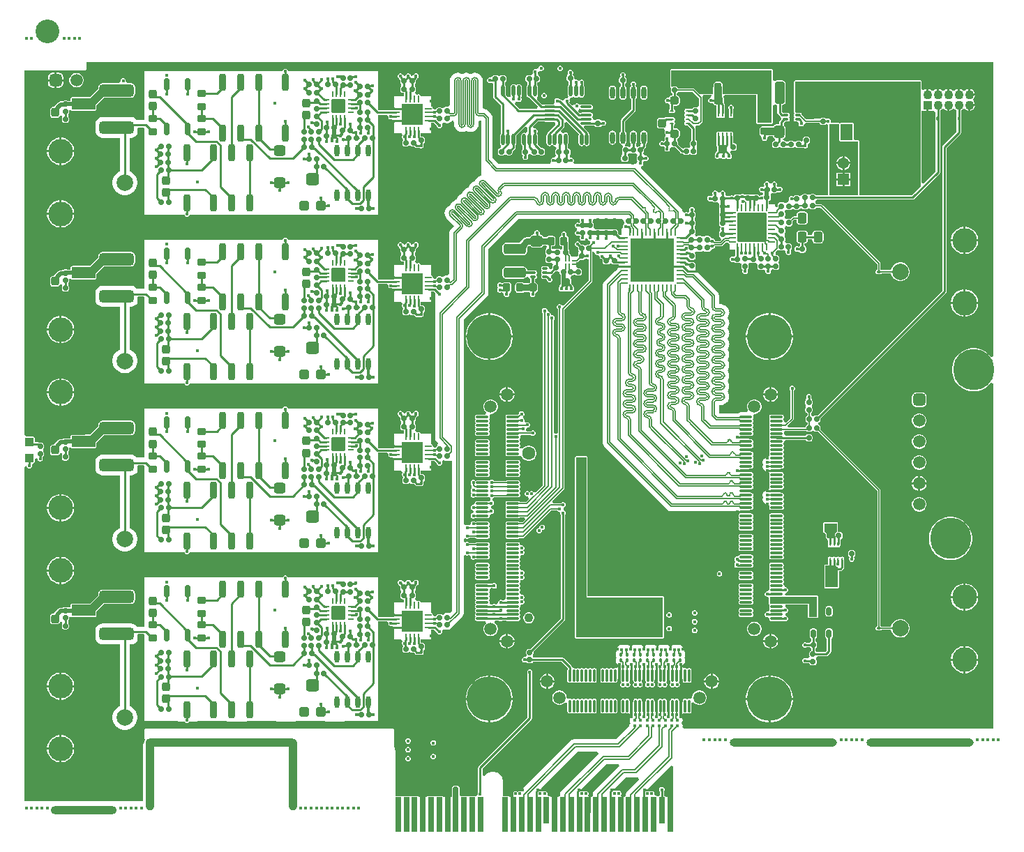
<source format=gtl>
G04*
G04 #@! TF.GenerationSoftware,Altium Limited,Altium Designer,22.4.2 (48)*
G04*
G04 Layer_Physical_Order=1*
G04 Layer_Color=255*
%FSAX25Y25*%
%MOIN*%
G70*
G04*
G04 #@! TF.SameCoordinates,5E64B9DA-0424-454E-A7BF-F7E50E35A289*
G04*
G04*
G04 #@! TF.FilePolarity,Positive*
G04*
G01*
G75*
%ADD13C,0.00984*%
%ADD16C,0.01000*%
%ADD17C,0.02000*%
%ADD18C,0.00500*%
G04:AMPARAMS|DCode=27|XSize=23.62mil|YSize=23.62mil|CornerRadius=5.91mil|HoleSize=0mil|Usage=FLASHONLY|Rotation=0.000|XOffset=0mil|YOffset=0mil|HoleType=Round|Shape=RoundedRectangle|*
%AMROUNDEDRECTD27*
21,1,0.02362,0.01181,0,0,0.0*
21,1,0.01181,0.02362,0,0,0.0*
1,1,0.01181,0.00591,-0.00591*
1,1,0.01181,-0.00591,-0.00591*
1,1,0.01181,-0.00591,0.00591*
1,1,0.01181,0.00591,0.00591*
%
%ADD27ROUNDEDRECTD27*%
G04:AMPARAMS|DCode=28|XSize=19.68mil|YSize=11.81mil|CornerRadius=2.95mil|HoleSize=0mil|Usage=FLASHONLY|Rotation=90.000|XOffset=0mil|YOffset=0mil|HoleType=Round|Shape=RoundedRectangle|*
%AMROUNDEDRECTD28*
21,1,0.01968,0.00591,0,0,90.0*
21,1,0.01378,0.01181,0,0,90.0*
1,1,0.00591,0.00295,0.00689*
1,1,0.00591,0.00295,-0.00689*
1,1,0.00591,-0.00295,-0.00689*
1,1,0.00591,-0.00295,0.00689*
%
%ADD28ROUNDEDRECTD28*%
G04:AMPARAMS|DCode=29|XSize=173.23mil|YSize=74.8mil|CornerRadius=3.74mil|HoleSize=0mil|Usage=FLASHONLY|Rotation=0.000|XOffset=0mil|YOffset=0mil|HoleType=Round|Shape=RoundedRectangle|*
%AMROUNDEDRECTD29*
21,1,0.17323,0.06732,0,0,0.0*
21,1,0.16575,0.07480,0,0,0.0*
1,1,0.00748,0.08287,-0.03366*
1,1,0.00748,-0.08287,-0.03366*
1,1,0.00748,-0.08287,0.03366*
1,1,0.00748,0.08287,0.03366*
%
%ADD29ROUNDEDRECTD29*%
G04:AMPARAMS|DCode=30|XSize=39.37mil|YSize=35.43mil|CornerRadius=8.86mil|HoleSize=0mil|Usage=FLASHONLY|Rotation=0.000|XOffset=0mil|YOffset=0mil|HoleType=Round|Shape=RoundedRectangle|*
%AMROUNDEDRECTD30*
21,1,0.03937,0.01772,0,0,0.0*
21,1,0.02165,0.03543,0,0,0.0*
1,1,0.01772,0.01083,-0.00886*
1,1,0.01772,-0.01083,-0.00886*
1,1,0.01772,-0.01083,0.00886*
1,1,0.01772,0.01083,0.00886*
%
%ADD30ROUNDEDRECTD30*%
G04:AMPARAMS|DCode=31|XSize=39.37mil|YSize=35.43mil|CornerRadius=8.86mil|HoleSize=0mil|Usage=FLASHONLY|Rotation=270.000|XOffset=0mil|YOffset=0mil|HoleType=Round|Shape=RoundedRectangle|*
%AMROUNDEDRECTD31*
21,1,0.03937,0.01772,0,0,270.0*
21,1,0.02165,0.03543,0,0,270.0*
1,1,0.01772,-0.00886,-0.01083*
1,1,0.01772,-0.00886,0.01083*
1,1,0.01772,0.00886,0.01083*
1,1,0.01772,0.00886,-0.01083*
%
%ADD31ROUNDEDRECTD31*%
G04:AMPARAMS|DCode=32|XSize=23.62mil|YSize=23.62mil|CornerRadius=5.91mil|HoleSize=0mil|Usage=FLASHONLY|Rotation=270.000|XOffset=0mil|YOffset=0mil|HoleType=Round|Shape=RoundedRectangle|*
%AMROUNDEDRECTD32*
21,1,0.02362,0.01181,0,0,270.0*
21,1,0.01181,0.02362,0,0,270.0*
1,1,0.01181,-0.00591,-0.00591*
1,1,0.01181,-0.00591,0.00591*
1,1,0.01181,0.00591,0.00591*
1,1,0.01181,0.00591,-0.00591*
%
%ADD32ROUNDEDRECTD32*%
G04:AMPARAMS|DCode=33|XSize=107.09mil|YSize=48.42mil|CornerRadius=12.11mil|HoleSize=0mil|Usage=FLASHONLY|Rotation=270.000|XOffset=0mil|YOffset=0mil|HoleType=Round|Shape=RoundedRectangle|*
%AMROUNDEDRECTD33*
21,1,0.10709,0.02421,0,0,270.0*
21,1,0.08287,0.04842,0,0,270.0*
1,1,0.02421,-0.01211,-0.04144*
1,1,0.02421,-0.01211,0.04144*
1,1,0.02421,0.01211,0.04144*
1,1,0.02421,0.01211,-0.04144*
%
%ADD33ROUNDEDRECTD33*%
G04:AMPARAMS|DCode=34|XSize=59.06mil|YSize=51.18mil|CornerRadius=12.8mil|HoleSize=0mil|Usage=FLASHONLY|Rotation=180.000|XOffset=0mil|YOffset=0mil|HoleType=Round|Shape=RoundedRectangle|*
%AMROUNDEDRECTD34*
21,1,0.05906,0.02559,0,0,180.0*
21,1,0.03347,0.05118,0,0,180.0*
1,1,0.02559,-0.01673,0.01280*
1,1,0.02559,0.01673,0.01280*
1,1,0.02559,0.01673,-0.01280*
1,1,0.02559,-0.01673,-0.01280*
%
%ADD34ROUNDEDRECTD34*%
G04:AMPARAMS|DCode=35|XSize=59.06mil|YSize=51.18mil|CornerRadius=12.8mil|HoleSize=0mil|Usage=FLASHONLY|Rotation=270.000|XOffset=0mil|YOffset=0mil|HoleType=Round|Shape=RoundedRectangle|*
%AMROUNDEDRECTD35*
21,1,0.05906,0.02559,0,0,270.0*
21,1,0.03347,0.05118,0,0,270.0*
1,1,0.02559,-0.01280,-0.01673*
1,1,0.02559,-0.01280,0.01673*
1,1,0.02559,0.01280,0.01673*
1,1,0.02559,0.01280,-0.01673*
%
%ADD35ROUNDEDRECTD35*%
G04:AMPARAMS|DCode=36|XSize=11.81mil|YSize=26.38mil|CornerRadius=2.95mil|HoleSize=0mil|Usage=FLASHONLY|Rotation=270.000|XOffset=0mil|YOffset=0mil|HoleType=Round|Shape=RoundedRectangle|*
%AMROUNDEDRECTD36*
21,1,0.01181,0.02047,0,0,270.0*
21,1,0.00591,0.02638,0,0,270.0*
1,1,0.00591,-0.01024,-0.00295*
1,1,0.00591,-0.01024,0.00295*
1,1,0.00591,0.01024,0.00295*
1,1,0.00591,0.01024,-0.00295*
%
%ADD36ROUNDEDRECTD36*%
G04:AMPARAMS|DCode=37|XSize=37.4mil|YSize=41.34mil|CornerRadius=9.35mil|HoleSize=0mil|Usage=FLASHONLY|Rotation=270.000|XOffset=0mil|YOffset=0mil|HoleType=Round|Shape=RoundedRectangle|*
%AMROUNDEDRECTD37*
21,1,0.03740,0.02264,0,0,270.0*
21,1,0.01870,0.04134,0,0,270.0*
1,1,0.01870,-0.01132,-0.00935*
1,1,0.01870,-0.01132,0.00935*
1,1,0.01870,0.01132,0.00935*
1,1,0.01870,0.01132,-0.00935*
%
%ADD37ROUNDEDRECTD37*%
G04:AMPARAMS|DCode=38|XSize=9.84mil|YSize=35.43mil|CornerRadius=2.46mil|HoleSize=0mil|Usage=FLASHONLY|Rotation=180.000|XOffset=0mil|YOffset=0mil|HoleType=Round|Shape=RoundedRectangle|*
%AMROUNDEDRECTD38*
21,1,0.00984,0.03051,0,0,180.0*
21,1,0.00492,0.03543,0,0,180.0*
1,1,0.00492,-0.00246,0.01526*
1,1,0.00492,0.00246,0.01526*
1,1,0.00492,0.00246,-0.01526*
1,1,0.00492,-0.00246,-0.01526*
%
%ADD38ROUNDEDRECTD38*%
G04:AMPARAMS|DCode=39|XSize=25.2mil|YSize=25.2mil|CornerRadius=6.3mil|HoleSize=0mil|Usage=FLASHONLY|Rotation=270.000|XOffset=0mil|YOffset=0mil|HoleType=Round|Shape=RoundedRectangle|*
%AMROUNDEDRECTD39*
21,1,0.02520,0.01260,0,0,270.0*
21,1,0.01260,0.02520,0,0,270.0*
1,1,0.01260,-0.00630,-0.00630*
1,1,0.01260,-0.00630,0.00630*
1,1,0.01260,0.00630,0.00630*
1,1,0.01260,0.00630,-0.00630*
%
%ADD39ROUNDEDRECTD39*%
%ADD40O,0.05512X0.01378*%
%ADD41O,0.01772X0.05512*%
G04:AMPARAMS|DCode=42|XSize=25.2mil|YSize=25.2mil|CornerRadius=6.3mil|HoleSize=0mil|Usage=FLASHONLY|Rotation=0.000|XOffset=0mil|YOffset=0mil|HoleType=Round|Shape=RoundedRectangle|*
%AMROUNDEDRECTD42*
21,1,0.02520,0.01260,0,0,0.0*
21,1,0.01260,0.02520,0,0,0.0*
1,1,0.01260,0.00630,-0.00630*
1,1,0.01260,-0.00630,-0.00630*
1,1,0.01260,-0.00630,0.00630*
1,1,0.01260,0.00630,0.00630*
%
%ADD42ROUNDEDRECTD42*%
%ADD43O,0.02362X0.05709*%
G04:AMPARAMS|DCode=44|XSize=9.84mil|YSize=19.68mil|CornerRadius=2.46mil|HoleSize=0mil|Usage=FLASHONLY|Rotation=180.000|XOffset=0mil|YOffset=0mil|HoleType=Round|Shape=RoundedRectangle|*
%AMROUNDEDRECTD44*
21,1,0.00984,0.01476,0,0,180.0*
21,1,0.00492,0.01968,0,0,180.0*
1,1,0.00492,-0.00246,0.00738*
1,1,0.00492,0.00246,0.00738*
1,1,0.00492,0.00246,-0.00738*
1,1,0.00492,-0.00246,-0.00738*
%
%ADD44ROUNDEDRECTD44*%
%ADD45O,0.00984X0.03347*%
%ADD46O,0.03150X0.00984*%
%ADD47O,0.00984X0.03150*%
G04:AMPARAMS|DCode=48|XSize=19.68mil|YSize=11.81mil|CornerRadius=2.95mil|HoleSize=0mil|Usage=FLASHONLY|Rotation=0.000|XOffset=0mil|YOffset=0mil|HoleType=Round|Shape=RoundedRectangle|*
%AMROUNDEDRECTD48*
21,1,0.01968,0.00591,0,0,0.0*
21,1,0.01378,0.01181,0,0,0.0*
1,1,0.00591,0.00689,-0.00295*
1,1,0.00591,-0.00689,-0.00295*
1,1,0.00591,-0.00689,0.00295*
1,1,0.00591,0.00689,0.00295*
%
%ADD48ROUNDEDRECTD48*%
G04:AMPARAMS|DCode=49|XSize=9.84mil|YSize=19.68mil|CornerRadius=2.46mil|HoleSize=0mil|Usage=FLASHONLY|Rotation=90.000|XOffset=0mil|YOffset=0mil|HoleType=Round|Shape=RoundedRectangle|*
%AMROUNDEDRECTD49*
21,1,0.00984,0.01476,0,0,90.0*
21,1,0.00492,0.01968,0,0,90.0*
1,1,0.00492,0.00738,0.00246*
1,1,0.00492,0.00738,-0.00246*
1,1,0.00492,-0.00738,-0.00246*
1,1,0.00492,-0.00738,0.00246*
%
%ADD49ROUNDEDRECTD49*%
G04:AMPARAMS|DCode=50|XSize=37.4mil|YSize=41.34mil|CornerRadius=9.35mil|HoleSize=0mil|Usage=FLASHONLY|Rotation=0.000|XOffset=0mil|YOffset=0mil|HoleType=Round|Shape=RoundedRectangle|*
%AMROUNDEDRECTD50*
21,1,0.03740,0.02264,0,0,0.0*
21,1,0.01870,0.04134,0,0,0.0*
1,1,0.01870,0.00935,-0.01132*
1,1,0.01870,-0.00935,-0.01132*
1,1,0.01870,-0.00935,0.01132*
1,1,0.01870,0.00935,0.01132*
%
%ADD50ROUNDEDRECTD50*%
G04:AMPARAMS|DCode=51|XSize=23.62mil|YSize=60.63mil|CornerRadius=5.91mil|HoleSize=0mil|Usage=FLASHONLY|Rotation=180.000|XOffset=0mil|YOffset=0mil|HoleType=Round|Shape=RoundedRectangle|*
%AMROUNDEDRECTD51*
21,1,0.02362,0.04882,0,0,180.0*
21,1,0.01181,0.06063,0,0,180.0*
1,1,0.01181,-0.00591,0.02441*
1,1,0.01181,0.00591,0.02441*
1,1,0.01181,0.00591,-0.02441*
1,1,0.01181,-0.00591,-0.02441*
%
%ADD51ROUNDEDRECTD51*%
G04:AMPARAMS|DCode=52|XSize=31.5mil|YSize=81.1mil|CornerRadius=7.87mil|HoleSize=0mil|Usage=FLASHONLY|Rotation=180.000|XOffset=0mil|YOffset=0mil|HoleType=Round|Shape=RoundedRectangle|*
%AMROUNDEDRECTD52*
21,1,0.03150,0.06535,0,0,180.0*
21,1,0.01575,0.08110,0,0,180.0*
1,1,0.01575,-0.00787,0.03268*
1,1,0.01575,0.00787,0.03268*
1,1,0.01575,0.00787,-0.03268*
1,1,0.01575,-0.00787,-0.03268*
%
%ADD52ROUNDEDRECTD52*%
%ADD53O,0.03347X0.00984*%
G04:AMPARAMS|DCode=54|XSize=112.21mil|YSize=55.12mil|CornerRadius=2.76mil|HoleSize=0mil|Usage=FLASHONLY|Rotation=180.000|XOffset=0mil|YOffset=0mil|HoleType=Round|Shape=RoundedRectangle|*
%AMROUNDEDRECTD54*
21,1,0.11221,0.04961,0,0,180.0*
21,1,0.10669,0.05512,0,0,180.0*
1,1,0.00551,-0.05335,0.02480*
1,1,0.00551,0.05335,0.02480*
1,1,0.00551,0.05335,-0.02480*
1,1,0.00551,-0.05335,-0.02480*
%
%ADD54ROUNDEDRECTD54*%
G04:AMPARAMS|DCode=55|XSize=59.06mil|YSize=165.35mil|CornerRadius=14.76mil|HoleSize=0mil|Usage=FLASHONLY|Rotation=90.000|XOffset=0mil|YOffset=0mil|HoleType=Round|Shape=RoundedRectangle|*
%AMROUNDEDRECTD55*
21,1,0.05906,0.13583,0,0,90.0*
21,1,0.02953,0.16535,0,0,90.0*
1,1,0.02953,0.06791,0.01476*
1,1,0.02953,0.06791,-0.01476*
1,1,0.02953,-0.06791,-0.01476*
1,1,0.02953,-0.06791,0.01476*
%
%ADD55ROUNDEDRECTD55*%
G04:AMPARAMS|DCode=56|XSize=62.99mil|YSize=59.06mil|CornerRadius=14.76mil|HoleSize=0mil|Usage=FLASHONLY|Rotation=0.000|XOffset=0mil|YOffset=0mil|HoleType=Round|Shape=RoundedRectangle|*
%AMROUNDEDRECTD56*
21,1,0.06299,0.02953,0,0,0.0*
21,1,0.03347,0.05906,0,0,0.0*
1,1,0.02953,0.01673,-0.01476*
1,1,0.02953,-0.01673,-0.01476*
1,1,0.02953,-0.01673,0.01476*
1,1,0.02953,0.01673,0.01476*
%
%ADD56ROUNDEDRECTD56*%
G04:AMPARAMS|DCode=57|XSize=47.24mil|YSize=47.24mil|CornerRadius=11.81mil|HoleSize=0mil|Usage=FLASHONLY|Rotation=0.000|XOffset=0mil|YOffset=0mil|HoleType=Round|Shape=RoundedRectangle|*
%AMROUNDEDRECTD57*
21,1,0.04724,0.02362,0,0,0.0*
21,1,0.02362,0.04724,0,0,0.0*
1,1,0.02362,0.01181,-0.01181*
1,1,0.02362,-0.01181,-0.01181*
1,1,0.02362,-0.01181,0.01181*
1,1,0.02362,0.01181,0.01181*
%
%ADD57ROUNDEDRECTD57*%
G04:AMPARAMS|DCode=58|XSize=55.12mil|YSize=51.18mil|CornerRadius=12.8mil|HoleSize=0mil|Usage=FLASHONLY|Rotation=0.000|XOffset=0mil|YOffset=0mil|HoleType=Round|Shape=RoundedRectangle|*
%AMROUNDEDRECTD58*
21,1,0.05512,0.02559,0,0,0.0*
21,1,0.02953,0.05118,0,0,0.0*
1,1,0.02559,0.01476,-0.01280*
1,1,0.02559,-0.01476,-0.01280*
1,1,0.02559,-0.01476,0.01280*
1,1,0.02559,0.01476,0.01280*
%
%ADD58ROUNDEDRECTD58*%
G04:AMPARAMS|DCode=59|XSize=31.5mil|YSize=149.61mil|CornerRadius=7.87mil|HoleSize=0mil|Usage=FLASHONLY|Rotation=180.000|XOffset=0mil|YOffset=0mil|HoleType=Round|Shape=RoundedRectangle|*
%AMROUNDEDRECTD59*
21,1,0.03150,0.13386,0,0,180.0*
21,1,0.01575,0.14961,0,0,180.0*
1,1,0.01575,-0.00787,0.06693*
1,1,0.01575,0.00787,0.06693*
1,1,0.01575,0.00787,-0.06693*
1,1,0.01575,-0.00787,-0.06693*
%
%ADD59ROUNDEDRECTD59*%
G04:AMPARAMS|DCode=60|XSize=31.5mil|YSize=149.61mil|CornerRadius=7.87mil|HoleSize=0mil|Usage=FLASHONLY|Rotation=270.000|XOffset=0mil|YOffset=0mil|HoleType=Round|Shape=RoundedRectangle|*
%AMROUNDEDRECTD60*
21,1,0.03150,0.13386,0,0,270.0*
21,1,0.01575,0.14961,0,0,270.0*
1,1,0.01575,-0.06693,-0.00787*
1,1,0.01575,-0.06693,0.00787*
1,1,0.01575,0.06693,0.00787*
1,1,0.01575,0.06693,-0.00787*
%
%ADD60ROUNDEDRECTD60*%
G04:AMPARAMS|DCode=61|XSize=31.5mil|YSize=218.5mil|CornerRadius=7.87mil|HoleSize=0mil|Usage=FLASHONLY|Rotation=180.000|XOffset=0mil|YOffset=0mil|HoleType=Round|Shape=RoundedRectangle|*
%AMROUNDEDRECTD61*
21,1,0.03150,0.20276,0,0,180.0*
21,1,0.01575,0.21850,0,0,180.0*
1,1,0.01575,-0.00787,0.10138*
1,1,0.01575,0.00787,0.10138*
1,1,0.01575,0.00787,-0.10138*
1,1,0.01575,-0.00787,-0.10138*
%
%ADD61ROUNDEDRECTD61*%
G04:AMPARAMS|DCode=62|XSize=31.5mil|YSize=196.06mil|CornerRadius=7.87mil|HoleSize=0mil|Usage=FLASHONLY|Rotation=270.000|XOffset=0mil|YOffset=0mil|HoleType=Round|Shape=RoundedRectangle|*
%AMROUNDEDRECTD62*
21,1,0.03150,0.18032,0,0,270.0*
21,1,0.01575,0.19606,0,0,270.0*
1,1,0.01575,-0.09016,-0.00787*
1,1,0.01575,-0.09016,0.00787*
1,1,0.01575,0.09016,0.00787*
1,1,0.01575,0.09016,-0.00787*
%
%ADD62ROUNDEDRECTD62*%
G04:AMPARAMS|DCode=64|XSize=51.18mil|YSize=43.31mil|CornerRadius=10.83mil|HoleSize=0mil|Usage=FLASHONLY|Rotation=90.000|XOffset=0mil|YOffset=0mil|HoleType=Round|Shape=RoundedRectangle|*
%AMROUNDEDRECTD64*
21,1,0.05118,0.02165,0,0,90.0*
21,1,0.02953,0.04331,0,0,90.0*
1,1,0.02165,0.01083,0.01476*
1,1,0.02165,0.01083,-0.01476*
1,1,0.02165,-0.01083,-0.01476*
1,1,0.02165,-0.01083,0.01476*
%
%ADD64ROUNDEDRECTD64*%
G04:AMPARAMS|DCode=65|XSize=23.62mil|YSize=39.37mil|CornerRadius=5.91mil|HoleSize=0mil|Usage=FLASHONLY|Rotation=180.000|XOffset=0mil|YOffset=0mil|HoleType=Round|Shape=RoundedRectangle|*
%AMROUNDEDRECTD65*
21,1,0.02362,0.02756,0,0,180.0*
21,1,0.01181,0.03937,0,0,180.0*
1,1,0.01181,-0.00591,0.01378*
1,1,0.01181,0.00591,0.01378*
1,1,0.01181,0.00591,-0.01378*
1,1,0.01181,-0.00591,-0.01378*
%
%ADD65ROUNDEDRECTD65*%
%ADD66C,0.01100*%
%ADD67O,0.00984X0.03543*%
%ADD68O,0.03543X0.00984*%
G04:AMPARAMS|DCode=69|XSize=13.78mil|YSize=15.75mil|CornerRadius=3.45mil|HoleSize=0mil|Usage=FLASHONLY|Rotation=0.000|XOffset=0mil|YOffset=0mil|HoleType=Round|Shape=RoundedRectangle|*
%AMROUNDEDRECTD69*
21,1,0.01378,0.00886,0,0,0.0*
21,1,0.00689,0.01575,0,0,0.0*
1,1,0.00689,0.00345,-0.00443*
1,1,0.00689,-0.00345,-0.00443*
1,1,0.00689,-0.00345,0.00443*
1,1,0.00689,0.00345,0.00443*
%
%ADD69ROUNDEDRECTD69*%
G04:AMPARAMS|DCode=70|XSize=107.09mil|YSize=48.42mil|CornerRadius=12.11mil|HoleSize=0mil|Usage=FLASHONLY|Rotation=180.000|XOffset=0mil|YOffset=0mil|HoleType=Round|Shape=RoundedRectangle|*
%AMROUNDEDRECTD70*
21,1,0.10709,0.02421,0,0,180.0*
21,1,0.08287,0.04842,0,0,180.0*
1,1,0.02421,-0.04144,0.01211*
1,1,0.02421,0.04144,0.01211*
1,1,0.02421,0.04144,-0.01211*
1,1,0.02421,-0.04144,-0.01211*
%
%ADD70ROUNDEDRECTD70*%
G04:AMPARAMS|DCode=71|XSize=11.81mil|YSize=59.06mil|CornerRadius=2.95mil|HoleSize=0mil|Usage=FLASHONLY|Rotation=0.000|XOffset=0mil|YOffset=0mil|HoleType=Round|Shape=RoundedRectangle|*
%AMROUNDEDRECTD71*
21,1,0.01181,0.05315,0,0,0.0*
21,1,0.00591,0.05906,0,0,0.0*
1,1,0.00591,0.00295,-0.02657*
1,1,0.00591,-0.00295,-0.02657*
1,1,0.00591,-0.00295,0.02657*
1,1,0.00591,0.00295,0.02657*
%
%ADD71ROUNDEDRECTD71*%
G04:AMPARAMS|DCode=72|XSize=11.81mil|YSize=59.06mil|CornerRadius=2.95mil|HoleSize=0mil|Usage=FLASHONLY|Rotation=270.000|XOffset=0mil|YOffset=0mil|HoleType=Round|Shape=RoundedRectangle|*
%AMROUNDEDRECTD72*
21,1,0.01181,0.05315,0,0,270.0*
21,1,0.00591,0.05906,0,0,270.0*
1,1,0.00591,-0.02657,-0.00295*
1,1,0.00591,-0.02657,0.00295*
1,1,0.00591,0.02657,0.00295*
1,1,0.00591,0.02657,-0.00295*
%
%ADD72ROUNDEDRECTD72*%
G04:AMPARAMS|DCode=73|XSize=43.31mil|YSize=43.31mil|CornerRadius=10.83mil|HoleSize=0mil|Usage=FLASHONLY|Rotation=90.000|XOffset=0mil|YOffset=0mil|HoleType=Round|Shape=RoundedRectangle|*
%AMROUNDEDRECTD73*
21,1,0.04331,0.02165,0,0,90.0*
21,1,0.02165,0.04331,0,0,90.0*
1,1,0.02165,0.01083,0.01083*
1,1,0.02165,0.01083,-0.01083*
1,1,0.02165,-0.01083,-0.01083*
1,1,0.02165,-0.01083,0.01083*
%
%ADD73ROUNDEDRECTD73*%
G04:AMPARAMS|DCode=74|XSize=16.54mil|YSize=18.11mil|CornerRadius=4.13mil|HoleSize=0mil|Usage=FLASHONLY|Rotation=0.000|XOffset=0mil|YOffset=0mil|HoleType=Round|Shape=RoundedRectangle|*
%AMROUNDEDRECTD74*
21,1,0.01654,0.00984,0,0,0.0*
21,1,0.00827,0.01811,0,0,0.0*
1,1,0.00827,0.00413,-0.00492*
1,1,0.00827,-0.00413,-0.00492*
1,1,0.00827,-0.00413,0.00492*
1,1,0.00827,0.00413,0.00492*
%
%ADD74ROUNDEDRECTD74*%
%ADD147C,0.01496*%
%ADD150C,0.00500*%
G04:AMPARAMS|DCode=151|XSize=96.06mil|YSize=58.66mil|CornerRadius=2.93mil|HoleSize=0mil|Usage=FLASHONLY|Rotation=180.000|XOffset=0mil|YOffset=0mil|HoleType=Round|Shape=RoundedRectangle|*
%AMROUNDEDRECTD151*
21,1,0.09606,0.05280,0,0,180.0*
21,1,0.09020,0.05866,0,0,180.0*
1,1,0.00587,-0.04510,0.02640*
1,1,0.00587,0.04510,0.02640*
1,1,0.00587,0.04510,-0.02640*
1,1,0.00587,-0.04510,-0.02640*
%
%ADD151ROUNDEDRECTD151*%
G04:AMPARAMS|DCode=152|XSize=62.99mil|YSize=35.43mil|CornerRadius=1.77mil|HoleSize=0mil|Usage=FLASHONLY|Rotation=180.000|XOffset=0mil|YOffset=0mil|HoleType=Round|Shape=RoundedRectangle|*
%AMROUNDEDRECTD152*
21,1,0.06299,0.03189,0,0,180.0*
21,1,0.05945,0.03543,0,0,180.0*
1,1,0.00354,-0.02972,0.01595*
1,1,0.00354,0.02972,0.01595*
1,1,0.00354,0.02972,-0.01595*
1,1,0.00354,-0.02972,-0.01595*
%
%ADD152ROUNDEDRECTD152*%
G04:AMPARAMS|DCode=153|XSize=62.99mil|YSize=35.43mil|CornerRadius=1.77mil|HoleSize=0mil|Usage=FLASHONLY|Rotation=90.000|XOffset=0mil|YOffset=0mil|HoleType=Round|Shape=RoundedRectangle|*
%AMROUNDEDRECTD153*
21,1,0.06299,0.03189,0,0,90.0*
21,1,0.05945,0.03543,0,0,90.0*
1,1,0.00354,0.01595,0.02972*
1,1,0.00354,0.01595,-0.02972*
1,1,0.00354,-0.01595,-0.02972*
1,1,0.00354,-0.01595,0.02972*
%
%ADD153ROUNDEDRECTD153*%
G04:AMPARAMS|DCode=154|XSize=137.8mil|YSize=137.8mil|CornerRadius=3.45mil|HoleSize=0mil|Usage=FLASHONLY|Rotation=180.000|XOffset=0mil|YOffset=0mil|HoleType=Round|Shape=RoundedRectangle|*
%AMROUNDEDRECTD154*
21,1,0.13780,0.13091,0,0,180.0*
21,1,0.13091,0.13780,0,0,180.0*
1,1,0.00689,-0.06545,0.06545*
1,1,0.00689,0.06545,0.06545*
1,1,0.00689,0.06545,-0.06545*
1,1,0.00689,-0.06545,-0.06545*
%
%ADD154ROUNDEDRECTD154*%
G04:AMPARAMS|DCode=155|XSize=102.36mil|YSize=102.36mil|CornerRadius=2.56mil|HoleSize=0mil|Usage=FLASHONLY|Rotation=270.000|XOffset=0mil|YOffset=0mil|HoleType=Round|Shape=RoundedRectangle|*
%AMROUNDEDRECTD155*
21,1,0.10236,0.09724,0,0,270.0*
21,1,0.09724,0.10236,0,0,270.0*
1,1,0.00512,-0.04862,-0.04862*
1,1,0.00512,-0.04862,0.04862*
1,1,0.00512,0.04862,0.04862*
1,1,0.00512,0.04862,-0.04862*
%
%ADD155ROUNDEDRECTD155*%
G04:AMPARAMS|DCode=156|XSize=66.14mil|YSize=66.14mil|CornerRadius=3.31mil|HoleSize=0mil|Usage=FLASHONLY|Rotation=0.000|XOffset=0mil|YOffset=0mil|HoleType=Round|Shape=RoundedRectangle|*
%AMROUNDEDRECTD156*
21,1,0.06614,0.05953,0,0,0.0*
21,1,0.05953,0.06614,0,0,0.0*
1,1,0.00661,0.02976,-0.02976*
1,1,0.00661,-0.02976,-0.02976*
1,1,0.00661,-0.02976,0.02976*
1,1,0.00661,0.02976,0.02976*
%
%ADD156ROUNDEDRECTD156*%
%ADD157R,0.20787X0.20787*%
%ADD158R,0.02756X0.16535*%
%ADD159R,0.02756X0.12598*%
%ADD160C,0.00839*%
%ADD161C,0.00837*%
%ADD162C,0.03543*%
%ADD163C,0.01181*%
%ADD164C,0.01968*%
%ADD165C,0.03937*%
%ADD166C,0.00751*%
%ADD167C,0.02953*%
%ADD168C,0.02756*%
%ADD169C,0.05386*%
%ADD170R,0.05386X0.05386*%
%ADD171C,0.04291*%
%ADD172R,0.04291X0.04291*%
%ADD173C,0.07874*%
G04:AMPARAMS|DCode=174|XSize=59.06mil|YSize=59.06mil|CornerRadius=14.76mil|HoleSize=0mil|Usage=FLASHONLY|Rotation=270.000|XOffset=0mil|YOffset=0mil|HoleType=Round|Shape=RoundedRectangle|*
%AMROUNDEDRECTD174*
21,1,0.05906,0.02953,0,0,270.0*
21,1,0.02953,0.05906,0,0,270.0*
1,1,0.02953,-0.01476,-0.01476*
1,1,0.02953,-0.01476,0.01476*
1,1,0.02953,0.01476,0.01476*
1,1,0.02953,0.01476,-0.01476*
%
%ADD174ROUNDEDRECTD174*%
%ADD175C,0.05906*%
%ADD176C,0.21260*%
%ADD177C,0.04300*%
%ADD178C,0.06300*%
%ADD179C,0.11811*%
G04:AMPARAMS|DCode=180|XSize=59.06mil|YSize=59.06mil|CornerRadius=14.76mil|HoleSize=0mil|Usage=FLASHONLY|Rotation=0.000|XOffset=0mil|YOffset=0mil|HoleType=Round|Shape=RoundedRectangle|*
%AMROUNDEDRECTD180*
21,1,0.05906,0.02953,0,0,0.0*
21,1,0.02953,0.05906,0,0,0.0*
1,1,0.02953,0.01476,-0.01476*
1,1,0.02953,-0.01476,-0.01476*
1,1,0.02953,-0.01476,0.01476*
1,1,0.02953,0.01476,0.01476*
%
%ADD180ROUNDEDRECTD180*%
%ADD181O,0.03937X0.34449*%
%ADD182O,0.72244X0.03937*%
%ADD183O,0.51181X0.03937*%
%ADD184O,0.31496X0.03937*%
%ADD185C,0.19685*%
%ADD186C,0.11339*%
%ADD187C,0.01600*%
G36*
X0464026Y0240747D02*
X0463026Y0240422D01*
X0462613Y0240990D01*
X0461462Y0242141D01*
X0460145Y0243098D01*
X0458695Y0243837D01*
X0457146Y0244340D01*
X0455538Y0244595D01*
X0453910D01*
X0452303Y0244340D01*
X0450754Y0243837D01*
X0449304Y0243098D01*
X0447987Y0242141D01*
X0446836Y0240990D01*
X0445879Y0239673D01*
X0445140Y0238222D01*
X0444637Y0236674D01*
X0444382Y0235066D01*
Y0233438D01*
X0444637Y0231830D01*
X0445140Y0230282D01*
X0445879Y0228831D01*
X0446836Y0227514D01*
X0447987Y0226363D01*
X0449304Y0225406D01*
X0450754Y0224667D01*
X0452303Y0224164D01*
X0453910Y0223909D01*
X0455538D01*
X0457146Y0224164D01*
X0458695Y0224667D01*
X0460145Y0225406D01*
X0461462Y0226363D01*
X0462613Y0227514D01*
X0463026Y0228082D01*
X0464026Y0227757D01*
Y0062549D01*
X0316236D01*
X0315605Y0063549D01*
X0315709Y0064075D01*
Y0064173D01*
X0315525Y0065100D01*
X0315257Y0065502D01*
X0315525Y0065904D01*
X0315709Y0066831D01*
X0315525Y0067758D01*
X0315198Y0068246D01*
X0315354Y0069028D01*
X0315331Y0069143D01*
X0315354Y0069258D01*
X0315289Y0069582D01*
X0316196Y0070103D01*
X0316226Y0070098D01*
X0316508Y0070042D01*
X0317098D01*
X0317409Y0070104D01*
X0317787Y0070239D01*
X0318166Y0070104D01*
X0318476Y0070042D01*
X0319067D01*
X0319377Y0070104D01*
X0319640Y0070280D01*
X0319816Y0070543D01*
X0319878Y0070853D01*
Y0075150D01*
X0320878Y0075418D01*
X0320930Y0075327D01*
X0321573Y0074685D01*
X0322360Y0074230D01*
X0323238Y0073995D01*
X0324148D01*
X0325026Y0074230D01*
X0325813Y0074685D01*
X0326456Y0075327D01*
X0326910Y0076115D01*
X0327146Y0076993D01*
Y0077902D01*
X0326910Y0078780D01*
X0326456Y0079567D01*
X0325813Y0080210D01*
X0325026Y0080665D01*
X0324148Y0080900D01*
X0323238D01*
X0322360Y0080665D01*
X0321573Y0080210D01*
X0320930Y0079567D01*
X0320476Y0078780D01*
X0320240Y0077902D01*
Y0077506D01*
X0319600Y0077069D01*
X0319262Y0076940D01*
X0319067Y0076979D01*
X0318476D01*
X0318166Y0076917D01*
X0317787Y0076782D01*
X0317409Y0076917D01*
X0317098Y0076979D01*
X0316508D01*
X0316198Y0076917D01*
X0315934Y0076741D01*
X0315759Y0076478D01*
X0315697Y0076168D01*
Y0075350D01*
X0314736Y0075058D01*
X0314639Y0075133D01*
X0314579Y0075223D01*
X0314150Y0075509D01*
X0313972Y0075647D01*
Y0076168D01*
X0313911Y0076478D01*
X0313735Y0076741D01*
X0313472Y0076917D01*
X0313161Y0076979D01*
X0312571D01*
X0312261Y0076917D01*
X0311882Y0076782D01*
X0311503Y0076917D01*
X0311193Y0076979D01*
X0310602D01*
X0310292Y0076917D01*
X0310029Y0076741D01*
X0309853Y0076478D01*
X0309791Y0076168D01*
Y0075920D01*
X0308937Y0075316D01*
X0308067Y0075679D01*
Y0076168D01*
X0308005Y0076478D01*
X0307829Y0076741D01*
X0307566Y0076917D01*
X0307256Y0076979D01*
X0306665D01*
X0306355Y0076917D01*
X0306092Y0076741D01*
X0305861D01*
X0305598Y0076917D01*
X0305287Y0076979D01*
X0304697D01*
X0304386Y0076917D01*
X0304123Y0076741D01*
X0303948Y0076478D01*
X0303886Y0076168D01*
Y0075785D01*
X0303024Y0075310D01*
X0302161Y0075785D01*
Y0076168D01*
X0302099Y0076478D01*
X0301924Y0076741D01*
X0301661Y0076917D01*
X0301350Y0076979D01*
X0300760D01*
X0300449Y0076917D01*
X0300186Y0076741D01*
X0299955D01*
X0299692Y0076917D01*
X0299382Y0076979D01*
X0298791D01*
X0298481Y0076917D01*
X0298218Y0076741D01*
X0298042Y0076478D01*
X0297980Y0076168D01*
Y0075785D01*
X0297118Y0075310D01*
X0296256Y0075785D01*
Y0076168D01*
X0296194Y0076478D01*
X0296018Y0076741D01*
X0295755Y0076917D01*
X0295445Y0076979D01*
X0294854D01*
X0294544Y0076917D01*
X0294281Y0076741D01*
X0294050D01*
X0293787Y0076917D01*
X0293476Y0076979D01*
X0292886D01*
X0292576Y0076917D01*
X0292313Y0076741D01*
X0292137Y0076478D01*
X0292075Y0076168D01*
Y0075647D01*
X0291897Y0075510D01*
X0291468Y0075223D01*
X0291408Y0075133D01*
X0291311Y0075058D01*
X0290350Y0075350D01*
Y0076168D01*
X0290288Y0076478D01*
X0290113Y0076741D01*
X0289850Y0076917D01*
X0289539Y0076979D01*
X0288949D01*
X0288638Y0076917D01*
X0288260Y0076782D01*
X0287881Y0076917D01*
X0287571Y0076979D01*
X0286980D01*
X0286670Y0076917D01*
X0286407Y0076741D01*
X0286231Y0076478D01*
X0286170Y0076168D01*
Y0070853D01*
X0286231Y0070543D01*
X0286407Y0070280D01*
X0286670Y0070104D01*
X0286980Y0070042D01*
X0287571D01*
X0287881Y0070104D01*
X0288260Y0070239D01*
X0288638Y0070104D01*
X0288949Y0070042D01*
X0289539D01*
X0289822Y0070098D01*
X0289851Y0070103D01*
X0290758Y0069582D01*
X0290693Y0069258D01*
X0290723Y0069106D01*
Y0068998D01*
X0290880Y0068211D01*
X0290577Y0067758D01*
X0290393Y0066831D01*
Y0066732D01*
X0290577Y0065805D01*
X0290791Y0065485D01*
X0290446Y0064969D01*
X0290262Y0064042D01*
Y0063960D01*
X0283940Y0057639D01*
X0263880D01*
X0262953Y0057454D01*
X0262168Y0056929D01*
X0238071Y0032833D01*
X0237652D01*
X0237174Y0032635D01*
X0236860Y0032321D01*
X0236547Y0032635D01*
X0236069Y0032833D01*
X0235552D01*
X0235074Y0032635D01*
X0234708Y0032269D01*
X0234510Y0031791D01*
Y0031274D01*
X0234657Y0030921D01*
X0234450Y0030377D01*
X0234170Y0029921D01*
X0232784D01*
Y0030421D01*
X0229944D01*
Y0037205D01*
X0229937Y0037244D01*
X0229942Y0037284D01*
X0229910Y0037772D01*
X0229879Y0037886D01*
X0229871Y0038005D01*
X0229619Y0038948D01*
X0229549Y0039089D01*
X0229498Y0039238D01*
X0229010Y0040084D01*
X0228906Y0040202D01*
X0228819Y0040333D01*
X0228128Y0041023D01*
X0227997Y0041111D01*
X0227879Y0041215D01*
X0227033Y0041703D01*
X0226884Y0041754D01*
X0226743Y0041823D01*
X0225800Y0042076D01*
X0225643Y0042086D01*
X0225488Y0042117D01*
X0224512D01*
X0224357Y0042086D01*
X0224200Y0042076D01*
X0223257Y0041823D01*
X0223116Y0041754D01*
X0222967Y0041703D01*
X0222121Y0041215D01*
X0222003Y0041111D01*
X0221872Y0041023D01*
X0221181Y0040333D01*
X0221094Y0040202D01*
X0220990Y0040084D01*
X0220979Y0040066D01*
X0219980Y0040334D01*
Y0043538D01*
X0243339Y0066897D01*
X0243560Y0067228D01*
X0243638Y0067618D01*
Y0088728D01*
X0243720Y0088810D01*
X0243918Y0089288D01*
Y0089805D01*
X0243720Y0090283D01*
X0243355Y0090649D01*
X0242877Y0090847D01*
X0242359D01*
X0241882Y0090649D01*
X0241516Y0090283D01*
X0241318Y0089805D01*
Y0089288D01*
X0241516Y0088810D01*
X0241599Y0088728D01*
Y0068040D01*
X0218239Y0044681D01*
X0218018Y0044350D01*
X0217940Y0043960D01*
Y0032315D01*
X0217858Y0032232D01*
X0217660Y0031755D01*
Y0031238D01*
X0217523Y0030985D01*
X0216916Y0030421D01*
X0213280D01*
Y0030421D01*
X0213098D01*
Y0030421D01*
X0209343D01*
X0209198Y0031361D01*
Y0033596D01*
X0209052Y0034329D01*
X0208637Y0034950D01*
X0208016Y0035365D01*
X0207283Y0035511D01*
X0206551Y0035365D01*
X0205929Y0034950D01*
X0205515Y0034329D01*
X0205369Y0033596D01*
Y0029921D01*
X0201287D01*
Y0030421D01*
X0197531D01*
Y0030421D01*
X0197350D01*
Y0030421D01*
X0193595D01*
Y0029921D01*
X0189476D01*
Y0030421D01*
X0185721D01*
Y0030421D01*
X0185539D01*
Y0030421D01*
X0181783D01*
Y0030421D01*
X0181602D01*
Y0030421D01*
X0178369D01*
Y0050886D01*
X0178364Y0050915D01*
X0178368Y0050945D01*
X0178333Y0051649D01*
X0178312Y0051736D01*
Y0051825D01*
X0178037Y0053206D01*
X0177992Y0053316D01*
X0177969Y0053432D01*
X0177707Y0054065D01*
Y0061972D01*
X0177707Y0062206D01*
X0177707Y0062206D01*
X0177548Y0062589D01*
X0177165Y0062747D01*
X0177165Y0062748D01*
X0176931Y0062747D01*
X0059290Y0062747D01*
X0059055Y0062747D01*
X0059055Y0062747D01*
X0058672Y0062589D01*
X0058514Y0062206D01*
X0058514Y0062206D01*
X0058514Y0061972D01*
X0058514Y0057872D01*
X0058672Y0057490D01*
X0058469Y0056613D01*
X0058424Y0056510D01*
X0058391Y0056460D01*
X0058094Y0055743D01*
X0058071Y0055627D01*
X0058025Y0055517D01*
X0057874Y0054757D01*
Y0054638D01*
X0057851Y0054522D01*
Y0054134D01*
X0057851Y0028100D01*
X0001204D01*
Y0187661D01*
X0001216Y0187685D01*
X0002204Y0188230D01*
X0002220Y0188220D01*
X0002266Y0188149D01*
X0002441Y0187727D01*
X0002807Y0187362D01*
X0003285Y0187164D01*
X0003802D01*
X0004280Y0187362D01*
X0004645Y0187727D01*
X0004843Y0188205D01*
Y0188722D01*
X0005243Y0189356D01*
X0005767Y0189705D01*
X0006117Y0190229D01*
X0006240Y0190847D01*
Y0191520D01*
X0007240Y0191910D01*
X0007361Y0191777D01*
Y0191474D01*
X0007559Y0190996D01*
X0007925Y0190630D01*
X0008403Y0190432D01*
X0008920D01*
X0009398Y0190630D01*
X0009764Y0190996D01*
X0009961Y0191474D01*
Y0191991D01*
X0009764Y0192469D01*
X0009770Y0192539D01*
X0010038Y0192718D01*
X0010279Y0193078D01*
X0010364Y0193504D01*
Y0194685D01*
X0010279Y0195110D01*
X0010228Y0195187D01*
X0010038Y0195474D01*
Y0196258D01*
X0010228Y0196545D01*
X0010279Y0196622D01*
X0010364Y0197047D01*
Y0198228D01*
X0010279Y0198654D01*
X0010038Y0199015D01*
X0009678Y0199256D01*
X0009252Y0199340D01*
X0008352D01*
X0008249Y0199443D01*
X0007918Y0199664D01*
X0007528Y0199742D01*
X0006240D01*
Y0200886D01*
X0006117Y0201503D01*
X0005767Y0202027D01*
X0005243Y0202377D01*
X0004626Y0202500D01*
X0002461D01*
X0002204Y0202449D01*
X0001356Y0202968D01*
X0001204Y0203152D01*
Y0377412D01*
X0030118D01*
X0030501Y0377570D01*
X0030659Y0377953D01*
Y0381349D01*
X0464026D01*
Y0240747D01*
D02*
G37*
G36*
X0311000Y0044654D02*
Y0029921D01*
X0307587D01*
Y0030421D01*
X0306728D01*
Y0032646D01*
X0306811Y0032728D01*
X0307009Y0033206D01*
Y0033723D01*
X0306811Y0034201D01*
X0306445Y0034567D01*
X0305967Y0034765D01*
X0305450D01*
X0304972Y0034567D01*
X0304607Y0034201D01*
X0304409Y0033723D01*
Y0033206D01*
X0304607Y0032728D01*
X0304689Y0032646D01*
Y0030763D01*
X0303831Y0030421D01*
X0303650D01*
X0302701Y0030546D01*
X0302196Y0031421D01*
X0302203Y0031438D01*
Y0031955D01*
X0302005Y0032433D01*
X0301639Y0032798D01*
X0301162Y0032996D01*
X0300644D01*
X0300259Y0032837D01*
X0299776Y0032981D01*
X0299412Y0033152D01*
X0299213Y0034174D01*
X0310077Y0045037D01*
X0311000Y0044654D01*
D02*
G37*
G36*
X0294736Y0038317D02*
X0289250Y0032831D01*
X0288725Y0032045D01*
X0288541Y0031118D01*
Y0030421D01*
X0288083D01*
Y0029921D01*
X0286546D01*
X0286162Y0030921D01*
X0286257Y0031016D01*
X0286455Y0031493D01*
Y0032011D01*
X0286257Y0032489D01*
X0285891Y0032854D01*
X0285413Y0033052D01*
X0284896D01*
X0284480Y0032880D01*
X0284206Y0032946D01*
X0283612Y0033204D01*
X0283400Y0034207D01*
X0288433Y0039240D01*
X0293434D01*
X0293436Y0039241D01*
X0294353D01*
X0294736Y0038317D01*
D02*
G37*
G36*
X0285364Y0044736D02*
X0285199Y0044626D01*
X0273484Y0032911D01*
X0272959Y0032125D01*
X0272775Y0031198D01*
Y0030421D01*
X0272335D01*
Y0029921D01*
X0270914D01*
X0270500Y0030921D01*
X0270509Y0030930D01*
X0270707Y0031407D01*
Y0031925D01*
X0270509Y0032403D01*
X0270143Y0032768D01*
X0269665Y0032966D01*
X0269148D01*
X0268673Y0032769D01*
X0268663Y0032771D01*
X0267751Y0033107D01*
X0267511Y0034066D01*
X0279181Y0045736D01*
X0285061D01*
X0285364Y0044736D01*
D02*
G37*
G36*
X0275368Y0050543D02*
X0257736Y0032911D01*
X0257211Y0032125D01*
X0257027Y0031198D01*
Y0030421D01*
X0256587D01*
Y0029921D01*
X0252468D01*
Y0030421D01*
X0251596D01*
X0251569Y0030440D01*
X0251010Y0031421D01*
X0251022Y0031449D01*
Y0031967D01*
X0250824Y0032444D01*
X0250458Y0032810D01*
X0249980Y0033008D01*
X0249463D01*
X0249086Y0032852D01*
X0248529Y0033028D01*
X0248244Y0033165D01*
X0248050Y0034192D01*
X0265402Y0051543D01*
X0274954D01*
X0275368Y0050543D01*
D02*
G37*
%LPC*%
G36*
X0248267Y0379641D02*
X0247750D01*
X0247272Y0379443D01*
X0246907Y0379077D01*
X0246709Y0378599D01*
Y0378487D01*
X0246482Y0378255D01*
X0245826Y0377879D01*
X0245785Y0377869D01*
X0245534Y0377973D01*
X0245017D01*
X0244539Y0377775D01*
X0244174Y0377410D01*
X0243976Y0376932D01*
Y0376415D01*
X0244174Y0375937D01*
X0243613Y0375116D01*
X0243375Y0374967D01*
X0243264Y0374959D01*
X0242913Y0375029D01*
X0241732D01*
X0241307Y0374945D01*
X0240946Y0374704D01*
X0240705Y0374343D01*
X0240620Y0373917D01*
Y0372736D01*
X0240705Y0372311D01*
X0240946Y0371950D01*
X0241307Y0371709D01*
X0241500Y0371671D01*
Y0370358D01*
X0241214Y0369931D01*
X0241107Y0369390D01*
Y0365650D01*
X0241214Y0365109D01*
X0241521Y0364651D01*
X0241979Y0364344D01*
X0242349Y0364271D01*
X0246627Y0359992D01*
X0246213Y0358992D01*
X0237716D01*
X0235561Y0361147D01*
X0235749Y0362193D01*
X0236504Y0362562D01*
X0236665Y0362481D01*
X0237143Y0362283D01*
X0237660D01*
X0238138Y0362481D01*
X0238504Y0362846D01*
X0238702Y0363324D01*
Y0363841D01*
X0238504Y0364319D01*
X0238421Y0364402D01*
Y0364681D01*
X0238707Y0365109D01*
X0238814Y0365650D01*
Y0369390D01*
X0238707Y0369931D01*
X0238401Y0370389D01*
X0237942Y0370695D01*
X0237402Y0370803D01*
X0236861Y0370695D01*
X0236846Y0370685D01*
X0236122Y0370472D01*
X0235398Y0370685D01*
X0235383Y0370695D01*
X0234842Y0370803D01*
X0234302Y0370695D01*
X0233843Y0370389D01*
X0233537Y0369931D01*
X0233430Y0369390D01*
Y0365650D01*
X0233537Y0365109D01*
X0233335Y0364773D01*
X0232100Y0364608D01*
X0231124Y0365584D01*
X0231137Y0365650D01*
Y0369390D01*
X0231030Y0369931D01*
X0230744Y0370358D01*
Y0371711D01*
X0231101Y0371950D01*
X0231342Y0372311D01*
X0231427Y0372736D01*
Y0373917D01*
X0231342Y0374343D01*
X0231101Y0374704D01*
X0230740Y0374945D01*
X0230315Y0375029D01*
X0229134D01*
X0228708Y0374945D01*
X0228570Y0374852D01*
X0228345Y0374704D01*
X0227560D01*
X0227336Y0374852D01*
X0227197Y0374945D01*
X0226772Y0375029D01*
X0225591D01*
X0225165Y0374945D01*
X0224804Y0374704D01*
X0224563Y0374343D01*
X0223782Y0373938D01*
X0223265D01*
X0222787Y0373740D01*
X0222422Y0373374D01*
X0222224Y0372896D01*
Y0372379D01*
X0222422Y0371901D01*
X0222787Y0371536D01*
X0223265Y0371338D01*
X0223782D01*
X0224170Y0371498D01*
X0224618Y0371337D01*
X0225170Y0371031D01*
Y0364764D01*
X0225247Y0364377D01*
X0225466Y0364049D01*
X0228713Y0360802D01*
Y0347142D01*
X0228419Y0346702D01*
X0228311Y0346161D01*
Y0342421D01*
X0228419Y0341880D01*
X0228725Y0341422D01*
X0228800Y0341187D01*
X0228700Y0340800D01*
X0228376Y0340153D01*
X0228118Y0340102D01*
X0227757Y0339861D01*
X0227516Y0339500D01*
X0227431Y0339075D01*
Y0337894D01*
X0227516Y0337468D01*
X0227757Y0337107D01*
X0228118Y0336866D01*
X0228543Y0336782D01*
X0229724D01*
X0230150Y0336866D01*
X0230289Y0336959D01*
X0230513Y0337107D01*
X0231298D01*
X0231523Y0336959D01*
X0231661Y0336866D01*
X0232087Y0336782D01*
X0233268D01*
X0233693Y0336866D01*
X0234054Y0337107D01*
X0234295Y0337468D01*
X0234380Y0337894D01*
Y0338745D01*
X0235467Y0339832D01*
X0235688Y0340163D01*
X0235766Y0340553D01*
Y0341371D01*
X0235842Y0341422D01*
X0236148Y0341880D01*
X0236256Y0342421D01*
Y0346161D01*
X0236242Y0346227D01*
X0240533Y0350518D01*
X0240657Y0350502D01*
X0241500Y0350071D01*
Y0348002D01*
X0240501Y0347467D01*
X0239961Y0347574D01*
X0239420Y0347467D01*
X0238962Y0347161D01*
X0238655Y0346702D01*
X0238548Y0346161D01*
Y0342421D01*
X0238655Y0341880D01*
X0238962Y0341422D01*
X0239089Y0341337D01*
Y0339858D01*
X0239048Y0339830D01*
X0238798Y0339457D01*
X0238710Y0339016D01*
Y0337756D01*
X0238798Y0337315D01*
X0239048Y0336941D01*
X0239397Y0336613D01*
X0239236Y0336100D01*
Y0335583D01*
X0239434Y0335105D01*
X0239800Y0334739D01*
X0240278Y0334542D01*
X0240795D01*
X0241273Y0334739D01*
X0241638Y0335105D01*
X0241836Y0335583D01*
Y0336100D01*
X0241737Y0336339D01*
X0242261Y0337248D01*
X0243199Y0337270D01*
X0243308Y0337107D01*
X0243669Y0336866D01*
X0244094Y0336782D01*
X0245276D01*
X0245701Y0336866D01*
X0245840Y0336959D01*
X0246064Y0337107D01*
X0246849D01*
X0247074Y0336959D01*
X0247212Y0336866D01*
X0247638Y0336782D01*
X0248819D01*
X0249244Y0336866D01*
X0249605Y0337107D01*
X0249846Y0337468D01*
X0249931Y0337894D01*
Y0339075D01*
X0249846Y0339500D01*
X0249605Y0339861D01*
X0249244Y0340102D01*
X0248819Y0340187D01*
X0248010D01*
X0246357Y0341840D01*
X0246384Y0341880D01*
X0246492Y0342421D01*
Y0346161D01*
X0246384Y0346702D01*
X0246090Y0347142D01*
Y0347401D01*
X0246181Y0347492D01*
X0246379Y0347970D01*
Y0348487D01*
X0246181Y0348965D01*
X0245815Y0349330D01*
X0245337Y0349528D01*
X0244820D01*
X0244243Y0350372D01*
X0244199Y0350575D01*
X0244236Y0350668D01*
X0246512Y0352944D01*
X0249691D01*
X0249733Y0352916D01*
X0250197Y0352823D01*
X0254331D01*
X0254608Y0352620D01*
X0254722Y0351342D01*
X0251395Y0348014D01*
X0251174Y0347684D01*
X0251108Y0347352D01*
X0250969Y0347259D01*
X0250663Y0346801D01*
X0250555Y0346260D01*
Y0342520D01*
X0250663Y0341979D01*
X0250969Y0341521D01*
X0251428Y0341214D01*
X0251969Y0341107D01*
X0252509Y0341214D01*
X0252968Y0341521D01*
X0253528D01*
X0253987Y0341214D01*
X0254528Y0341107D01*
X0254708Y0340998D01*
X0255302Y0340329D01*
X0255199Y0339870D01*
X0254993Y0339732D01*
X0254743Y0339358D01*
X0254655Y0338917D01*
Y0337657D01*
X0254743Y0337217D01*
X0254993Y0336843D01*
X0254565Y0335980D01*
X0254329Y0335769D01*
X0254071Y0335650D01*
X0253678D01*
X0253201Y0335453D01*
X0252835Y0335087D01*
X0252637Y0334609D01*
Y0334092D01*
X0252835Y0333614D01*
X0252397Y0332638D01*
X0227890D01*
X0224960Y0335567D01*
Y0354807D01*
X0224786Y0355685D01*
X0224288Y0356429D01*
X0222486Y0358231D01*
X0221742Y0358728D01*
X0220864Y0358903D01*
X0220445D01*
X0220124Y0359800D01*
Y0372446D01*
X0220090Y0372618D01*
X0219983Y0373428D01*
X0219604Y0374343D01*
X0219001Y0375129D01*
X0218215Y0375732D01*
X0217300Y0376111D01*
X0216490Y0376218D01*
X0216317Y0376252D01*
X0216145Y0376218D01*
X0215335Y0376111D01*
X0214420Y0375732D01*
X0214305Y0375644D01*
X0214190Y0375732D01*
X0213274Y0376111D01*
X0212465Y0376218D01*
X0212292Y0376252D01*
X0212119Y0376218D01*
X0211310Y0376111D01*
X0210394Y0375732D01*
X0210279Y0375644D01*
X0210164Y0375732D01*
X0209249Y0376111D01*
X0208439Y0376218D01*
X0208267Y0376252D01*
X0208094Y0376218D01*
X0207284Y0376111D01*
X0206369Y0375732D01*
X0205583Y0375129D01*
X0204980Y0374343D01*
X0204601Y0373428D01*
X0204494Y0372618D01*
X0204460Y0372446D01*
Y0360816D01*
X0203460Y0360106D01*
X0203150Y0360168D01*
X0202272Y0359994D01*
X0201869Y0359724D01*
X0200983Y0359251D01*
X0200622Y0359492D01*
X0200197Y0359577D01*
X0199016D01*
X0198590Y0359492D01*
X0198230Y0359251D01*
X0197988Y0358890D01*
X0197324Y0358615D01*
X0197200D01*
X0196537Y0359006D01*
X0196227Y0359457D01*
X0196210Y0359541D01*
X0195991Y0359869D01*
X0195663Y0360088D01*
X0195374Y0360145D01*
Y0365059D01*
X0190461D01*
X0190403Y0365348D01*
X0190184Y0365676D01*
X0189856Y0365895D01*
X0189469Y0365972D01*
X0189081Y0365895D01*
X0188880Y0365761D01*
X0188149Y0366002D01*
X0187954Y0367010D01*
X0188171Y0367335D01*
X0188258Y0367776D01*
Y0369035D01*
X0188171Y0369476D01*
X0187950Y0369806D01*
X0187921Y0369867D01*
Y0370881D01*
X0187950Y0370942D01*
X0188171Y0371272D01*
X0188258Y0371713D01*
Y0372768D01*
X0188816Y0373326D01*
X0188948Y0373524D01*
X0188993Y0373543D01*
X0189359Y0373908D01*
X0189557Y0374386D01*
Y0374903D01*
X0189359Y0375381D01*
X0188993Y0375747D01*
X0188515Y0375945D01*
X0187998D01*
X0187520Y0375747D01*
X0187155Y0375381D01*
X0186957Y0374903D01*
X0185957Y0374824D01*
X0185847Y0374865D01*
X0185649Y0375343D01*
X0185284Y0375708D01*
X0184806Y0375906D01*
X0184289D01*
X0183811Y0375708D01*
X0183445Y0375343D01*
X0183247Y0374865D01*
X0183120Y0374812D01*
X0182959Y0374825D01*
X0181922Y0375369D01*
X0181556Y0375735D01*
X0181079Y0375933D01*
X0180561D01*
X0180084Y0375735D01*
X0179718Y0375369D01*
X0179520Y0374891D01*
Y0374374D01*
X0179718Y0373896D01*
X0180084Y0373531D01*
X0180156Y0373500D01*
X0180261Y0373344D01*
X0180836Y0372768D01*
Y0371713D01*
X0180924Y0371272D01*
X0181144Y0370942D01*
X0181174Y0370881D01*
X0181174Y0369867D01*
X0181144Y0369806D01*
X0180924Y0369476D01*
X0180836Y0369035D01*
Y0367776D01*
X0180924Y0367335D01*
X0181174Y0366961D01*
X0181547Y0366711D01*
X0181988Y0366623D01*
X0182551D01*
Y0365059D01*
X0177657D01*
Y0358197D01*
X0175040D01*
X0175000Y0358205D01*
X0170206D01*
X0170177Y0358233D01*
Y0377165D01*
X0127072D01*
X0126890Y0377607D01*
X0126524Y0377972D01*
X0126046Y0378170D01*
X0125529D01*
X0125051Y0377972D01*
X0124685Y0377607D01*
X0124503Y0377165D01*
X0058465D01*
Y0353631D01*
X0054831D01*
X0054524Y0354032D01*
X0053804Y0354584D01*
X0052966Y0354931D01*
X0052067Y0355049D01*
X0038484D01*
X0037585Y0354931D01*
X0036747Y0354584D01*
X0036027Y0354032D01*
X0035475Y0353312D01*
X0035128Y0352474D01*
X0035010Y0351575D01*
Y0348622D01*
X0035128Y0347723D01*
X0035475Y0346885D01*
X0036027Y0346165D01*
X0036747Y0345613D01*
X0037585Y0345266D01*
X0038484Y0345147D01*
X0046680D01*
Y0329104D01*
X0046317Y0328954D01*
X0045350Y0328308D01*
X0044527Y0327485D01*
X0043881Y0326518D01*
X0043436Y0325443D01*
X0043209Y0324302D01*
Y0323139D01*
X0043436Y0321998D01*
X0043881Y0320923D01*
X0044527Y0319956D01*
X0045350Y0319133D01*
X0046317Y0318487D01*
X0047392Y0318042D01*
X0048533Y0317815D01*
X0049696D01*
X0050837Y0318042D01*
X0051911Y0318487D01*
X0052879Y0319133D01*
X0053701Y0319956D01*
X0054348Y0320923D01*
X0054793Y0321998D01*
X0055020Y0323139D01*
Y0324302D01*
X0054793Y0325443D01*
X0054348Y0326518D01*
X0053701Y0327485D01*
X0052879Y0328308D01*
X0051911Y0328954D01*
X0051548Y0329104D01*
Y0345147D01*
X0052067D01*
X0052966Y0345266D01*
X0053804Y0345613D01*
X0054524Y0346165D01*
X0055076Y0346885D01*
X0055423Y0347723D01*
X0055541Y0348622D01*
Y0348763D01*
X0058228D01*
X0058465Y0348527D01*
Y0308268D01*
X0077635D01*
X0077737Y0308024D01*
X0078102Y0307658D01*
X0078580Y0307460D01*
X0079097D01*
X0079575Y0307658D01*
X0079941Y0308024D01*
X0080042Y0308268D01*
X0170177D01*
Y0356165D01*
X0174183D01*
X0174979Y0355475D01*
Y0354958D01*
X0175177Y0354480D01*
X0175543Y0354114D01*
X0176021Y0353917D01*
X0176538D01*
X0176657Y0353966D01*
X0177547Y0353506D01*
X0177657Y0353380D01*
Y0347342D01*
X0181107D01*
X0181345Y0347192D01*
X0181674Y0346307D01*
X0181476Y0345829D01*
Y0345312D01*
X0181674Y0344834D01*
X0182013Y0344495D01*
Y0343981D01*
X0181847Y0343733D01*
X0181762Y0343307D01*
Y0342126D01*
X0181847Y0341701D01*
X0182088Y0341340D01*
X0182448Y0341099D01*
X0182874Y0341014D01*
X0184055D01*
X0184481Y0341099D01*
X0184619Y0341191D01*
X0184844Y0341340D01*
X0185628D01*
X0185853Y0341191D01*
X0185992Y0341099D01*
X0186417Y0341014D01*
X0187318D01*
X0187812Y0340519D01*
X0188143Y0340298D01*
X0188533Y0340221D01*
X0189952D01*
X0190391Y0340039D01*
X0190908D01*
X0191386Y0340236D01*
X0191752Y0340602D01*
X0191950Y0341080D01*
Y0341597D01*
X0191816Y0342151D01*
X0192153Y0342551D01*
X0192403Y0342925D01*
X0192491Y0343366D01*
Y0344626D01*
X0192403Y0345067D01*
X0192153Y0345441D01*
X0191779Y0345690D01*
X0191339Y0345778D01*
X0190488D01*
Y0347342D01*
X0195374D01*
Y0352228D01*
X0196822D01*
X0198109Y0350941D01*
Y0350824D01*
X0198307Y0350346D01*
X0198673Y0349981D01*
X0199151Y0349783D01*
X0199668D01*
X0200146Y0349981D01*
X0200512Y0350346D01*
X0200709Y0350824D01*
Y0351341D01*
X0201254Y0352303D01*
X0201802Y0352516D01*
X0201869Y0352480D01*
X0202272Y0352211D01*
X0203150Y0352037D01*
X0204028Y0352211D01*
X0204772Y0352709D01*
X0204855Y0352833D01*
X0205315Y0353293D01*
X0206278Y0353192D01*
X0206473Y0352326D01*
Y0351670D01*
X0206507Y0351497D01*
X0206613Y0350688D01*
X0206993Y0349772D01*
X0207596Y0348986D01*
X0208382Y0348383D01*
X0209297Y0348004D01*
X0210107Y0347897D01*
X0210279Y0347863D01*
X0210452Y0347897D01*
X0211262Y0348004D01*
X0212177Y0348383D01*
X0212292Y0348471D01*
X0212407Y0348383D01*
X0213322Y0348004D01*
X0214132Y0347897D01*
X0214305Y0347863D01*
X0214477Y0347897D01*
X0215287Y0348004D01*
X0216202Y0348383D01*
X0216988Y0348986D01*
X0217591Y0349772D01*
X0217970Y0350688D01*
X0218077Y0351497D01*
X0218111Y0351670D01*
Y0352326D01*
X0218330Y0353302D01*
X0219359D01*
Y0334198D01*
X0219362Y0334184D01*
Y0326990D01*
X0219075Y0326952D01*
X0218160Y0326572D01*
X0217512Y0326075D01*
X0217366Y0325978D01*
X0217268Y0325831D01*
X0216771Y0325183D01*
X0216398Y0324285D01*
X0216090Y0324244D01*
X0215175Y0323865D01*
X0214527Y0323368D01*
X0214381Y0323270D01*
X0214283Y0323124D01*
X0213786Y0322476D01*
X0213407Y0321560D01*
X0213388Y0321417D01*
X0213244Y0321398D01*
X0212329Y0321019D01*
X0211681Y0320521D01*
X0211534Y0320424D01*
X0211437Y0320277D01*
X0210939Y0319629D01*
X0210560Y0318714D01*
X0210541Y0318570D01*
X0210398Y0318551D01*
X0209482Y0318172D01*
X0208834Y0317675D01*
X0208688Y0317577D01*
X0208590Y0317431D01*
X0208093Y0316783D01*
X0207714Y0315868D01*
X0207695Y0315724D01*
X0207551Y0315705D01*
X0206636Y0315326D01*
X0206001Y0314839D01*
X0205845Y0314735D01*
X0205842Y0314731D01*
X0205842Y0314731D01*
X0205744Y0314585D01*
X0205247Y0313937D01*
X0204868Y0313021D01*
X0204849Y0312878D01*
X0204705Y0312859D01*
X0203789Y0312479D01*
X0203155Y0311992D01*
X0202999Y0311889D01*
X0202995Y0311885D01*
X0202995Y0311885D01*
X0202898Y0311738D01*
X0202400Y0311090D01*
X0202021Y0310175D01*
X0201892Y0309193D01*
X0202021Y0308211D01*
X0202400Y0307295D01*
X0202905Y0306638D01*
X0202998Y0306498D01*
X0202998Y0306498D01*
X0202998Y0306498D01*
X0206522Y0302975D01*
X0204845Y0301298D01*
X0204348Y0300554D01*
X0204174Y0299676D01*
Y0280275D01*
X0203174Y0279455D01*
X0203150Y0279459D01*
X0202272Y0279285D01*
X0201869Y0279016D01*
X0200983Y0278542D01*
X0200622Y0278783D01*
X0200197Y0278868D01*
X0199016D01*
X0198590Y0278783D01*
X0198230Y0278542D01*
X0197988Y0278181D01*
X0197404Y0277776D01*
X0197133D01*
X0196508Y0278271D01*
X0196257Y0278598D01*
X0196210Y0278832D01*
X0195991Y0279160D01*
X0195663Y0279379D01*
X0195374Y0279437D01*
Y0284350D01*
X0190461D01*
X0190403Y0284639D01*
X0190184Y0284967D01*
X0189856Y0285187D01*
X0189469Y0285263D01*
X0189081Y0285187D01*
X0188880Y0285052D01*
X0188149Y0285294D01*
X0187954Y0286301D01*
X0188171Y0286626D01*
X0188258Y0287067D01*
Y0288327D01*
X0188171Y0288768D01*
X0187950Y0289098D01*
X0187921Y0289159D01*
Y0290172D01*
X0187950Y0290233D01*
X0188171Y0290563D01*
X0188258Y0291004D01*
Y0292060D01*
X0188816Y0292617D01*
X0188948Y0292816D01*
X0188993Y0292834D01*
X0189359Y0293200D01*
X0189557Y0293678D01*
Y0294195D01*
X0189359Y0294673D01*
X0188993Y0295038D01*
X0188515Y0295236D01*
X0187998D01*
X0187520Y0295038D01*
X0187155Y0294673D01*
X0186957Y0294195D01*
X0185957Y0294116D01*
X0185847Y0294156D01*
X0185649Y0294634D01*
X0185284Y0295000D01*
X0184806Y0295198D01*
X0184289D01*
X0183811Y0295000D01*
X0183445Y0294634D01*
X0183247Y0294156D01*
X0183120Y0294103D01*
X0182959Y0294116D01*
X0181922Y0294660D01*
X0181556Y0295026D01*
X0181079Y0295224D01*
X0180561D01*
X0180084Y0295026D01*
X0179718Y0294660D01*
X0179520Y0294182D01*
Y0293665D01*
X0179718Y0293188D01*
X0180084Y0292822D01*
X0180156Y0292792D01*
X0180261Y0292635D01*
X0180836Y0292060D01*
Y0291004D01*
X0180924Y0290563D01*
X0181144Y0290233D01*
X0181174Y0290172D01*
X0181174Y0289159D01*
X0181144Y0289098D01*
X0180924Y0288768D01*
X0180836Y0288327D01*
Y0287067D01*
X0180924Y0286626D01*
X0181174Y0286252D01*
X0181547Y0286003D01*
X0181988Y0285915D01*
X0182551D01*
Y0284350D01*
X0177657D01*
Y0277488D01*
X0175040D01*
X0175000Y0277496D01*
X0170206D01*
X0170177Y0277525D01*
Y0296457D01*
X0127072D01*
X0126890Y0296898D01*
X0126524Y0297264D01*
X0126046Y0297461D01*
X0125529D01*
X0125051Y0297264D01*
X0124685Y0296898D01*
X0124503Y0296457D01*
X0058465D01*
Y0272922D01*
X0054831D01*
X0054524Y0273323D01*
X0053804Y0273875D01*
X0052966Y0274222D01*
X0052067Y0274341D01*
X0038484D01*
X0037585Y0274222D01*
X0036747Y0273875D01*
X0036027Y0273323D01*
X0035475Y0272603D01*
X0035128Y0271765D01*
X0035010Y0270866D01*
Y0267913D01*
X0035128Y0267014D01*
X0035475Y0266176D01*
X0036027Y0265457D01*
X0036747Y0264904D01*
X0037585Y0264557D01*
X0038484Y0264439D01*
X0046680D01*
Y0243868D01*
X0046317Y0243718D01*
X0045350Y0243071D01*
X0044527Y0242249D01*
X0043881Y0241282D01*
X0043436Y0240207D01*
X0043209Y0239066D01*
Y0237903D01*
X0043436Y0236762D01*
X0043881Y0235687D01*
X0044527Y0234720D01*
X0045350Y0233897D01*
X0046317Y0233251D01*
X0047392Y0232806D01*
X0048533Y0232579D01*
X0049696D01*
X0050837Y0232806D01*
X0051911Y0233251D01*
X0052879Y0233897D01*
X0053701Y0234720D01*
X0054348Y0235687D01*
X0054793Y0236762D01*
X0055020Y0237903D01*
Y0239066D01*
X0054793Y0240207D01*
X0054348Y0241282D01*
X0053701Y0242249D01*
X0052879Y0243071D01*
X0051911Y0243718D01*
X0051548Y0243868D01*
Y0264439D01*
X0052067D01*
X0052966Y0264557D01*
X0053804Y0264904D01*
X0054524Y0265457D01*
X0055076Y0266176D01*
X0055423Y0267014D01*
X0055541Y0267913D01*
Y0268054D01*
X0058228D01*
X0058465Y0267818D01*
Y0227559D01*
X0077635D01*
X0077737Y0227315D01*
X0078102Y0226949D01*
X0078580Y0226751D01*
X0079097D01*
X0079575Y0226949D01*
X0079941Y0227315D01*
X0080042Y0227559D01*
X0170177D01*
Y0275457D01*
X0174183D01*
X0174979Y0274766D01*
Y0274249D01*
X0175177Y0273772D01*
X0175543Y0273406D01*
X0176021Y0273208D01*
X0176538D01*
X0176657Y0273257D01*
X0177547Y0272798D01*
X0177657Y0272672D01*
Y0266634D01*
X0181107D01*
X0181345Y0266483D01*
X0181674Y0265599D01*
X0181476Y0265121D01*
Y0264604D01*
X0181674Y0264126D01*
X0182013Y0263787D01*
Y0263272D01*
X0181847Y0263024D01*
X0181762Y0262598D01*
Y0261417D01*
X0181847Y0260992D01*
X0182088Y0260631D01*
X0182448Y0260390D01*
X0182874Y0260305D01*
X0184055D01*
X0184481Y0260390D01*
X0184619Y0260483D01*
X0184844Y0260631D01*
X0185628D01*
X0185853Y0260483D01*
X0185992Y0260390D01*
X0186417Y0260305D01*
X0187318D01*
X0187812Y0259810D01*
X0188143Y0259590D01*
X0188533Y0259512D01*
X0189952D01*
X0190391Y0259330D01*
X0190908D01*
X0191386Y0259528D01*
X0191752Y0259893D01*
X0191950Y0260371D01*
Y0260889D01*
X0191816Y0261442D01*
X0192153Y0261843D01*
X0192403Y0262217D01*
X0192491Y0262657D01*
Y0263917D01*
X0192403Y0264358D01*
X0192153Y0264732D01*
X0191779Y0264982D01*
X0191339Y0265069D01*
X0190488D01*
Y0266634D01*
X0195374D01*
Y0271520D01*
X0196822D01*
X0197417Y0270924D01*
Y0261253D01*
X0197411Y0261221D01*
Y0201546D01*
X0197585Y0200669D01*
X0198083Y0199924D01*
X0198878Y0199128D01*
X0198594Y0198089D01*
X0198547Y0198046D01*
X0198230Y0197834D01*
X0197988Y0197473D01*
X0197404Y0197068D01*
X0197133D01*
X0196508Y0197562D01*
X0196257Y0197889D01*
X0196210Y0198123D01*
X0195991Y0198451D01*
X0195663Y0198671D01*
X0195374Y0198728D01*
Y0203642D01*
X0190461D01*
X0190403Y0203930D01*
X0190184Y0204259D01*
X0189856Y0204478D01*
X0189469Y0204555D01*
X0189081Y0204478D01*
X0188880Y0204343D01*
X0188149Y0204585D01*
X0187954Y0205593D01*
X0188171Y0205917D01*
X0188258Y0206358D01*
Y0207618D01*
X0188171Y0208059D01*
X0187950Y0208389D01*
X0187921Y0208450D01*
Y0209463D01*
X0187950Y0209524D01*
X0188171Y0209854D01*
X0188258Y0210295D01*
Y0211351D01*
X0188816Y0211909D01*
X0188948Y0212107D01*
X0188993Y0212125D01*
X0189359Y0212491D01*
X0189557Y0212969D01*
Y0213486D01*
X0189359Y0213964D01*
X0188993Y0214330D01*
X0188515Y0214528D01*
X0187998D01*
X0187520Y0214330D01*
X0187155Y0213964D01*
X0186957Y0213486D01*
X0185957Y0213407D01*
X0185847Y0213448D01*
X0185649Y0213925D01*
X0185284Y0214291D01*
X0184806Y0214489D01*
X0184289D01*
X0183811Y0214291D01*
X0183445Y0213925D01*
X0183247Y0213448D01*
X0183120Y0213395D01*
X0182959Y0213407D01*
X0181922Y0213952D01*
X0181556Y0214317D01*
X0181079Y0214515D01*
X0180561D01*
X0180084Y0214317D01*
X0179718Y0213952D01*
X0179520Y0213474D01*
Y0212957D01*
X0179718Y0212479D01*
X0180084Y0212113D01*
X0180156Y0212083D01*
X0180261Y0211926D01*
X0180836Y0211351D01*
Y0210295D01*
X0180924Y0209854D01*
X0181144Y0209524D01*
X0181174Y0209463D01*
X0181174Y0208450D01*
X0181144Y0208389D01*
X0180924Y0208059D01*
X0180836Y0207618D01*
Y0206358D01*
X0180924Y0205917D01*
X0181174Y0205544D01*
X0181547Y0205294D01*
X0181988Y0205206D01*
X0182551D01*
Y0203642D01*
X0177657D01*
Y0196779D01*
X0175040D01*
X0175000Y0196787D01*
X0170206D01*
X0170177Y0196816D01*
Y0215748D01*
X0127072D01*
X0126890Y0216189D01*
X0126524Y0216555D01*
X0126046Y0216753D01*
X0125529D01*
X0125051Y0216555D01*
X0124685Y0216189D01*
X0124503Y0215748D01*
X0058465D01*
Y0192213D01*
X0054831D01*
X0054524Y0192614D01*
X0053804Y0193167D01*
X0052966Y0193514D01*
X0052067Y0193632D01*
X0038484D01*
X0037585Y0193514D01*
X0036747Y0193167D01*
X0036027Y0192614D01*
X0035475Y0191895D01*
X0035128Y0191057D01*
X0035010Y0190157D01*
Y0187205D01*
X0035128Y0186305D01*
X0035475Y0185467D01*
X0036027Y0184748D01*
X0036747Y0184196D01*
X0037585Y0183849D01*
X0038484Y0183730D01*
X0046680D01*
Y0158632D01*
X0046317Y0158481D01*
X0045350Y0157835D01*
X0044527Y0157013D01*
X0043881Y0156045D01*
X0043436Y0154971D01*
X0043209Y0153830D01*
Y0152666D01*
X0043436Y0151525D01*
X0043881Y0150451D01*
X0044527Y0149484D01*
X0045350Y0148661D01*
X0046317Y0148015D01*
X0047392Y0147570D01*
X0048533Y0147343D01*
X0049696D01*
X0050837Y0147570D01*
X0051911Y0148015D01*
X0052879Y0148661D01*
X0053701Y0149484D01*
X0054348Y0150451D01*
X0054793Y0151525D01*
X0055020Y0152666D01*
Y0153830D01*
X0054793Y0154971D01*
X0054348Y0156045D01*
X0053701Y0157013D01*
X0052879Y0157835D01*
X0051911Y0158481D01*
X0051548Y0158632D01*
Y0183730D01*
X0052067D01*
X0052966Y0183849D01*
X0053804Y0184196D01*
X0054524Y0184748D01*
X0055076Y0185467D01*
X0055423Y0186305D01*
X0055541Y0187205D01*
Y0187346D01*
X0058228D01*
X0058465Y0187109D01*
Y0146850D01*
X0077635D01*
X0077737Y0146606D01*
X0078102Y0146240D01*
X0078580Y0146043D01*
X0079097D01*
X0079575Y0146240D01*
X0079941Y0146606D01*
X0080042Y0146850D01*
X0170177D01*
Y0194748D01*
X0174183D01*
X0174979Y0194058D01*
Y0193541D01*
X0175177Y0193063D01*
X0175543Y0192697D01*
X0176021Y0192499D01*
X0176538D01*
X0176657Y0192549D01*
X0177547Y0192089D01*
X0177657Y0191963D01*
Y0185925D01*
X0181107D01*
X0181345Y0185775D01*
X0181674Y0184890D01*
X0181476Y0184412D01*
Y0183895D01*
X0181674Y0183417D01*
X0182013Y0183078D01*
Y0182564D01*
X0181847Y0182315D01*
X0181762Y0181890D01*
Y0180709D01*
X0181847Y0180283D01*
X0182088Y0179922D01*
X0182448Y0179681D01*
X0182874Y0179597D01*
X0184055D01*
X0184481Y0179681D01*
X0184619Y0179774D01*
X0184844Y0179922D01*
X0185628D01*
X0185853Y0179774D01*
X0185992Y0179681D01*
X0186417Y0179597D01*
X0187318D01*
X0187812Y0179102D01*
X0188143Y0178881D01*
X0188533Y0178803D01*
X0189952D01*
X0190391Y0178621D01*
X0190908D01*
X0191386Y0178819D01*
X0191752Y0179185D01*
X0191950Y0179663D01*
Y0180180D01*
X0191816Y0180734D01*
X0192153Y0181134D01*
X0192403Y0181508D01*
X0192491Y0181949D01*
Y0183209D01*
X0192403Y0183650D01*
X0192153Y0184023D01*
X0191779Y0184273D01*
X0191339Y0184361D01*
X0190488D01*
Y0185925D01*
X0195374D01*
Y0190811D01*
X0196822D01*
X0198109Y0189523D01*
Y0189407D01*
X0198307Y0188929D01*
X0198673Y0188563D01*
X0199151Y0188365D01*
X0199668D01*
X0200146Y0188563D01*
X0200512Y0188929D01*
X0200709Y0189407D01*
Y0189924D01*
X0201254Y0190886D01*
X0201802Y0191099D01*
X0201869Y0191063D01*
X0202272Y0190794D01*
X0203150Y0190619D01*
X0204028Y0190794D01*
X0204383Y0191032D01*
X0205383Y0190543D01*
Y0119156D01*
X0204068Y0117841D01*
X0204028Y0117868D01*
X0203150Y0118042D01*
X0202272Y0117868D01*
X0201869Y0117599D01*
X0200983Y0117125D01*
X0200622Y0117366D01*
X0200197Y0117450D01*
X0199016D01*
X0198590Y0117366D01*
X0198230Y0117125D01*
X0197988Y0116764D01*
X0197404Y0116457D01*
X0197193D01*
X0196579Y0116844D01*
X0196239Y0117271D01*
X0196210Y0117415D01*
X0195991Y0117743D01*
X0195663Y0117962D01*
X0195374Y0118019D01*
Y0122933D01*
X0190461D01*
X0190403Y0123222D01*
X0190184Y0123550D01*
X0189856Y0123769D01*
X0189469Y0123846D01*
X0189081Y0123769D01*
X0188880Y0123635D01*
X0188149Y0123876D01*
X0187954Y0124884D01*
X0188171Y0125209D01*
X0188258Y0125650D01*
Y0126909D01*
X0188171Y0127350D01*
X0187950Y0127680D01*
X0187921Y0127741D01*
Y0128755D01*
X0187950Y0128816D01*
X0188171Y0129146D01*
X0188258Y0129587D01*
Y0130642D01*
X0188816Y0131200D01*
X0188948Y0131398D01*
X0188993Y0131417D01*
X0189359Y0131782D01*
X0189557Y0132260D01*
Y0132778D01*
X0189359Y0133255D01*
X0188993Y0133621D01*
X0188515Y0133819D01*
X0187998D01*
X0187520Y0133621D01*
X0187155Y0133255D01*
X0186957Y0132778D01*
X0185957Y0132698D01*
X0185847Y0132739D01*
X0185649Y0133217D01*
X0185284Y0133582D01*
X0184806Y0133780D01*
X0184289D01*
X0183811Y0133582D01*
X0183445Y0133217D01*
X0183247Y0132739D01*
X0183120Y0132686D01*
X0182959Y0132699D01*
X0181922Y0133243D01*
X0181556Y0133609D01*
X0181079Y0133807D01*
X0180561D01*
X0180084Y0133609D01*
X0179718Y0133243D01*
X0179520Y0132765D01*
Y0132248D01*
X0179718Y0131770D01*
X0180084Y0131404D01*
X0180156Y0131375D01*
X0180261Y0131218D01*
X0180836Y0130642D01*
Y0129587D01*
X0180924Y0129146D01*
X0181144Y0128816D01*
X0181174Y0128755D01*
X0181174Y0127741D01*
X0181144Y0127680D01*
X0180924Y0127350D01*
X0180836Y0126909D01*
Y0125650D01*
X0180924Y0125209D01*
X0181174Y0124835D01*
X0181547Y0124585D01*
X0181988Y0124497D01*
X0182551D01*
Y0122933D01*
X0177657D01*
Y0116071D01*
X0175040D01*
X0175000Y0116079D01*
X0170206D01*
X0170177Y0116107D01*
Y0135039D01*
X0127072D01*
X0126890Y0135480D01*
X0126524Y0135846D01*
X0126046Y0136044D01*
X0125529D01*
X0125051Y0135846D01*
X0124685Y0135480D01*
X0124503Y0135039D01*
X0058465D01*
Y0111505D01*
X0054831D01*
X0054524Y0111906D01*
X0053804Y0112458D01*
X0052966Y0112805D01*
X0052067Y0112923D01*
X0038484D01*
X0037585Y0112805D01*
X0036747Y0112458D01*
X0036027Y0111906D01*
X0035475Y0111186D01*
X0035128Y0110348D01*
X0035010Y0109449D01*
Y0106496D01*
X0035128Y0105597D01*
X0035475Y0104759D01*
X0036027Y0104039D01*
X0036747Y0103487D01*
X0037585Y0103140D01*
X0038484Y0103022D01*
X0046680D01*
Y0073396D01*
X0046317Y0073245D01*
X0045350Y0072599D01*
X0044527Y0071776D01*
X0043881Y0070809D01*
X0043436Y0069734D01*
X0043209Y0068593D01*
Y0067430D01*
X0043436Y0066289D01*
X0043881Y0065215D01*
X0044527Y0064247D01*
X0045350Y0063425D01*
X0046317Y0062778D01*
X0047392Y0062333D01*
X0048533Y0062106D01*
X0049696D01*
X0050837Y0062333D01*
X0051911Y0062778D01*
X0052879Y0063425D01*
X0053701Y0064247D01*
X0054348Y0065215D01*
X0054793Y0066289D01*
X0055020Y0067430D01*
Y0068593D01*
X0054793Y0069734D01*
X0054348Y0070809D01*
X0053701Y0071776D01*
X0052879Y0072599D01*
X0051911Y0073245D01*
X0051548Y0073396D01*
Y0103022D01*
X0052067D01*
X0052966Y0103140D01*
X0053804Y0103487D01*
X0054524Y0104039D01*
X0055076Y0104759D01*
X0055423Y0105597D01*
X0055541Y0106496D01*
Y0106637D01*
X0058228D01*
X0058465Y0106401D01*
Y0066142D01*
X0077635D01*
X0077737Y0065898D01*
X0078102Y0065532D01*
X0078580Y0065334D01*
X0079097D01*
X0079575Y0065532D01*
X0079941Y0065898D01*
X0080042Y0066142D01*
X0170177D01*
Y0114040D01*
X0174183D01*
X0174979Y0113349D01*
Y0112832D01*
X0175177Y0112354D01*
X0175543Y0111988D01*
X0176021Y0111791D01*
X0176538D01*
X0176657Y0111840D01*
X0177547Y0111380D01*
X0177657Y0111254D01*
Y0105217D01*
X0181107D01*
X0181345Y0105066D01*
X0181674Y0104181D01*
X0181476Y0103703D01*
Y0103186D01*
X0181674Y0102708D01*
X0182013Y0102369D01*
Y0101855D01*
X0181847Y0101607D01*
X0181762Y0101181D01*
Y0100000D01*
X0181847Y0099575D01*
X0182088Y0099214D01*
X0182448Y0098973D01*
X0182874Y0098888D01*
X0184055D01*
X0184481Y0098973D01*
X0184619Y0099065D01*
X0184844Y0099214D01*
X0185628D01*
X0185853Y0099065D01*
X0185992Y0098973D01*
X0186417Y0098888D01*
X0187318D01*
X0187812Y0098393D01*
X0188143Y0098172D01*
X0188533Y0098095D01*
X0189952D01*
X0190391Y0097913D01*
X0190908D01*
X0191386Y0098111D01*
X0191752Y0098476D01*
X0191950Y0098954D01*
Y0099471D01*
X0191816Y0100025D01*
X0192153Y0100426D01*
X0192403Y0100799D01*
X0192491Y0101240D01*
Y0102500D01*
X0192403Y0102941D01*
X0192153Y0103315D01*
X0191779Y0103564D01*
X0191339Y0103652D01*
X0190488D01*
Y0105217D01*
X0195374D01*
Y0110102D01*
X0196822D01*
X0198109Y0108815D01*
Y0108698D01*
X0198307Y0108220D01*
X0198673Y0107855D01*
X0199151Y0107657D01*
X0199668D01*
X0200146Y0107855D01*
X0200512Y0108220D01*
X0200709Y0108698D01*
Y0109215D01*
X0201254Y0110177D01*
X0201802Y0110390D01*
X0201869Y0110354D01*
X0202272Y0110085D01*
X0203150Y0109911D01*
X0204028Y0110085D01*
X0204772Y0110583D01*
X0204855Y0110707D01*
X0210312Y0116164D01*
X0210809Y0116908D01*
X0210984Y0117786D01*
Y0145212D01*
X0211961Y0145650D01*
X0212438Y0145452D01*
X0212955D01*
X0213433Y0145650D01*
X0214300Y0145121D01*
X0214350Y0145042D01*
Y0144525D01*
X0214547Y0144047D01*
X0214913Y0143681D01*
X0215391Y0143483D01*
X0215908D01*
X0216386Y0143681D01*
X0216613Y0143908D01*
X0216718Y0143898D01*
X0216981Y0143722D01*
X0217291Y0143660D01*
X0222606D01*
X0222917Y0143722D01*
X0223180Y0143898D01*
X0223355Y0144161D01*
X0223417Y0144471D01*
Y0145062D01*
X0223355Y0145372D01*
X0223221Y0145751D01*
X0223355Y0146129D01*
X0223417Y0146440D01*
Y0147030D01*
X0223355Y0147340D01*
X0223180Y0147603D01*
Y0147835D01*
X0223355Y0148098D01*
X0223417Y0148408D01*
Y0148999D01*
X0223355Y0149309D01*
X0223180Y0149572D01*
Y0149803D01*
X0223355Y0150066D01*
X0223417Y0150376D01*
Y0150967D01*
X0223355Y0151277D01*
X0223180Y0151541D01*
X0222917Y0151716D01*
X0222606Y0151778D01*
X0217291D01*
X0216981Y0151716D01*
X0216718Y0151541D01*
X0216654Y0151445D01*
X0213779D01*
X0213433Y0151791D01*
X0212955Y0151989D01*
X0212438D01*
X0211961Y0151791D01*
X0210984Y0152229D01*
Y0153185D01*
X0211961Y0153622D01*
X0212438Y0153424D01*
X0212955D01*
X0213433Y0153622D01*
X0213713Y0153902D01*
X0216610D01*
X0216718Y0153740D01*
X0216981Y0153564D01*
X0217291Y0153503D01*
X0222606D01*
X0222917Y0153564D01*
X0223180Y0153740D01*
X0223355Y0154003D01*
X0223417Y0154314D01*
Y0154904D01*
X0223355Y0155214D01*
X0223221Y0155593D01*
X0223355Y0155972D01*
X0223417Y0156282D01*
Y0156873D01*
X0223355Y0157183D01*
X0223180Y0157446D01*
Y0157677D01*
X0223355Y0157940D01*
X0223417Y0158251D01*
Y0158841D01*
X0223355Y0159151D01*
X0223180Y0159415D01*
Y0159646D01*
X0223355Y0159909D01*
X0223417Y0160219D01*
Y0160810D01*
X0223355Y0161120D01*
X0223180Y0161383D01*
X0222917Y0161559D01*
X0222606Y0161620D01*
X0217291D01*
X0216981Y0161559D01*
X0216718Y0161383D01*
X0216686Y0161380D01*
X0216432Y0161634D01*
X0215955Y0161831D01*
X0215438D01*
X0214960Y0161634D01*
X0214594Y0161268D01*
X0214396Y0160790D01*
Y0160313D01*
X0214282Y0160208D01*
X0213520Y0159775D01*
X0213433Y0159862D01*
X0212955Y0160060D01*
X0212438D01*
X0211961Y0159862D01*
X0210984Y0160300D01*
Y0257882D01*
X0222291Y0269190D01*
X0222789Y0269934D01*
X0222963Y0270812D01*
Y0291865D01*
X0237466Y0306367D01*
X0266360D01*
X0266613Y0305988D01*
Y0305471D01*
X0266766Y0305103D01*
X0266453Y0304709D01*
X0266059Y0304396D01*
X0265691Y0304548D01*
X0265174D01*
X0264696Y0304350D01*
X0264330Y0303984D01*
X0264132Y0303507D01*
Y0302989D01*
X0264330Y0302512D01*
X0264696Y0302146D01*
X0265174Y0301948D01*
X0265174Y0301005D01*
X0264696Y0300807D01*
X0264330Y0300441D01*
X0264132Y0299963D01*
Y0299446D01*
X0264330Y0298968D01*
X0264696Y0298603D01*
X0265174Y0298405D01*
X0265691D01*
X0266059Y0298557D01*
X0266453Y0298244D01*
X0266766Y0297850D01*
X0266613Y0297482D01*
Y0296965D01*
X0266811Y0296487D01*
X0267177Y0296122D01*
X0267655Y0295924D01*
X0268172D01*
X0268650Y0296122D01*
X0269016Y0296487D01*
X0269213Y0296965D01*
X0270157D01*
X0270355Y0296487D01*
X0270720Y0296122D01*
X0271198Y0295924D01*
X0271445Y0295759D01*
X0271563Y0294811D01*
X0270861Y0294025D01*
X0270374D01*
X0269949Y0293941D01*
X0269810Y0293848D01*
X0269585Y0293700D01*
X0268801D01*
X0268576Y0293848D01*
X0268437Y0293941D01*
X0268012Y0294025D01*
X0267161D01*
X0266794Y0294392D01*
Y0294509D01*
X0266596Y0294987D01*
X0266230Y0295352D01*
X0265753Y0295550D01*
X0265235D01*
X0264757Y0295352D01*
X0264392Y0294987D01*
X0264194Y0294509D01*
Y0293992D01*
X0264392Y0293514D01*
X0264757Y0293148D01*
X0265235Y0292950D01*
X0265352D01*
X0265719Y0292583D01*
Y0291732D01*
X0265803Y0291307D01*
X0265916Y0291138D01*
X0266038Y0290908D01*
X0265849Y0289875D01*
X0265727Y0289693D01*
X0265639Y0289252D01*
Y0288727D01*
X0264862Y0288189D01*
X0263089D01*
X0262281Y0288642D01*
X0262222Y0288934D01*
X0262056Y0289182D01*
X0262056Y0289182D01*
X0261475Y0289764D01*
X0261487Y0289823D01*
Y0291083D01*
X0261399Y0291524D01*
X0261218Y0291794D01*
Y0294496D01*
X0261256Y0294685D01*
Y0296850D01*
X0261148Y0297391D01*
X0260842Y0297849D01*
X0260383Y0298156D01*
X0260257Y0298778D01*
Y0299295D01*
X0260059Y0299773D01*
X0259693Y0300138D01*
X0259215Y0300336D01*
X0258698D01*
X0258220Y0300138D01*
X0257855Y0299773D01*
X0257657Y0299295D01*
Y0298778D01*
X0257530Y0298156D01*
X0257072Y0297849D01*
X0256766Y0297391D01*
X0256658Y0296850D01*
Y0294685D01*
X0256766Y0294144D01*
X0257072Y0293686D01*
X0257530Y0293380D01*
X0258071Y0293272D01*
X0258191D01*
Y0292122D01*
X0257225Y0291829D01*
X0257128Y0291867D01*
X0256823Y0292071D01*
X0256398Y0292155D01*
X0255217D01*
X0254791Y0292071D01*
X0254554Y0291912D01*
X0254228Y0291862D01*
X0253409Y0291993D01*
X0253315Y0292133D01*
X0253283Y0292154D01*
Y0293272D01*
X0253543D01*
X0254084Y0293380D01*
X0254542Y0293686D01*
X0254849Y0294144D01*
X0254956Y0294685D01*
Y0296850D01*
X0254849Y0297391D01*
X0254542Y0297849D01*
X0254084Y0298156D01*
X0253543Y0298263D01*
X0251772D01*
X0251231Y0298156D01*
X0250773Y0297849D01*
X0250728Y0297783D01*
X0249287D01*
X0248921Y0298330D01*
X0248332Y0298724D01*
X0248190Y0298752D01*
X0247363Y0299368D01*
Y0299885D01*
X0247165Y0300363D01*
X0246799Y0300729D01*
X0246322Y0300927D01*
X0245804D01*
X0245327Y0300729D01*
X0244961Y0300363D01*
X0244763Y0299885D01*
Y0299368D01*
X0243921Y0298788D01*
X0243597Y0298724D01*
X0243008Y0298330D01*
X0242615Y0297742D01*
X0242584Y0297586D01*
X0241041D01*
X0240270Y0297433D01*
X0239616Y0296996D01*
X0237886Y0295266D01*
X0237657Y0294923D01*
X0231289D01*
X0230622Y0294791D01*
X0230056Y0294412D01*
X0229678Y0293847D01*
X0229545Y0293179D01*
Y0290758D01*
X0229678Y0290090D01*
X0230056Y0289525D01*
X0230622Y0289146D01*
X0231289Y0289014D01*
X0239577D01*
X0240244Y0289146D01*
X0240810Y0289525D01*
X0241188Y0290090D01*
X0241321Y0290758D01*
Y0292744D01*
X0241905Y0293344D01*
X0241916Y0293352D01*
X0243008Y0293205D01*
X0243597Y0292812D01*
X0244291Y0292674D01*
X0247638D01*
X0248332Y0292812D01*
X0248921Y0293205D01*
X0249287Y0293753D01*
X0250313D01*
X0250752Y0293393D01*
X0250766Y0293129D01*
X0250521Y0292197D01*
X0250426Y0292133D01*
X0250176Y0291760D01*
X0250088Y0291319D01*
Y0290059D01*
X0250176Y0289618D01*
X0250426Y0289244D01*
Y0288511D01*
X0250176Y0288138D01*
X0250088Y0287697D01*
Y0286437D01*
X0250176Y0285996D01*
X0250426Y0285622D01*
X0250799Y0285373D01*
X0251240Y0285285D01*
X0252500D01*
X0252941Y0285373D01*
X0253605Y0284977D01*
X0253748Y0284551D01*
X0253741Y0284546D01*
X0253500Y0284185D01*
X0253416Y0283760D01*
Y0282945D01*
X0252682Y0282266D01*
X0252630Y0282273D01*
X0251795Y0282702D01*
Y0282972D01*
X0251733Y0283283D01*
X0251558Y0283546D01*
X0251294Y0283722D01*
X0250984Y0283783D01*
X0248937D01*
X0248627Y0283722D01*
X0248364Y0283546D01*
X0248188Y0283283D01*
X0248126Y0282972D01*
Y0282382D01*
X0248188Y0282072D01*
X0248364Y0281808D01*
Y0281577D01*
X0248188Y0281314D01*
X0248126Y0281004D01*
Y0280413D01*
X0248188Y0280103D01*
X0248323Y0279724D01*
X0248188Y0279346D01*
X0248126Y0279035D01*
Y0278445D01*
X0248188Y0278135D01*
X0248364Y0277871D01*
X0248627Y0277696D01*
X0248937Y0277634D01*
X0250353D01*
X0250767Y0277220D01*
Y0277104D01*
X0250965Y0276626D01*
X0251330Y0276260D01*
X0251808Y0276062D01*
X0252326D01*
X0252803Y0276260D01*
X0253169Y0276626D01*
X0253367Y0277104D01*
Y0277621D01*
X0253169Y0278099D01*
X0252803Y0278464D01*
X0252745Y0278725D01*
X0252745Y0278731D01*
X0253048Y0279767D01*
X0253378Y0279988D01*
X0254858Y0281467D01*
X0255709D01*
X0255959Y0281517D01*
X0256613Y0281173D01*
X0256959Y0280900D01*
Y0280413D01*
X0257043Y0279988D01*
X0257284Y0279627D01*
X0257345Y0279587D01*
Y0276969D01*
X0257345Y0276969D01*
X0257346Y0276963D01*
Y0275179D01*
X0257015Y0274848D01*
X0256794Y0274517D01*
X0256716Y0274127D01*
Y0273811D01*
X0256575Y0273670D01*
X0256377Y0273192D01*
Y0272674D01*
X0256575Y0272197D01*
X0256941Y0271831D01*
X0257419Y0271633D01*
X0257936D01*
X0258414Y0271831D01*
X0258918Y0272111D01*
X0259401Y0271811D01*
X0259879Y0271613D01*
X0260396D01*
X0260874Y0271811D01*
X0261358Y0272111D01*
X0261862Y0271831D01*
X0262340Y0271633D01*
X0262857D01*
X0263335Y0271831D01*
X0263701Y0272197D01*
X0263898Y0272674D01*
Y0273192D01*
X0263701Y0273670D01*
X0263503Y0273867D01*
Y0273972D01*
X0263426Y0274362D01*
X0263205Y0274693D01*
X0262536Y0275362D01*
Y0277018D01*
X0262425Y0277578D01*
X0262107Y0278052D01*
X0262301Y0279126D01*
X0262434Y0279302D01*
X0262795D01*
X0263221Y0279386D01*
X0263581Y0279627D01*
X0264371Y0279627D01*
X0264732Y0279386D01*
X0265158Y0279302D01*
X0266339D01*
X0266764Y0279386D01*
X0267125Y0279627D01*
X0267366Y0279988D01*
X0267450Y0280413D01*
Y0281594D01*
X0267366Y0282020D01*
X0267125Y0282381D01*
X0266764Y0282622D01*
X0266339Y0282706D01*
X0265711D01*
X0265073Y0282980D01*
X0264862Y0283667D01*
Y0285653D01*
X0265217D01*
X0265509Y0285711D01*
X0265757Y0285877D01*
X0266732Y0286852D01*
X0266791Y0286840D01*
X0268051D01*
X0268492Y0286928D01*
X0268866Y0287177D01*
X0269245Y0287481D01*
X0269723Y0287283D01*
X0270240D01*
X0270889Y0286469D01*
Y0276892D01*
X0259054Y0265057D01*
X0257992Y0265008D01*
X0257626Y0265374D01*
X0257148Y0265572D01*
X0256631D01*
X0256153Y0265374D01*
X0255788Y0265008D01*
X0255590Y0264530D01*
Y0264013D01*
X0255788Y0263535D01*
X0256125Y0263198D01*
Y0204336D01*
X0255377Y0203564D01*
X0254859D01*
X0254013Y0204295D01*
Y0257883D01*
X0254350Y0258220D01*
X0254548Y0258698D01*
Y0259215D01*
X0254350Y0259693D01*
X0253984Y0260059D01*
X0253507Y0260257D01*
X0252941Y0260422D01*
X0252776Y0260987D01*
X0252578Y0261465D01*
X0252213Y0261830D01*
X0251735Y0262028D01*
X0251170Y0262193D01*
X0251005Y0262759D01*
X0250807Y0263236D01*
X0250441Y0263602D01*
X0249963Y0263800D01*
X0249446D01*
X0248968Y0263602D01*
X0248603Y0263236D01*
X0248405Y0262759D01*
Y0262241D01*
X0248603Y0261764D01*
X0248940Y0261426D01*
Y0179155D01*
X0245611Y0175826D01*
X0244606Y0175638D01*
X0244240Y0176004D01*
X0243762Y0176202D01*
X0243245D01*
X0242768Y0176004D01*
X0242476Y0175712D01*
X0242141Y0176047D01*
X0241663Y0176245D01*
X0241146D01*
X0240668Y0176047D01*
X0240302Y0175681D01*
X0240104Y0175203D01*
Y0174686D01*
X0240302Y0174208D01*
X0240668Y0173843D01*
X0241146Y0173645D01*
X0241663D01*
X0241726Y0173671D01*
X0241926Y0173524D01*
X0242009Y0172225D01*
X0240906Y0171122D01*
X0237816D01*
X0237747Y0171226D01*
X0237484Y0171401D01*
X0237173Y0171463D01*
X0231858D01*
X0231548Y0171401D01*
X0231285Y0171226D01*
X0231109Y0170962D01*
X0231047Y0170652D01*
Y0170062D01*
X0231109Y0169751D01*
X0231285Y0169488D01*
Y0169257D01*
X0231109Y0168994D01*
X0231047Y0168684D01*
Y0168093D01*
X0231109Y0167783D01*
X0231285Y0167520D01*
Y0167288D01*
X0231109Y0167025D01*
X0231047Y0166715D01*
Y0166125D01*
X0231109Y0165814D01*
X0231244Y0165436D01*
X0231109Y0165057D01*
X0231047Y0164747D01*
Y0164156D01*
X0231109Y0163846D01*
X0231285Y0163583D01*
X0231548Y0163407D01*
X0231858Y0163345D01*
X0237173D01*
X0237484Y0163407D01*
X0237747Y0163583D01*
X0237816Y0163687D01*
X0240030D01*
X0240444Y0162687D01*
X0239036Y0161279D01*
X0237816D01*
X0237747Y0161383D01*
X0237484Y0161559D01*
X0237173Y0161620D01*
X0231858D01*
X0231548Y0161559D01*
X0231285Y0161383D01*
X0231109Y0161120D01*
X0231047Y0160810D01*
Y0160219D01*
X0231109Y0159909D01*
X0231285Y0159646D01*
Y0159415D01*
X0231109Y0159151D01*
X0231047Y0158841D01*
Y0158251D01*
X0231109Y0157940D01*
X0231285Y0157677D01*
Y0157446D01*
X0231109Y0157183D01*
X0231047Y0156873D01*
Y0156282D01*
X0231109Y0155972D01*
X0231244Y0155593D01*
X0231109Y0155214D01*
X0231047Y0154904D01*
Y0154314D01*
X0231109Y0154003D01*
X0231285Y0153740D01*
X0231548Y0153564D01*
X0231858Y0153503D01*
X0237173D01*
X0237484Y0153564D01*
X0237747Y0153740D01*
X0237816Y0153844D01*
X0239353D01*
X0239646Y0153902D01*
X0239894Y0154068D01*
X0252777Y0166952D01*
X0255816D01*
X0256153Y0166614D01*
X0256631Y0166417D01*
X0257187Y0166045D01*
X0257244Y0165493D01*
Y0165489D01*
X0257442Y0165012D01*
X0257524Y0164929D01*
Y0115462D01*
X0242879Y0100817D01*
X0242028D01*
X0241602Y0100732D01*
X0241241Y0100491D01*
X0241000Y0100130D01*
X0240916Y0099705D01*
Y0098524D01*
X0241000Y0098098D01*
X0241052Y0098021D01*
X0241241Y0097735D01*
X0241219Y0097612D01*
X0240396Y0096871D01*
X0239878D01*
X0239401Y0096673D01*
X0239035Y0096307D01*
X0238837Y0095829D01*
Y0095312D01*
X0239035Y0094835D01*
X0239401Y0094469D01*
X0239878Y0094271D01*
X0240396D01*
X0240873Y0094469D01*
X0241241Y0094194D01*
X0241602Y0093953D01*
X0242028Y0093868D01*
X0243209D01*
X0243634Y0093953D01*
X0243995Y0094194D01*
X0244234Y0094551D01*
X0257845D01*
X0260665Y0091731D01*
Y0091082D01*
X0260641Y0091045D01*
X0260579Y0090735D01*
Y0085420D01*
X0260641Y0085110D01*
X0260816Y0084847D01*
X0261080Y0084671D01*
X0261390Y0084609D01*
X0261980D01*
X0262291Y0084671D01*
X0262669Y0084805D01*
X0263048Y0084671D01*
X0263358Y0084609D01*
X0263949D01*
X0264259Y0084671D01*
X0264522Y0084847D01*
X0264753D01*
X0265017Y0084671D01*
X0265327Y0084609D01*
X0265917D01*
X0266228Y0084671D01*
X0266491Y0084847D01*
X0266722D01*
X0266985Y0084671D01*
X0267295Y0084609D01*
X0267886D01*
X0268196Y0084671D01*
X0268575Y0084805D01*
X0268953Y0084671D01*
X0269264Y0084609D01*
X0269854D01*
X0270165Y0084671D01*
X0270428Y0084847D01*
X0270659D01*
X0270922Y0084671D01*
X0271232Y0084609D01*
X0271823D01*
X0272133Y0084671D01*
X0272512Y0084805D01*
X0272890Y0084671D01*
X0273201Y0084609D01*
X0273791D01*
X0274102Y0084671D01*
X0274365Y0084847D01*
X0274540Y0085110D01*
X0274602Y0085420D01*
Y0090735D01*
X0274540Y0091045D01*
X0274365Y0091308D01*
X0274102Y0091484D01*
X0273791Y0091546D01*
X0273201D01*
X0272890Y0091484D01*
X0272512Y0091349D01*
X0272133Y0091484D01*
X0271823Y0091546D01*
X0271232D01*
X0270922Y0091484D01*
X0270659Y0091308D01*
X0270428D01*
X0270165Y0091484D01*
X0269854Y0091546D01*
X0269264D01*
X0268953Y0091484D01*
X0268575Y0091349D01*
X0268196Y0091484D01*
X0267886Y0091546D01*
X0267295D01*
X0266985Y0091484D01*
X0266722Y0091308D01*
X0266491D01*
X0266228Y0091484D01*
X0265917Y0091546D01*
X0265327D01*
X0265017Y0091484D01*
X0264753Y0091308D01*
X0264522D01*
X0264259Y0091484D01*
X0263949Y0091546D01*
X0263358D01*
X0262786Y0092078D01*
X0262666Y0092350D01*
X0262627Y0092544D01*
X0262406Y0092874D01*
X0258989Y0096292D01*
X0258658Y0096513D01*
X0258268Y0096591D01*
X0244234D01*
X0244184Y0096664D01*
X0243995Y0097735D01*
X0244184Y0098021D01*
X0244236Y0098098D01*
X0244321Y0098524D01*
Y0099375D01*
X0259265Y0114319D01*
X0259486Y0114650D01*
X0259563Y0115040D01*
Y0164929D01*
X0259646Y0165012D01*
X0259844Y0165489D01*
Y0166007D01*
X0259646Y0166484D01*
X0259280Y0166850D01*
X0258802Y0167048D01*
X0258648Y0167151D01*
X0258648Y0168282D01*
X0258802Y0168385D01*
X0259280Y0168583D01*
X0259646Y0168949D01*
X0259844Y0169426D01*
Y0169944D01*
X0259646Y0170421D01*
X0259280Y0170787D01*
X0258802Y0170985D01*
X0258285D01*
X0257807Y0170787D01*
X0257470Y0170450D01*
X0253752D01*
X0253338Y0171450D01*
X0258907Y0177018D01*
X0259073Y0177266D01*
X0259131Y0177559D01*
Y0262971D01*
X0272194Y0276034D01*
X0272360Y0276282D01*
X0272418Y0276575D01*
Y0290648D01*
X0272834Y0290804D01*
X0273700Y0290134D01*
Y0290096D01*
X0273898Y0289618D01*
X0274264Y0289252D01*
X0274741Y0289054D01*
X0275046D01*
X0275352Y0288950D01*
X0275970Y0288266D01*
Y0288224D01*
X0276168Y0287746D01*
X0276533Y0287381D01*
X0277011Y0287183D01*
X0277096D01*
X0277450Y0286828D01*
Y0285827D01*
X0277538Y0285386D01*
X0277788Y0285012D01*
X0278162Y0284762D01*
X0278602Y0284675D01*
X0279862D01*
X0280303Y0284762D01*
X0280633Y0284983D01*
X0280694Y0285012D01*
X0281707D01*
X0281768Y0284983D01*
X0282099Y0284762D01*
X0282539Y0284675D01*
X0283569D01*
X0283852Y0284618D01*
X0285143D01*
X0285446Y0283618D01*
X0284992Y0283315D01*
X0284162Y0282485D01*
X0284162Y0282485D01*
X0278172Y0276495D01*
X0277675Y0275751D01*
X0277500Y0274873D01*
Y0199187D01*
X0277675Y0198309D01*
X0278172Y0197565D01*
X0308493Y0167244D01*
X0309237Y0166747D01*
X0310115Y0166572D01*
X0342215D01*
X0342542Y0166353D01*
X0342702Y0165322D01*
X0342702Y0165320D01*
X0342527Y0165057D01*
X0342465Y0164747D01*
Y0164156D01*
X0342527Y0163846D01*
X0342661Y0163467D01*
X0342527Y0163088D01*
X0342465Y0162778D01*
Y0162188D01*
X0342527Y0161877D01*
X0342702Y0161614D01*
Y0161383D01*
X0342527Y0161120D01*
X0342465Y0160810D01*
Y0160219D01*
X0342527Y0159909D01*
X0342661Y0159530D01*
X0342527Y0159151D01*
X0342465Y0158841D01*
Y0158251D01*
X0342527Y0157940D01*
X0342702Y0157677D01*
X0342965Y0157501D01*
X0343276Y0157440D01*
X0348590D01*
X0348901Y0157501D01*
X0349164Y0157677D01*
X0349340Y0157940D01*
X0349401Y0158251D01*
Y0158841D01*
X0349340Y0159151D01*
X0349205Y0159530D01*
X0349340Y0159909D01*
X0349401Y0160219D01*
Y0160810D01*
X0349340Y0161120D01*
X0349164Y0161383D01*
Y0161614D01*
X0349340Y0161877D01*
X0349401Y0162188D01*
Y0162778D01*
X0349340Y0163088D01*
X0349205Y0163467D01*
X0349340Y0163846D01*
X0349401Y0164156D01*
Y0164747D01*
X0349340Y0165057D01*
X0349164Y0165320D01*
X0348901Y0165496D01*
X0348590Y0165558D01*
X0347546D01*
X0347243Y0166558D01*
X0347555Y0166766D01*
X0347900Y0167282D01*
X0348590D01*
X0348901Y0167344D01*
X0349164Y0167520D01*
X0349340Y0167783D01*
X0349401Y0168093D01*
Y0168684D01*
X0349340Y0168994D01*
X0349164Y0169257D01*
Y0169488D01*
X0349340Y0169751D01*
X0349401Y0170062D01*
Y0170652D01*
X0349340Y0170962D01*
X0349164Y0171226D01*
Y0171457D01*
X0349340Y0171720D01*
X0349401Y0172030D01*
Y0172621D01*
X0349340Y0172931D01*
X0349164Y0173194D01*
Y0173425D01*
X0349340Y0173688D01*
X0349401Y0173999D01*
Y0174589D01*
X0349340Y0174899D01*
X0349164Y0175162D01*
X0348901Y0175338D01*
X0348590Y0175400D01*
X0348069D01*
X0347654Y0176262D01*
X0348069Y0177125D01*
X0348590D01*
X0348901Y0177187D01*
X0349164Y0177362D01*
X0349340Y0177625D01*
X0349401Y0177936D01*
Y0178526D01*
X0349340Y0178836D01*
X0349164Y0179100D01*
Y0179331D01*
X0349340Y0179594D01*
X0349401Y0179904D01*
Y0180495D01*
X0349340Y0180805D01*
X0349164Y0181068D01*
Y0181299D01*
X0349340Y0181562D01*
X0349401Y0181873D01*
Y0182463D01*
X0349340Y0182773D01*
X0349164Y0183036D01*
Y0183268D01*
X0349340Y0183531D01*
X0349401Y0183841D01*
Y0184432D01*
X0349340Y0184742D01*
X0349164Y0185005D01*
X0348901Y0185181D01*
X0348590Y0185242D01*
X0347900D01*
X0347555Y0185758D01*
X0347243Y0185967D01*
X0347546Y0186967D01*
X0348590D01*
X0348901Y0187029D01*
X0349164Y0187205D01*
X0349340Y0187468D01*
X0349401Y0187778D01*
Y0188369D01*
X0349340Y0188679D01*
X0349164Y0188942D01*
Y0189173D01*
X0349340Y0189436D01*
X0349401Y0189747D01*
Y0190337D01*
X0349340Y0190647D01*
X0349164Y0190910D01*
Y0191142D01*
X0349340Y0191405D01*
X0349401Y0191715D01*
Y0192306D01*
X0349340Y0192616D01*
X0349205Y0192995D01*
X0349340Y0193373D01*
X0349401Y0193684D01*
Y0194274D01*
X0349340Y0194585D01*
X0349164Y0194848D01*
X0348901Y0195023D01*
X0348590Y0195085D01*
X0348069D01*
X0347654Y0195947D01*
X0348069Y0196810D01*
X0348590D01*
X0348901Y0196871D01*
X0349164Y0197047D01*
X0349340Y0197310D01*
X0349401Y0197621D01*
Y0198211D01*
X0349340Y0198521D01*
X0349164Y0198784D01*
Y0199016D01*
X0349340Y0199279D01*
X0349401Y0199589D01*
Y0200180D01*
X0349340Y0200490D01*
X0349164Y0200753D01*
X0348901Y0200929D01*
X0348590Y0200991D01*
X0347900D01*
X0347555Y0201507D01*
X0347243Y0201715D01*
X0347546Y0202715D01*
X0348590D01*
X0348901Y0202777D01*
X0349164Y0202953D01*
X0349340Y0203216D01*
X0349401Y0203526D01*
Y0204117D01*
X0349340Y0204427D01*
X0349205Y0204806D01*
X0349340Y0205184D01*
X0349401Y0205495D01*
Y0206085D01*
X0349340Y0206396D01*
X0349164Y0206659D01*
Y0206890D01*
X0349340Y0207153D01*
X0349401Y0207463D01*
Y0208054D01*
X0349340Y0208364D01*
X0349164Y0208627D01*
Y0208858D01*
X0349340Y0209121D01*
X0349401Y0209432D01*
Y0210022D01*
X0349340Y0210332D01*
X0349164Y0210596D01*
Y0210827D01*
X0349340Y0211090D01*
X0349401Y0211400D01*
Y0211991D01*
X0349363Y0212186D01*
X0349492Y0212524D01*
X0349929Y0213164D01*
X0350325D01*
X0351203Y0213399D01*
X0351990Y0213854D01*
X0352633Y0214497D01*
X0353087Y0215284D01*
X0353323Y0216162D01*
Y0217071D01*
X0353087Y0217949D01*
X0352633Y0218737D01*
X0351990Y0219380D01*
X0351203Y0219834D01*
X0350325Y0220070D01*
X0349415D01*
X0348537Y0219834D01*
X0347750Y0219380D01*
X0347107Y0218737D01*
X0346653Y0217949D01*
X0346417Y0217071D01*
Y0216162D01*
X0346653Y0215284D01*
X0346925Y0214812D01*
X0346373Y0213923D01*
X0346352Y0213906D01*
X0345933Y0213989D01*
X0343546D01*
X0342668Y0213815D01*
X0342214Y0213512D01*
X0333291D01*
X0333073Y0213730D01*
Y0217336D01*
X0333916D01*
X0334057Y0217364D01*
X0334964Y0217484D01*
X0335940Y0217888D01*
X0336778Y0218531D01*
X0337421Y0219370D01*
X0337826Y0220346D01*
X0337945Y0221253D01*
X0337973Y0221393D01*
X0337945Y0221534D01*
X0337826Y0222441D01*
X0337421Y0223417D01*
X0337046Y0223906D01*
X0337421Y0224395D01*
X0337826Y0225371D01*
X0337945Y0226278D01*
X0337973Y0226418D01*
X0337945Y0226559D01*
X0337826Y0227466D01*
X0337421Y0228442D01*
X0337046Y0228931D01*
X0337421Y0229420D01*
X0337826Y0230396D01*
X0337945Y0231303D01*
X0337973Y0231444D01*
X0337945Y0231584D01*
X0337826Y0232491D01*
X0337421Y0233468D01*
X0337046Y0233957D01*
X0337421Y0234446D01*
X0337826Y0235422D01*
X0337945Y0236329D01*
X0337973Y0236469D01*
X0337945Y0236610D01*
X0337826Y0237517D01*
X0337421Y0238493D01*
X0337046Y0238982D01*
X0337421Y0239471D01*
X0337826Y0240447D01*
X0337945Y0241354D01*
X0337973Y0241494D01*
X0337945Y0241635D01*
X0337826Y0242542D01*
X0337421Y0243518D01*
X0337046Y0244007D01*
X0337421Y0244496D01*
X0337826Y0245472D01*
X0337945Y0246379D01*
X0337973Y0246520D01*
X0337945Y0246660D01*
X0337826Y0247567D01*
X0337421Y0248544D01*
X0337046Y0249032D01*
X0337421Y0249521D01*
X0337826Y0250498D01*
X0337945Y0251405D01*
X0337973Y0251545D01*
X0337945Y0251686D01*
X0337826Y0252593D01*
X0337421Y0253569D01*
X0337046Y0254058D01*
X0337421Y0254547D01*
X0337826Y0255523D01*
X0337945Y0256430D01*
X0337973Y0256571D01*
X0337945Y0256711D01*
X0337826Y0257618D01*
X0337421Y0258594D01*
X0337046Y0259083D01*
X0337421Y0259572D01*
X0337826Y0260548D01*
X0337945Y0261455D01*
X0337973Y0261596D01*
X0337945Y0261736D01*
X0337826Y0262643D01*
X0337421Y0263619D01*
X0336778Y0264458D01*
X0335940Y0265101D01*
X0334964Y0265505D01*
X0334057Y0265625D01*
X0333916Y0265653D01*
X0333073D01*
Y0269812D01*
X0332898Y0270690D01*
X0332401Y0271434D01*
X0322580Y0281255D01*
X0321932Y0281688D01*
X0321792Y0281996D01*
X0321645Y0282810D01*
X0321762Y0282984D01*
X0321850Y0283425D01*
Y0284685D01*
X0321762Y0285126D01*
X0321512Y0285500D01*
X0321139Y0285749D01*
X0320698Y0285837D01*
Y0286801D01*
X0321139Y0286888D01*
X0321512Y0287138D01*
X0321762Y0287512D01*
X0321850Y0287953D01*
Y0289213D01*
X0321762Y0289653D01*
X0321512Y0290027D01*
X0321782Y0290791D01*
X0321877Y0290986D01*
X0322180Y0291091D01*
X0322289Y0291040D01*
X0322610Y0290825D01*
X0323051Y0290738D01*
X0324311D01*
X0324752Y0290825D01*
X0325126Y0291075D01*
X0325859D01*
X0326232Y0290825D01*
X0326673Y0290738D01*
X0327933D01*
X0328374Y0290825D01*
X0328748Y0291075D01*
X0328997Y0291449D01*
X0329677Y0292163D01*
X0330194D01*
X0330672Y0292361D01*
X0331038Y0292727D01*
X0331235Y0293203D01*
X0331519D01*
X0331519Y0293203D01*
X0334125D01*
X0334418Y0293261D01*
X0334666Y0293427D01*
X0336260Y0295021D01*
X0336612Y0295044D01*
X0337334Y0294967D01*
X0337474Y0294757D01*
X0337802Y0294538D01*
X0337992Y0294500D01*
Y0291535D01*
X0340902D01*
Y0288868D01*
X0340760Y0288840D01*
X0340386Y0288590D01*
X0340118Y0288224D01*
X0339629Y0288406D01*
X0339111D01*
X0338634Y0288208D01*
X0338268Y0287843D01*
X0338070Y0287365D01*
Y0286848D01*
X0338268Y0286370D01*
X0338634Y0286004D01*
X0339111Y0285806D01*
X0339629D01*
X0340107Y0286004D01*
X0340189Y0285996D01*
X0340386Y0285701D01*
X0340760Y0285451D01*
X0341201Y0285364D01*
X0342461D01*
X0342901Y0285451D01*
X0343672Y0285157D01*
X0343953Y0284776D01*
X0343868Y0284350D01*
Y0283169D01*
X0343953Y0282744D01*
X0344194Y0282383D01*
X0344469Y0282015D01*
X0344271Y0281537D01*
Y0281020D01*
X0344469Y0280542D01*
X0344834Y0280177D01*
X0345312Y0279979D01*
X0345830D01*
X0346307Y0280177D01*
X0346673Y0280542D01*
X0346871Y0281020D01*
Y0281537D01*
X0346673Y0282015D01*
X0346948Y0282383D01*
X0347189Y0282744D01*
X0347273Y0283169D01*
Y0284350D01*
X0347200Y0284721D01*
X0347549Y0285211D01*
X0348240Y0285451D01*
X0348681Y0285364D01*
X0349941D01*
X0350382Y0285451D01*
X0351153Y0285157D01*
X0351433Y0284776D01*
X0351349Y0284350D01*
Y0283169D01*
X0351433Y0282744D01*
X0351674Y0282383D01*
X0352035Y0282142D01*
X0352461Y0282057D01*
X0353642D01*
X0354067Y0282142D01*
X0354146Y0282194D01*
X0354511Y0282259D01*
X0355246Y0281582D01*
X0355294Y0281519D01*
Y0281020D01*
X0355492Y0280542D01*
X0355858Y0280177D01*
X0356336Y0279979D01*
X0356853D01*
X0357331Y0280177D01*
X0357697Y0280542D01*
X0357894Y0281020D01*
Y0281519D01*
X0357943Y0281582D01*
X0358678Y0282259D01*
X0359043Y0282194D01*
X0359122Y0282142D01*
X0359547Y0282057D01*
X0360728D01*
X0361154Y0282142D01*
X0361515Y0282383D01*
X0361756Y0282744D01*
X0361840Y0283169D01*
Y0284350D01*
X0361756Y0284776D01*
X0361704Y0284853D01*
X0361515Y0285140D01*
Y0285923D01*
X0361704Y0286210D01*
X0361756Y0286287D01*
X0361840Y0286713D01*
Y0287894D01*
X0361756Y0288319D01*
X0361515Y0288680D01*
X0361154Y0288921D01*
X0360728Y0289006D01*
X0360501D01*
X0360129Y0289272D01*
X0360049Y0290463D01*
X0360594Y0291009D01*
X0361320Y0291635D01*
X0361681Y0291394D01*
X0362106Y0291309D01*
X0363287D01*
X0363713Y0291394D01*
X0363790Y0291445D01*
X0363943Y0291547D01*
X0364390Y0291478D01*
X0364929Y0290727D01*
X0364940Y0290668D01*
Y0290194D01*
X0365138Y0289716D01*
X0365504Y0289351D01*
X0365982Y0289153D01*
X0366499D01*
X0366976Y0289351D01*
X0367342Y0289716D01*
X0367540Y0290194D01*
Y0290711D01*
X0367342Y0291189D01*
X0367617Y0291635D01*
X0367858Y0291996D01*
X0367943Y0292421D01*
Y0293602D01*
X0367858Y0294028D01*
X0367617Y0294389D01*
X0367256Y0294630D01*
X0366831Y0294714D01*
X0365650D01*
X0365414Y0294667D01*
X0364764Y0295074D01*
X0364549Y0295681D01*
X0364636Y0296122D01*
Y0297382D01*
X0364549Y0297823D01*
X0364328Y0298153D01*
X0364299Y0298214D01*
X0364299Y0299227D01*
X0364328Y0299288D01*
X0364549Y0299618D01*
X0364636Y0300059D01*
Y0301319D01*
X0364549Y0301760D01*
X0364476Y0301869D01*
X0364846Y0302774D01*
X0364903Y0302850D01*
X0365299Y0303003D01*
X0365406Y0302932D01*
X0365846Y0302844D01*
X0367106D01*
X0367547Y0302932D01*
X0367921Y0303181D01*
X0368171Y0303555D01*
X0368258Y0303996D01*
Y0305256D01*
X0368247Y0305315D01*
X0368958Y0306027D01*
X0370138D01*
Y0305315D01*
X0370261Y0304697D01*
X0370611Y0304174D01*
X0371134Y0303824D01*
X0371752Y0303701D01*
X0373917D01*
X0374535Y0303824D01*
X0375058Y0304174D01*
X0375408Y0304697D01*
X0375531Y0305315D01*
Y0308268D01*
X0375408Y0308885D01*
X0375058Y0309409D01*
X0374535Y0309759D01*
X0373917Y0309881D01*
X0371752D01*
X0371134Y0309759D01*
X0370611Y0309409D01*
X0370261Y0308885D01*
X0370138Y0308268D01*
Y0307556D01*
X0368642D01*
X0368642Y0307556D01*
X0368349Y0307498D01*
X0368101Y0307332D01*
X0367165Y0306396D01*
X0367106Y0306408D01*
X0365846D01*
X0365406Y0306320D01*
X0365299Y0306249D01*
X0364903Y0306402D01*
X0364846Y0306478D01*
X0364476Y0307383D01*
X0364549Y0307492D01*
X0364636Y0307933D01*
Y0309193D01*
X0364549Y0309634D01*
X0364476Y0309743D01*
X0364846Y0310648D01*
X0364903Y0310724D01*
X0365299Y0310877D01*
X0365406Y0310806D01*
X0365846Y0310718D01*
X0367106D01*
X0367547Y0310806D01*
X0367729Y0310927D01*
X0368763Y0311116D01*
X0368992Y0310995D01*
X0369161Y0310882D01*
X0369587Y0310798D01*
X0370768D01*
X0371193Y0310882D01*
X0371554Y0311123D01*
X0371672Y0311300D01*
X0371833Y0311349D01*
X0372381Y0311378D01*
X0372779Y0311306D01*
X0372836Y0311222D01*
X0373197Y0310981D01*
X0373622Y0310896D01*
X0374803D01*
X0375229Y0310981D01*
X0375306Y0311032D01*
X0375592Y0311222D01*
X0376376D01*
X0376663Y0311032D01*
X0376740Y0310981D01*
X0377165Y0310896D01*
X0378346D01*
X0378772Y0310981D01*
X0379133Y0311222D01*
X0379374Y0311582D01*
X0379424Y0311834D01*
X0381573D01*
X0408684Y0284723D01*
Y0282193D01*
X0408450Y0282147D01*
X0408186Y0281971D01*
X0408011Y0281708D01*
X0407949Y0281398D01*
Y0280807D01*
X0408011Y0280497D01*
X0408186Y0280234D01*
X0408450Y0280058D01*
X0408760Y0279996D01*
X0410138D01*
X0410448Y0280058D01*
X0410711Y0280234D01*
X0410781Y0280338D01*
X0415296D01*
X0415550Y0279390D01*
X0416135Y0278378D01*
X0416961Y0277552D01*
X0417972Y0276968D01*
X0419101Y0276665D01*
X0420269D01*
X0421398Y0276968D01*
X0422409Y0277552D01*
X0423236Y0278378D01*
X0423820Y0279390D01*
X0424122Y0280518D01*
Y0281686D01*
X0423820Y0282815D01*
X0423236Y0283827D01*
X0422409Y0284653D01*
X0421398Y0285237D01*
X0420269Y0285539D01*
X0419101D01*
X0417972Y0285237D01*
X0416961Y0284653D01*
X0416135Y0283827D01*
X0415550Y0282815D01*
X0415296Y0281867D01*
X0410781D01*
X0410711Y0281971D01*
X0410448Y0282147D01*
X0410214Y0282193D01*
Y0285039D01*
X0410214Y0285039D01*
X0410155Y0285332D01*
X0409990Y0285580D01*
X0409990Y0285580D01*
X0382431Y0313139D01*
X0382182Y0313305D01*
X0381890Y0313363D01*
X0379424D01*
X0379374Y0313615D01*
X0379133Y0313975D01*
X0379292Y0314911D01*
X0379851Y0315516D01*
X0425492D01*
X0425882Y0315593D01*
X0426213Y0315814D01*
X0438359Y0327960D01*
X0438580Y0328291D01*
X0438657Y0328681D01*
Y0353503D01*
X0438705Y0353740D01*
Y0355118D01*
X0438657Y0355355D01*
Y0358282D01*
X0438659Y0358283D01*
X0439262Y0358631D01*
X0439435Y0358804D01*
X0440146Y0358986D01*
X0440716Y0358787D01*
X0440952Y0358551D01*
X0441578Y0358190D01*
X0442138Y0358039D01*
Y0360748D01*
X0443138D01*
Y0358039D01*
X0443698Y0358190D01*
X0444324Y0358551D01*
X0444560Y0358787D01*
X0445129Y0358986D01*
X0445840Y0358804D01*
X0446013Y0358631D01*
X0446617Y0358283D01*
X0446618Y0358282D01*
Y0355466D01*
X0446593Y0355428D01*
X0446532Y0355118D01*
Y0353740D01*
X0446593Y0353430D01*
X0446618Y0353393D01*
Y0348060D01*
X0440126Y0341567D01*
X0439904Y0341237D01*
X0439827Y0340846D01*
Y0272174D01*
X0379985Y0212332D01*
X0379134D01*
X0378708Y0212248D01*
X0378631Y0212196D01*
X0378345Y0212007D01*
X0377825D01*
X0377178Y0212555D01*
X0377120Y0212878D01*
X0377167Y0213651D01*
X0377361Y0213781D01*
X0377602Y0214141D01*
X0377687Y0214567D01*
Y0215748D01*
X0377602Y0216174D01*
X0377551Y0216250D01*
X0377361Y0216537D01*
Y0217321D01*
X0377551Y0217608D01*
X0377602Y0217685D01*
X0377687Y0218110D01*
Y0219291D01*
X0377602Y0219717D01*
X0377361Y0220078D01*
X0377086Y0220524D01*
X0377284Y0221001D01*
Y0221518D01*
X0377086Y0221996D01*
X0376721Y0222362D01*
X0376243Y0222560D01*
X0375726D01*
X0375248Y0222362D01*
X0374882Y0221996D01*
X0374684Y0221518D01*
Y0221001D01*
X0374882Y0220524D01*
X0374607Y0220078D01*
X0374366Y0219717D01*
X0374282Y0219291D01*
Y0218110D01*
X0374366Y0217685D01*
X0374418Y0217608D01*
X0374607Y0217321D01*
Y0216537D01*
X0374418Y0216250D01*
X0374366Y0216174D01*
X0374282Y0215748D01*
Y0214567D01*
X0374366Y0214141D01*
X0374607Y0213781D01*
X0374968Y0213540D01*
X0375394Y0213455D01*
X0375416D01*
Y0212298D01*
X0375165Y0212248D01*
X0374804Y0212007D01*
X0374563Y0211646D01*
X0374479Y0211221D01*
Y0210039D01*
X0374563Y0209614D01*
X0374804Y0209253D01*
X0375165Y0209012D01*
X0375416Y0208962D01*
Y0207967D01*
X0375165Y0207917D01*
X0374804Y0207676D01*
X0374563Y0207315D01*
X0374479Y0206890D01*
Y0206555D01*
X0366235D01*
X0365821Y0207555D01*
X0368552Y0210286D01*
X0368552Y0210286D01*
X0368718Y0210534D01*
X0368776Y0210827D01*
Y0224320D01*
X0369114Y0224657D01*
X0369312Y0225135D01*
Y0225652D01*
X0369114Y0226130D01*
X0368748Y0226496D01*
X0368270Y0226694D01*
X0367753D01*
X0367275Y0226496D01*
X0366910Y0226130D01*
X0366712Y0225652D01*
Y0225135D01*
X0366910Y0224657D01*
X0367247Y0224320D01*
Y0211143D01*
X0365257Y0209153D01*
X0364038Y0209334D01*
X0363968Y0209432D01*
Y0210022D01*
X0363907Y0210332D01*
X0363731Y0210596D01*
Y0210827D01*
X0363907Y0211090D01*
X0363968Y0211400D01*
Y0211991D01*
X0363907Y0212301D01*
X0363731Y0212564D01*
X0363468Y0212740D01*
X0363158Y0212802D01*
X0357842D01*
X0357532Y0212740D01*
X0357269Y0212564D01*
X0357093Y0212301D01*
X0357032Y0211991D01*
Y0211400D01*
X0357093Y0211090D01*
X0357269Y0210827D01*
Y0210596D01*
X0357093Y0210332D01*
X0357032Y0210022D01*
Y0209432D01*
X0357093Y0209121D01*
X0357269Y0208858D01*
Y0208627D01*
X0357093Y0208364D01*
X0357032Y0208054D01*
Y0207463D01*
X0357093Y0207153D01*
X0357269Y0206890D01*
Y0206659D01*
X0357093Y0206396D01*
X0357032Y0206085D01*
Y0205495D01*
X0357093Y0205184D01*
X0357269Y0204921D01*
Y0204690D01*
X0357093Y0204427D01*
X0357032Y0204117D01*
Y0203526D01*
X0357093Y0203216D01*
X0357269Y0202953D01*
Y0202722D01*
X0357093Y0202459D01*
X0357032Y0202148D01*
Y0201558D01*
X0357093Y0201247D01*
X0357269Y0200984D01*
Y0200753D01*
X0357093Y0200490D01*
X0357032Y0200180D01*
Y0199589D01*
X0357093Y0199279D01*
X0357269Y0199016D01*
Y0198784D01*
X0357093Y0198521D01*
X0357032Y0198211D01*
Y0197621D01*
X0357093Y0197310D01*
X0357269Y0197047D01*
Y0196816D01*
X0357093Y0196553D01*
X0357032Y0196243D01*
Y0195652D01*
X0357093Y0195342D01*
X0357269Y0195079D01*
Y0194848D01*
X0357093Y0194585D01*
X0357032Y0194274D01*
Y0193684D01*
X0357093Y0193373D01*
X0357143Y0193300D01*
X0356846Y0192567D01*
X0356671Y0192343D01*
X0356247D01*
X0355369Y0192168D01*
X0354625Y0191671D01*
X0354128Y0190927D01*
X0353953Y0190049D01*
X0354128Y0189171D01*
X0354243Y0188999D01*
X0354128Y0188826D01*
X0353953Y0187949D01*
X0354128Y0187071D01*
X0354625Y0186326D01*
X0355369Y0185829D01*
X0356247Y0185654D01*
X0356645Y0185733D01*
X0356862Y0185480D01*
X0357104Y0184758D01*
X0357093Y0184742D01*
X0357032Y0184432D01*
Y0183841D01*
X0357093Y0183531D01*
X0357269Y0183268D01*
Y0183036D01*
X0357093Y0182773D01*
X0357032Y0182463D01*
Y0181873D01*
X0357093Y0181562D01*
X0357269Y0181299D01*
Y0181068D01*
X0357093Y0180805D01*
X0357032Y0180495D01*
Y0179904D01*
X0357093Y0179594D01*
X0357269Y0179331D01*
Y0179100D01*
X0357093Y0178836D01*
X0357032Y0178526D01*
Y0177936D01*
X0357093Y0177625D01*
X0357118Y0177588D01*
X0356842Y0176805D01*
X0356675Y0176588D01*
X0356333D01*
X0356247Y0176605D01*
X0355369Y0176430D01*
X0354625Y0175933D01*
X0354128Y0175189D01*
X0353953Y0174311D01*
X0354128Y0173433D01*
X0354229Y0173282D01*
X0354128Y0173131D01*
X0353953Y0172253D01*
X0354128Y0171375D01*
X0354625Y0170631D01*
X0355369Y0170134D01*
X0356247Y0169959D01*
X0356627D01*
X0356686Y0169895D01*
X0357093Y0168994D01*
X0357032Y0168684D01*
Y0168093D01*
X0357093Y0167783D01*
X0357269Y0167520D01*
X0357532Y0167344D01*
X0357842Y0167282D01*
X0363158D01*
X0363468Y0167344D01*
X0363731Y0167520D01*
X0363907Y0167783D01*
X0363968Y0168093D01*
Y0168684D01*
X0363907Y0168994D01*
X0363731Y0169257D01*
Y0169488D01*
X0363907Y0169751D01*
X0363968Y0170062D01*
Y0170652D01*
X0363907Y0170962D01*
X0363731Y0171226D01*
Y0171457D01*
X0363907Y0171720D01*
X0363968Y0172030D01*
Y0172621D01*
X0363907Y0172931D01*
X0363731Y0173194D01*
Y0173425D01*
X0363907Y0173688D01*
X0363968Y0173999D01*
Y0174589D01*
X0363907Y0174899D01*
X0363731Y0175162D01*
X0363468Y0175338D01*
X0363158Y0175400D01*
X0362467D01*
X0362122Y0175916D01*
X0361810Y0176125D01*
X0362113Y0177125D01*
X0363158D01*
X0363468Y0177187D01*
X0363731Y0177362D01*
X0363907Y0177625D01*
X0363968Y0177936D01*
Y0178526D01*
X0363907Y0178836D01*
X0363731Y0179100D01*
Y0179331D01*
X0363907Y0179594D01*
X0363968Y0179904D01*
Y0180495D01*
X0363907Y0180805D01*
X0363731Y0181068D01*
Y0181299D01*
X0363907Y0181562D01*
X0363968Y0181873D01*
Y0182463D01*
X0363907Y0182773D01*
X0363731Y0183036D01*
Y0183268D01*
X0363907Y0183531D01*
X0363968Y0183841D01*
Y0184432D01*
X0363907Y0184742D01*
X0363731Y0185005D01*
X0363468Y0185181D01*
X0363158Y0185242D01*
X0362300D01*
X0362013Y0186190D01*
X0362108Y0186317D01*
X0362122Y0186326D01*
X0362178Y0186410D01*
X0362597Y0186967D01*
X0363158D01*
X0363468Y0187029D01*
X0363731Y0187205D01*
X0363907Y0187468D01*
X0363968Y0187778D01*
Y0188369D01*
X0363907Y0188679D01*
X0363731Y0188942D01*
Y0189173D01*
X0363907Y0189436D01*
X0363968Y0189747D01*
Y0190337D01*
X0363907Y0190647D01*
X0363731Y0190910D01*
Y0191142D01*
X0363907Y0191405D01*
X0363968Y0191715D01*
Y0192306D01*
X0363907Y0192616D01*
X0363731Y0192879D01*
Y0193110D01*
X0363907Y0193373D01*
X0363968Y0193684D01*
Y0194274D01*
X0363907Y0194585D01*
X0363731Y0194848D01*
Y0195079D01*
X0363907Y0195342D01*
X0363968Y0195652D01*
Y0196243D01*
X0363907Y0196553D01*
X0363731Y0196816D01*
Y0197047D01*
X0363907Y0197310D01*
X0363968Y0197621D01*
Y0198211D01*
X0363907Y0198521D01*
X0363731Y0198784D01*
Y0199016D01*
X0363907Y0199279D01*
X0363968Y0199589D01*
Y0200180D01*
X0364815Y0200793D01*
X0374359D01*
X0374366Y0200756D01*
X0374607Y0200395D01*
X0374968Y0200154D01*
X0375394Y0200069D01*
X0376575D01*
X0377000Y0200154D01*
X0377361Y0200395D01*
X0377602Y0200756D01*
X0377687Y0201181D01*
Y0202362D01*
X0377602Y0202788D01*
X0377361Y0203149D01*
X0377000Y0203390D01*
X0376575Y0203474D01*
X0375394D01*
X0374968Y0203390D01*
X0374607Y0203149D01*
X0374396Y0202832D01*
X0364772D01*
X0364750Y0202842D01*
X0363968Y0203526D01*
Y0204117D01*
X0364514Y0204879D01*
X0364710Y0205025D01*
X0374736D01*
X0374804Y0204922D01*
X0375165Y0204681D01*
X0375590Y0204597D01*
X0376772D01*
X0377197Y0204681D01*
X0377274Y0204733D01*
X0377561Y0204922D01*
X0378345D01*
X0378631Y0204733D01*
X0378708Y0204681D01*
X0379134Y0204597D01*
X0380315D01*
X0380340Y0204602D01*
X0408684Y0176258D01*
Y0111721D01*
X0408450Y0111674D01*
X0408186Y0111499D01*
X0408011Y0111235D01*
X0407949Y0110925D01*
Y0110335D01*
X0408011Y0110024D01*
X0408186Y0109761D01*
X0408450Y0109585D01*
X0408760Y0109524D01*
X0410138D01*
X0410448Y0109585D01*
X0410711Y0109761D01*
X0410781Y0109865D01*
X0415296D01*
X0415550Y0108917D01*
X0416135Y0107905D01*
X0416961Y0107079D01*
X0417972Y0106495D01*
X0419101Y0106193D01*
X0420269D01*
X0421398Y0106495D01*
X0422409Y0107079D01*
X0423236Y0107905D01*
X0423820Y0108917D01*
X0424122Y0110046D01*
Y0111214D01*
X0423820Y0112343D01*
X0423236Y0113354D01*
X0422409Y0114180D01*
X0421398Y0114765D01*
X0420269Y0115067D01*
X0419101D01*
X0417972Y0114765D01*
X0416961Y0114180D01*
X0416135Y0113354D01*
X0415550Y0112343D01*
X0415296Y0111395D01*
X0410781D01*
X0410711Y0111499D01*
X0410448Y0111674D01*
X0410214Y0111721D01*
Y0176575D01*
X0410155Y0176867D01*
X0409990Y0177115D01*
X0409990Y0177115D01*
X0381422Y0205683D01*
X0381427Y0205709D01*
Y0206890D01*
X0381342Y0207315D01*
X0381101Y0207676D01*
X0380740Y0207917D01*
X0380551Y0207955D01*
Y0208974D01*
X0380740Y0209012D01*
X0381101Y0209253D01*
X0381342Y0209614D01*
X0381427Y0210039D01*
Y0210891D01*
X0441567Y0271031D01*
X0441788Y0271362D01*
X0441866Y0271752D01*
Y0340424D01*
X0448359Y0346917D01*
X0448580Y0347248D01*
X0448657Y0347638D01*
Y0353393D01*
X0448682Y0353430D01*
X0448744Y0353740D01*
Y0355118D01*
X0448682Y0355428D01*
X0448657Y0355466D01*
Y0358282D01*
X0448659Y0358283D01*
X0449262Y0358631D01*
X0449435Y0358804D01*
X0450146Y0358986D01*
X0450715Y0358787D01*
X0450952Y0358551D01*
X0451578Y0358190D01*
X0452138Y0358039D01*
Y0360748D01*
X0452638D01*
Y0361248D01*
X0455346D01*
X0455196Y0361808D01*
X0454835Y0362434D01*
X0454672Y0362597D01*
X0454434Y0363248D01*
X0454672Y0363899D01*
X0454835Y0364062D01*
X0455196Y0364688D01*
X0455346Y0365248D01*
X0452638D01*
Y0365748D01*
X0452138D01*
Y0368457D01*
X0451578Y0368307D01*
X0450952Y0367945D01*
X0450789Y0367782D01*
X0450138Y0367544D01*
X0449487Y0367782D01*
X0449324Y0367945D01*
X0448698Y0368307D01*
X0448138Y0368457D01*
Y0365748D01*
X0447138D01*
Y0368457D01*
X0446578Y0368307D01*
X0445952Y0367945D01*
X0445789Y0367782D01*
X0445138Y0367544D01*
X0444487Y0367782D01*
X0444324Y0367945D01*
X0443698Y0368307D01*
X0443138Y0368457D01*
Y0365748D01*
X0442138D01*
Y0368457D01*
X0441578Y0368307D01*
X0440952Y0367945D01*
X0440789Y0367782D01*
X0440138Y0367544D01*
X0439487Y0367782D01*
X0439324Y0367945D01*
X0438698Y0368307D01*
X0438138Y0368457D01*
Y0365748D01*
X0437138D01*
Y0368457D01*
X0436578Y0368307D01*
X0435952Y0367945D01*
X0435789Y0367782D01*
X0435138Y0367544D01*
X0434487Y0367782D01*
X0434324Y0367945D01*
X0433698Y0368307D01*
X0433138Y0368457D01*
Y0365748D01*
X0432138D01*
Y0368457D01*
X0431578Y0368307D01*
X0430952Y0367945D01*
X0430872Y0367865D01*
X0429872Y0368279D01*
Y0371988D01*
X0429713Y0372371D01*
X0429331Y0372530D01*
X0369390D01*
X0369007Y0372371D01*
X0368849Y0371988D01*
Y0357557D01*
X0368911Y0357406D01*
X0368947Y0357245D01*
X0369148Y0356961D01*
X0369131Y0356873D01*
X0368956Y0356610D01*
X0368894Y0356299D01*
Y0355709D01*
X0368956Y0355398D01*
X0369131Y0355135D01*
Y0354904D01*
X0368956Y0354641D01*
X0368894Y0354331D01*
Y0353740D01*
X0368956Y0353430D01*
X0369131Y0353167D01*
X0369394Y0352991D01*
X0369705Y0352929D01*
X0370302D01*
X0371042Y0352129D01*
Y0351611D01*
X0371240Y0351134D01*
X0371606Y0350768D01*
X0372084Y0350570D01*
X0372601D01*
X0373079Y0350768D01*
X0373445Y0351134D01*
X0373592Y0351489D01*
X0373661Y0351626D01*
X0374514Y0352278D01*
X0374566Y0352287D01*
X0381009D01*
X0381059Y0352035D01*
X0381300Y0351674D01*
X0381661Y0351433D01*
X0382087Y0351349D01*
X0383268D01*
X0383693Y0351433D01*
X0384054Y0351674D01*
X0384366Y0351866D01*
X0385286Y0351459D01*
Y0317618D01*
X0385243Y0317555D01*
X0379371D01*
X0379133Y0317912D01*
X0378772Y0318153D01*
X0378346Y0318238D01*
X0377165D01*
X0376740Y0318153D01*
X0376663Y0318102D01*
X0376376Y0317912D01*
X0375592D01*
X0375306Y0318102D01*
X0375229Y0318153D01*
X0374803Y0318238D01*
X0373622D01*
X0373197Y0318153D01*
X0372836Y0317912D01*
X0372595Y0317551D01*
X0371554Y0317420D01*
X0371193Y0317661D01*
X0370768Y0317746D01*
X0369587D01*
X0369161Y0317661D01*
X0368800Y0317420D01*
X0368432Y0317145D01*
X0367955Y0317343D01*
X0367438D01*
X0366960Y0317145D01*
X0366594Y0316780D01*
X0366396Y0316302D01*
Y0315785D01*
X0366594Y0315307D01*
X0366619Y0315282D01*
X0366205Y0314282D01*
X0365846D01*
X0365406Y0314194D01*
X0365032Y0313945D01*
X0364299D01*
X0363925Y0314194D01*
X0363484Y0314282D01*
X0362224D01*
X0361784Y0314194D01*
X0361410Y0313945D01*
X0361160Y0313571D01*
X0361072Y0313130D01*
Y0312253D01*
X0360646Y0311911D01*
X0359718Y0312313D01*
X0359646Y0312394D01*
Y0313189D01*
X0356728D01*
Y0314977D01*
X0357035Y0315038D01*
X0357409Y0315288D01*
X0357659Y0315662D01*
X0357747Y0316102D01*
Y0317362D01*
X0357659Y0317803D01*
X0357827Y0318182D01*
X0358531Y0318855D01*
X0358957Y0318770D01*
X0360138D01*
X0360563Y0318855D01*
X0360924Y0319096D01*
X0361292Y0319370D01*
X0361770Y0319172D01*
X0362287D01*
X0362765Y0319370D01*
X0363130Y0319736D01*
X0363328Y0320214D01*
Y0320731D01*
X0363130Y0321209D01*
X0362765Y0321574D01*
X0362287Y0321772D01*
X0361770D01*
X0361302Y0321579D01*
X0361196Y0321650D01*
X0361083Y0321739D01*
X0360591Y0322181D01*
X0360749Y0322695D01*
Y0323212D01*
X0360551Y0323690D01*
X0360185Y0324056D01*
X0359707Y0324254D01*
X0359190D01*
X0358712Y0324056D01*
X0358347Y0323690D01*
X0358149Y0323212D01*
X0357206D01*
X0357008Y0323690D01*
X0356642Y0324056D01*
X0356164Y0324254D01*
X0355647D01*
X0355169Y0324056D01*
X0354803Y0323690D01*
X0354606Y0323212D01*
Y0322695D01*
X0354752Y0322341D01*
X0354737Y0322315D01*
X0354522Y0322029D01*
X0354405Y0321908D01*
X0354047Y0321630D01*
X0353703Y0321772D01*
X0353186D01*
X0352709Y0321574D01*
X0352343Y0321209D01*
X0352145Y0320731D01*
Y0320214D01*
X0352343Y0319736D01*
X0352709Y0319370D01*
X0353186Y0319172D01*
X0353703D01*
X0354383Y0318386D01*
X0353606Y0317639D01*
X0353089D01*
X0352563Y0317491D01*
X0352232Y0317842D01*
X0351858Y0318092D01*
X0351417Y0318180D01*
X0350157D01*
X0349717Y0318092D01*
X0349446Y0317911D01*
X0348192D01*
X0347921Y0318092D01*
X0347480Y0318180D01*
X0346220D01*
X0345780Y0318092D01*
X0345541Y0317932D01*
X0345224D01*
X0345027Y0318130D01*
X0344549Y0318328D01*
X0344032D01*
X0343554Y0318130D01*
X0343357Y0317932D01*
X0342944D01*
X0342705Y0318092D01*
X0342264Y0318180D01*
X0341004D01*
X0340563Y0318092D01*
X0340189Y0317842D01*
X0339858Y0317491D01*
X0339333Y0317639D01*
X0338815D01*
X0338338Y0317441D01*
X0338255Y0317358D01*
X0336627D01*
X0336622Y0317362D01*
X0336003Y0318265D01*
X0336044Y0318364D01*
Y0318881D01*
X0335846Y0319359D01*
X0335480Y0319725D01*
X0335003Y0319923D01*
X0334486D01*
X0334008Y0319725D01*
X0333642Y0319359D01*
X0333444Y0318881D01*
X0332501D01*
X0332303Y0319359D01*
X0331937Y0319725D01*
X0331459Y0319923D01*
X0330942D01*
X0330464Y0319725D01*
X0330099Y0319359D01*
X0329901Y0318881D01*
Y0318364D01*
X0330053Y0317997D01*
X0329740Y0317602D01*
X0329346Y0317289D01*
X0328978Y0317442D01*
X0328461D01*
X0327983Y0317244D01*
X0327618Y0316878D01*
X0327420Y0316400D01*
Y0315883D01*
X0327618Y0315405D01*
X0327983Y0315040D01*
X0328461Y0314842D01*
X0328978D01*
X0329456Y0315040D01*
X0329824Y0314765D01*
X0330185Y0314524D01*
X0330610Y0314439D01*
X0331791D01*
X0332217Y0314524D01*
X0332923Y0313874D01*
X0333089Y0313276D01*
X0333001Y0312835D01*
Y0311575D01*
X0333089Y0311134D01*
X0333270Y0310863D01*
Y0309609D01*
X0333089Y0309338D01*
X0333001Y0308898D01*
Y0307638D01*
X0333089Y0307197D01*
X0333270Y0306926D01*
Y0305672D01*
X0333089Y0305401D01*
X0333001Y0304961D01*
Y0303701D01*
X0333089Y0303260D01*
X0333339Y0302886D01*
X0333642Y0302507D01*
X0333444Y0302029D01*
Y0301512D01*
X0333629Y0301017D01*
X0333323Y0300588D01*
X0333073Y0300214D01*
X0332985Y0299773D01*
Y0298514D01*
X0333073Y0298073D01*
X0333323Y0297699D01*
X0333696Y0297449D01*
X0334045Y0296401D01*
X0333389Y0295745D01*
X0332311D01*
X0332311Y0295745D01*
X0331243D01*
Y0295822D01*
X0331046Y0296300D01*
X0330680Y0296666D01*
X0330202Y0296864D01*
X0329685D01*
X0328997Y0297528D01*
X0328748Y0297901D01*
X0328374Y0298151D01*
X0327933Y0298239D01*
X0326673D01*
X0326232Y0298151D01*
X0325859Y0297901D01*
X0325126D01*
X0324752Y0298151D01*
X0324311Y0298239D01*
X0323051D01*
X0322610Y0298151D01*
X0322289Y0297937D01*
X0322180Y0297885D01*
X0321877Y0297990D01*
X0321782Y0298185D01*
X0321512Y0298949D01*
X0321762Y0299323D01*
X0321850Y0299764D01*
Y0301024D01*
X0321762Y0301465D01*
X0321542Y0301795D01*
X0321512Y0301855D01*
Y0302869D01*
X0321542Y0302930D01*
X0321762Y0303260D01*
X0321850Y0303701D01*
Y0304961D01*
X0321762Y0305401D01*
X0321542Y0305732D01*
X0321512Y0305792D01*
Y0306806D01*
X0321542Y0306867D01*
X0321762Y0307197D01*
X0321850Y0307638D01*
Y0308898D01*
X0321762Y0309338D01*
X0321512Y0309712D01*
X0321187Y0310084D01*
X0321379Y0310569D01*
Y0311086D01*
X0321181Y0311564D01*
X0320815Y0311930D01*
X0320337Y0312127D01*
X0319820D01*
X0319342Y0311930D01*
X0318977Y0311564D01*
X0318779Y0311086D01*
Y0310569D01*
X0318958Y0310071D01*
X0318623Y0309712D01*
X0318258Y0309382D01*
X0317766Y0309568D01*
X0317249D01*
X0316772Y0309370D01*
X0316680Y0309278D01*
X0315722Y0309630D01*
X0315677Y0309659D01*
X0315505Y0310524D01*
X0315008Y0311268D01*
X0295702Y0330573D01*
X0295752Y0330960D01*
X0296033Y0331658D01*
X0296307Y0331771D01*
X0296673Y0332137D01*
X0296871Y0332615D01*
Y0333132D01*
X0296720Y0333495D01*
X0297124Y0333964D01*
X0297427Y0334203D01*
X0297833Y0334035D01*
X0298350D01*
X0298828Y0334232D01*
X0299194Y0334598D01*
X0299391Y0335076D01*
Y0335593D01*
X0299194Y0336071D01*
X0298828Y0336437D01*
X0298350Y0336635D01*
X0297833D01*
X0296934Y0337397D01*
X0296909Y0337971D01*
X0296927Y0338021D01*
X0297149Y0338353D01*
X0297234Y0338779D01*
Y0339641D01*
X0297802Y0340209D01*
X0298021Y0340538D01*
X0298098Y0340925D01*
Y0342158D01*
X0298299Y0342292D01*
X0298670Y0342848D01*
X0298801Y0343504D01*
Y0346850D01*
X0298670Y0347506D01*
X0298299Y0348062D01*
X0297743Y0348434D01*
X0297087Y0348564D01*
X0296431Y0348434D01*
X0295875Y0348062D01*
X0295503Y0347506D01*
X0295373Y0346850D01*
Y0343504D01*
X0295503Y0342848D01*
X0295875Y0342292D01*
X0295366Y0341438D01*
X0295021Y0341072D01*
X0294941D01*
X0294515Y0340987D01*
X0294439Y0340936D01*
X0294152Y0340746D01*
X0293972D01*
X0293430Y0341263D01*
X0293299Y0342292D01*
X0293670Y0342848D01*
X0293801Y0343504D01*
Y0346850D01*
X0293670Y0347506D01*
X0293299Y0348062D01*
X0292743Y0348434D01*
X0292087Y0348564D01*
X0291431Y0348434D01*
X0290875Y0348062D01*
X0290503Y0347506D01*
X0290373Y0346850D01*
Y0343504D01*
X0290503Y0342848D01*
X0290861Y0342312D01*
X0290872Y0342216D01*
X0290834Y0341291D01*
X0290083Y0340839D01*
X0289539Y0340935D01*
X0289461Y0340987D01*
X0289036Y0341072D01*
X0288213D01*
X0287970Y0342072D01*
X0288299Y0342292D01*
X0288670Y0342848D01*
X0288801Y0343504D01*
Y0346850D01*
X0288670Y0347506D01*
X0288299Y0348062D01*
X0288106Y0348191D01*
Y0353003D01*
X0292808Y0357704D01*
X0293029Y0358035D01*
X0293106Y0358425D01*
Y0363620D01*
X0293299Y0363749D01*
X0293670Y0364305D01*
X0293801Y0364961D01*
Y0368307D01*
X0293670Y0368963D01*
X0293299Y0369519D01*
X0293230Y0370051D01*
X0293428Y0370529D01*
Y0371046D01*
X0293230Y0371524D01*
X0292864Y0371890D01*
X0292387Y0372088D01*
X0291869D01*
X0291392Y0371890D01*
X0291026Y0371524D01*
X0290828Y0371046D01*
Y0370529D01*
X0291026Y0370051D01*
X0290875Y0369519D01*
X0290503Y0368963D01*
X0290373Y0368307D01*
Y0364961D01*
X0290503Y0364305D01*
X0290875Y0363749D01*
X0291067Y0363620D01*
Y0358848D01*
X0286366Y0354146D01*
X0286145Y0353815D01*
X0286067Y0353425D01*
Y0348191D01*
X0285875Y0348062D01*
X0285503Y0347506D01*
X0285373Y0346850D01*
Y0343504D01*
X0285503Y0342848D01*
X0285875Y0342292D01*
X0286431Y0341920D01*
X0286907Y0341826D01*
X0287148Y0341212D01*
X0287190Y0340827D01*
X0287068Y0340746D01*
X0286827Y0340386D01*
X0286742Y0339960D01*
Y0338779D01*
X0286827Y0338353D01*
X0286965Y0338148D01*
X0286963Y0337590D01*
X0286816Y0337030D01*
X0286587Y0336878D01*
X0286337Y0336504D01*
X0286249Y0336063D01*
Y0334803D01*
X0286337Y0334362D01*
X0286587Y0333988D01*
X0286961Y0333739D01*
X0287402Y0333651D01*
X0288661D01*
X0289102Y0333739D01*
X0289476Y0333988D01*
X0289726Y0334362D01*
X0289813Y0334803D01*
Y0336063D01*
X0289726Y0336504D01*
X0289560Y0336752D01*
X0289532Y0337035D01*
X0289550Y0337252D01*
X0290334Y0337903D01*
X0290894Y0337804D01*
X0290972Y0337752D01*
X0291398Y0337667D01*
X0292579D01*
X0293004Y0337752D01*
X0293081Y0337803D01*
X0293147Y0337847D01*
X0293527Y0337703D01*
X0294087Y0336878D01*
X0293837Y0336504D01*
X0293750Y0336063D01*
Y0334803D01*
X0293837Y0334362D01*
X0294087Y0333989D01*
X0294094Y0333922D01*
X0293954Y0333196D01*
X0293009Y0332574D01*
X0292688Y0332638D01*
X0263936D01*
X0263521Y0333636D01*
X0263719Y0334114D01*
Y0334631D01*
X0263521Y0335109D01*
X0263155Y0335475D01*
X0262677Y0335673D01*
X0262249D01*
X0261759Y0336119D01*
X0261740Y0336843D01*
X0261990Y0337217D01*
X0262077Y0337657D01*
Y0338917D01*
X0261990Y0339358D01*
X0261740Y0339732D01*
X0261366Y0339982D01*
X0260925Y0340069D01*
X0260813D01*
Y0341772D01*
X0260951Y0341979D01*
X0261059Y0342520D01*
Y0346260D01*
X0260951Y0346801D01*
X0260645Y0347259D01*
X0260186Y0347565D01*
X0259646Y0347673D01*
X0259105Y0347565D01*
X0258705Y0347298D01*
X0257753Y0347584D01*
X0257566Y0348198D01*
X0257527Y0348605D01*
X0258890Y0349968D01*
X0259111Y0350299D01*
X0259189Y0350689D01*
Y0352433D01*
X0260113Y0352815D01*
X0266062Y0346867D01*
X0266017Y0346801D01*
X0265910Y0346260D01*
Y0342520D01*
X0266017Y0341979D01*
X0266324Y0341521D01*
X0266782Y0341214D01*
X0267323Y0341107D01*
X0267864Y0341214D01*
X0268322Y0341521D01*
X0268883D01*
X0269341Y0341214D01*
X0269882Y0341107D01*
X0270423Y0341214D01*
X0270881Y0341521D01*
X0271187Y0341979D01*
X0271295Y0342520D01*
Y0346260D01*
X0271187Y0346801D01*
X0270881Y0347259D01*
X0270720Y0347367D01*
X0270676Y0347585D01*
X0270455Y0347916D01*
X0268516Y0349855D01*
X0268931Y0350855D01*
X0271654D01*
X0272117Y0350947D01*
X0272312Y0351077D01*
X0273597D01*
X0273601Y0351055D01*
X0273851Y0350681D01*
X0274224Y0350432D01*
X0274665Y0350344D01*
X0275925D01*
X0276366Y0350432D01*
X0276740Y0350681D01*
X0277031Y0351039D01*
X0277515Y0350848D01*
X0278032D01*
X0278509Y0351046D01*
X0278875Y0351412D01*
X0279073Y0351890D01*
Y0352407D01*
X0278875Y0352885D01*
X0278509Y0353250D01*
X0278032Y0353448D01*
X0277515D01*
X0277037Y0353250D01*
X0276948Y0353259D01*
X0276740Y0353571D01*
X0276366Y0353820D01*
X0275925Y0353908D01*
X0274665D01*
X0274224Y0353820D01*
X0273851Y0353571D01*
X0272928Y0353956D01*
X0272866Y0354035D01*
X0272774Y0354499D01*
X0272511Y0354893D01*
Y0355147D01*
X0272774Y0355540D01*
X0272866Y0356004D01*
X0272774Y0356468D01*
X0272511Y0356861D01*
X0272117Y0357124D01*
X0271654Y0357216D01*
X0267520D01*
X0267056Y0357124D01*
X0267014Y0357096D01*
X0266590D01*
X0265884Y0357802D01*
X0266179Y0358822D01*
X0266207Y0358856D01*
X0266841Y0358965D01*
X0267056Y0358821D01*
X0267520Y0358729D01*
X0271654D01*
X0272117Y0358821D01*
X0272511Y0359084D01*
X0272774Y0359477D01*
X0272866Y0359941D01*
X0272774Y0360405D01*
X0272511Y0360798D01*
X0272117Y0361061D01*
X0271654Y0361153D01*
X0267520D01*
X0267056Y0361061D01*
X0266333Y0361070D01*
X0265918Y0361412D01*
X0265894Y0361437D01*
X0265416Y0361635D01*
X0264899D01*
X0264421Y0361437D01*
X0264055Y0361071D01*
X0264048Y0361052D01*
X0262947Y0360756D01*
X0262926Y0360760D01*
X0261532Y0362154D01*
X0261688Y0362530D01*
Y0363047D01*
X0261520Y0363452D01*
X0261663Y0363776D01*
X0262067Y0364363D01*
X0262205Y0364335D01*
X0262745Y0364443D01*
X0262760Y0364452D01*
X0263484Y0364666D01*
X0264208Y0364452D01*
X0264223Y0364443D01*
X0264764Y0364335D01*
X0265304Y0364443D01*
X0265319Y0364452D01*
X0266043Y0364666D01*
X0266768Y0364452D01*
X0266782Y0364443D01*
X0267323Y0364335D01*
X0267864Y0364443D01*
X0268322Y0364749D01*
X0268628Y0365207D01*
X0268736Y0365748D01*
Y0369488D01*
X0268628Y0370029D01*
X0268342Y0370457D01*
Y0370736D01*
X0268425Y0370819D01*
X0268623Y0371297D01*
Y0371814D01*
X0268425Y0372291D01*
X0268059Y0372657D01*
X0267581Y0372855D01*
X0267064D01*
X0266801Y0372746D01*
X0265993Y0372438D01*
X0265500Y0372756D01*
X0265022Y0372954D01*
X0264798D01*
X0264465Y0373001D01*
X0263829Y0373756D01*
Y0374350D01*
X0263741Y0374791D01*
X0263492Y0375165D01*
X0263147Y0375507D01*
X0263308Y0376021D01*
Y0376538D01*
X0263110Y0377016D01*
X0262744Y0377382D01*
X0262266Y0377579D01*
X0261749D01*
X0261272Y0377382D01*
X0260906Y0377016D01*
X0260708Y0376538D01*
Y0376021D01*
X0260906Y0375543D01*
X0260603Y0375165D01*
X0260353Y0374791D01*
X0260265Y0374350D01*
Y0373091D01*
X0260353Y0372650D01*
X0260603Y0372276D01*
X0260977Y0372026D01*
X0261106Y0372000D01*
Y0370339D01*
X0260899Y0370029D01*
X0260792Y0369488D01*
Y0365748D01*
X0260899Y0365207D01*
X0261030Y0365012D01*
X0260809Y0364480D01*
X0260531Y0364089D01*
X0260129D01*
X0259652Y0363891D01*
X0259286Y0363525D01*
X0259178Y0363265D01*
X0258456Y0362980D01*
X0258088Y0362941D01*
X0257568Y0363460D01*
X0257238Y0363681D01*
X0256847Y0363759D01*
X0256492D01*
X0256370Y0363881D01*
X0255893Y0364079D01*
X0255375D01*
X0254898Y0363881D01*
X0254532Y0363515D01*
X0254334Y0363037D01*
Y0362520D01*
X0254496Y0362128D01*
X0254468Y0361961D01*
X0254423Y0361857D01*
X0254007Y0361153D01*
X0250197D01*
X0249733Y0361061D01*
X0249583Y0360961D01*
X0248543D01*
X0246021Y0363482D01*
X0246078Y0364651D01*
X0246384Y0365109D01*
X0246492Y0365650D01*
Y0369390D01*
X0246384Y0369931D01*
X0246241Y0370145D01*
Y0371624D01*
X0246457D01*
X0246882Y0371709D01*
X0247243Y0371950D01*
X0247484Y0372311D01*
X0247569Y0372736D01*
Y0373917D01*
X0247484Y0374343D01*
X0247243Y0374704D01*
X0246882Y0374945D01*
X0246640Y0374993D01*
X0246427Y0375760D01*
X0246416Y0376029D01*
X0246576Y0376415D01*
Y0376527D01*
X0246802Y0376759D01*
X0247458Y0377135D01*
X0247499Y0377145D01*
X0247750Y0377041D01*
X0248267D01*
X0248745Y0377239D01*
X0249111Y0377604D01*
X0249309Y0378082D01*
Y0378599D01*
X0249111Y0379077D01*
X0248745Y0379443D01*
X0248267Y0379641D01*
D02*
G37*
G36*
X0257444Y0379646D02*
X0256926D01*
X0256449Y0379449D01*
X0256083Y0379083D01*
X0255885Y0378605D01*
Y0378088D01*
X0256083Y0377610D01*
X0256449Y0377244D01*
X0256926Y0377046D01*
X0257444D01*
X0257921Y0377244D01*
X0258287Y0377610D01*
X0258485Y0378088D01*
Y0378605D01*
X0258287Y0379083D01*
X0257921Y0379449D01*
X0257444Y0379646D01*
D02*
G37*
G36*
X0017539Y0376231D02*
X0016563D01*
Y0373138D01*
X0019656D01*
Y0374114D01*
X0019495Y0374924D01*
X0019036Y0375611D01*
X0018350Y0376070D01*
X0017539Y0376231D01*
D02*
G37*
G36*
X0015563D02*
X0014587D01*
X0013777Y0376070D01*
X0013090Y0375611D01*
X0012631Y0374924D01*
X0012470Y0374114D01*
Y0373138D01*
X0015563D01*
Y0376231D01*
D02*
G37*
G36*
X0026518Y0376091D02*
X0025608D01*
X0024730Y0375855D01*
X0023943Y0375401D01*
X0023300Y0374758D01*
X0022846Y0373971D01*
X0022610Y0373092D01*
Y0372183D01*
X0022846Y0371305D01*
X0023300Y0370518D01*
X0023943Y0369875D01*
X0024730Y0369420D01*
X0025608Y0369185D01*
X0026518D01*
X0027396Y0369420D01*
X0028183Y0369875D01*
X0028826Y0370518D01*
X0029280Y0371305D01*
X0029516Y0372183D01*
Y0373092D01*
X0029280Y0373971D01*
X0028826Y0374758D01*
X0028183Y0375401D01*
X0027396Y0375855D01*
X0026518Y0376091D01*
D02*
G37*
G36*
X0019656Y0372138D02*
X0016563D01*
Y0369044D01*
X0017539D01*
X0018350Y0369205D01*
X0019036Y0369664D01*
X0019495Y0370351D01*
X0019656Y0371161D01*
Y0372138D01*
D02*
G37*
G36*
X0015563D02*
X0012470D01*
Y0371161D01*
X0012631Y0370351D01*
X0013090Y0369664D01*
X0013777Y0369205D01*
X0014587Y0369044D01*
X0015563D01*
Y0372138D01*
D02*
G37*
G36*
X0453138Y0368457D02*
Y0366248D01*
X0455346D01*
X0455196Y0366808D01*
X0454835Y0367434D01*
X0454324Y0367945D01*
X0453698Y0368307D01*
X0453138Y0368457D01*
D02*
G37*
G36*
X0249761Y0366579D02*
X0249243D01*
X0248766Y0366381D01*
X0248400Y0366015D01*
X0248202Y0365537D01*
Y0365020D01*
X0248400Y0364542D01*
X0248766Y0364177D01*
X0249243Y0363979D01*
X0249761D01*
X0250238Y0364177D01*
X0250604Y0364542D01*
X0250802Y0365020D01*
Y0365537D01*
X0250604Y0366015D01*
X0250238Y0366381D01*
X0249761Y0366579D01*
D02*
G37*
G36*
X0297087Y0370021D02*
X0296431Y0369891D01*
X0295875Y0369519D01*
X0295503Y0368963D01*
X0295373Y0368307D01*
Y0364961D01*
X0295503Y0364305D01*
X0295875Y0363749D01*
X0296431Y0363377D01*
X0297087Y0363247D01*
X0297743Y0363377D01*
X0298299Y0363749D01*
X0298670Y0364305D01*
X0298801Y0364961D01*
Y0368307D01*
X0298670Y0368963D01*
X0298299Y0369519D01*
X0297743Y0369891D01*
X0297087Y0370021D01*
D02*
G37*
G36*
X0287365Y0376498D02*
X0286848D01*
X0286370Y0376300D01*
X0286004Y0375934D01*
X0285806Y0375456D01*
Y0374939D01*
X0285967Y0374425D01*
X0285622Y0374082D01*
X0285373Y0373709D01*
X0285285Y0373268D01*
Y0372008D01*
X0285373Y0371567D01*
X0285622Y0371193D01*
X0285996Y0370944D01*
X0286057Y0370932D01*
Y0369641D01*
X0285875Y0369519D01*
X0285503Y0368963D01*
X0285373Y0368307D01*
Y0364961D01*
X0285503Y0364305D01*
X0285875Y0363749D01*
X0286431Y0363377D01*
X0287087Y0363247D01*
X0287743Y0363377D01*
X0288299Y0363749D01*
X0288670Y0364305D01*
X0288801Y0364961D01*
Y0368307D01*
X0288670Y0368963D01*
X0288299Y0369519D01*
X0288096Y0369654D01*
Y0370935D01*
X0288138Y0370944D01*
X0288511Y0371193D01*
X0288761Y0371567D01*
X0288849Y0372008D01*
Y0373268D01*
X0288761Y0373709D01*
X0288511Y0374082D01*
X0288208Y0374461D01*
X0288406Y0374939D01*
Y0375456D01*
X0288208Y0375934D01*
X0287843Y0376300D01*
X0287365Y0376498D01*
D02*
G37*
G36*
X0282087Y0370021D02*
X0281431Y0369891D01*
X0280875Y0369519D01*
X0280503Y0368963D01*
X0280373Y0368307D01*
Y0364961D01*
X0280503Y0364305D01*
X0280875Y0363749D01*
X0281431Y0363377D01*
X0282087Y0363247D01*
X0282743Y0363377D01*
X0283299Y0363749D01*
X0283670Y0364305D01*
X0283801Y0364961D01*
Y0368307D01*
X0283670Y0368963D01*
X0283299Y0369519D01*
X0282743Y0369891D01*
X0282087Y0370021D01*
D02*
G37*
G36*
X0048585Y0373642D02*
X0048068D01*
X0047590Y0373445D01*
X0047225Y0373079D01*
X0047027Y0372601D01*
Y0372084D01*
X0046266Y0371306D01*
X0038484D01*
X0037713Y0371153D01*
X0037059Y0370716D01*
X0036623Y0370062D01*
X0036469Y0369291D01*
Y0368650D01*
X0036409Y0368610D01*
X0032422Y0364623D01*
X0030118D01*
X0029951Y0364590D01*
X0023996D01*
X0023693Y0364530D01*
X0023437Y0364358D01*
X0023266Y0364102D01*
X0023205Y0363799D01*
Y0362783D01*
X0021768D01*
X0021685Y0362838D01*
X0021260Y0362923D01*
X0020079D01*
X0019653Y0362838D01*
X0019293Y0362597D01*
X0019252Y0362537D01*
X0018406D01*
X0018406Y0362537D01*
X0017826Y0362422D01*
X0017335Y0362094D01*
X0017335Y0362094D01*
X0015564Y0360322D01*
X0015267Y0359878D01*
X0014813D01*
X0014253Y0359767D01*
X0013778Y0359450D01*
X0013461Y0358975D01*
X0013350Y0358415D01*
Y0356152D01*
X0013461Y0355592D01*
X0013778Y0355117D01*
X0014253Y0354800D01*
X0014813Y0354688D01*
X0016683D01*
X0017243Y0354800D01*
X0017718Y0355117D01*
X0018035Y0355592D01*
X0019099Y0355814D01*
X0019293Y0355568D01*
X0019293Y0355314D01*
X0019051Y0354953D01*
X0018967Y0354528D01*
Y0353346D01*
X0019051Y0352921D01*
X0019293Y0352560D01*
X0019653Y0352319D01*
X0020079Y0352235D01*
X0021260D01*
X0021685Y0352319D01*
X0022046Y0352560D01*
X0022287Y0352921D01*
X0022372Y0353346D01*
Y0354528D01*
X0022287Y0354953D01*
X0022046Y0355314D01*
Y0355962D01*
X0022119Y0356409D01*
X0022287Y0356661D01*
X0022372Y0357087D01*
Y0358268D01*
X0023266Y0358536D01*
X0023437Y0358279D01*
X0023693Y0358108D01*
X0023996Y0358048D01*
X0034665D01*
X0034968Y0358108D01*
X0035225Y0358279D01*
X0035396Y0358536D01*
X0035456Y0358839D01*
Y0360539D01*
X0039232Y0364314D01*
X0044291D01*
X0044340Y0364323D01*
X0052067D01*
X0052838Y0364477D01*
X0053492Y0364914D01*
X0053929Y0365567D01*
X0054082Y0366339D01*
Y0369291D01*
X0053929Y0370062D01*
X0053492Y0370716D01*
X0052838Y0371153D01*
X0052067Y0371306D01*
X0050387D01*
X0049627Y0372084D01*
Y0372601D01*
X0049429Y0373079D01*
X0049063Y0373445D01*
X0048585Y0373642D01*
D02*
G37*
G36*
X0455346Y0360248D02*
X0453138D01*
Y0358039D01*
X0453698Y0358190D01*
X0454324Y0358551D01*
X0454835Y0359062D01*
X0455196Y0359688D01*
X0455346Y0360248D01*
D02*
G37*
G36*
X0339038Y0360946D02*
X0338521D01*
X0338043Y0360748D01*
X0337677Y0360382D01*
X0337479Y0359904D01*
Y0359387D01*
X0337677Y0358909D01*
X0337768Y0358819D01*
Y0356870D01*
X0337773Y0356846D01*
Y0355345D01*
X0337831Y0355053D01*
X0337996Y0354807D01*
X0338242Y0354642D01*
X0338533Y0354584D01*
X0339026D01*
X0339317Y0354642D01*
X0339563Y0354807D01*
X0339728Y0355053D01*
X0339786Y0355345D01*
Y0356846D01*
X0339791Y0356870D01*
Y0358819D01*
X0339882Y0358909D01*
X0340079Y0359387D01*
Y0359904D01*
X0339882Y0360382D01*
X0339516Y0360748D01*
X0339038Y0360946D01*
D02*
G37*
G36*
X0339026Y0348172D02*
X0338533D01*
X0338242Y0348114D01*
X0337996Y0347949D01*
X0337595D01*
X0337348Y0348114D01*
X0337057Y0348172D01*
X0336565D01*
X0336274Y0348114D01*
X0336027Y0347949D01*
X0335626D01*
X0335380Y0348114D01*
X0335089Y0348172D01*
X0334596D01*
X0334305Y0348114D01*
X0334059Y0347949D01*
X0333658D01*
X0333411Y0348114D01*
X0333120Y0348172D01*
X0332628D01*
X0332337Y0348114D01*
X0332090Y0347949D01*
X0331925Y0347703D01*
X0331867Y0347411D01*
Y0345950D01*
X0331854Y0345886D01*
Y0341771D01*
X0331932Y0341381D01*
X0332153Y0341050D01*
X0332290Y0340913D01*
X0332247Y0340699D01*
Y0339103D01*
X0331562Y0338418D01*
X0331342Y0338087D01*
X0331264Y0337697D01*
Y0337138D01*
X0331181Y0337055D01*
X0330983Y0336578D01*
Y0336060D01*
X0331181Y0335582D01*
X0331547Y0335217D01*
X0332025Y0335019D01*
X0332542D01*
X0333020Y0335217D01*
X0333051Y0335248D01*
X0333780Y0335423D01*
X0334313Y0335207D01*
X0334401Y0335118D01*
X0334879Y0334921D01*
X0335396D01*
X0335874Y0335118D01*
X0336516Y0335374D01*
X0337157Y0335118D01*
X0337635Y0334921D01*
X0338152D01*
X0338630Y0335118D01*
X0338996Y0335484D01*
X0339194Y0335962D01*
Y0336479D01*
X0338996Y0336957D01*
X0338798Y0337154D01*
Y0337221D01*
X0338721Y0337611D01*
X0338500Y0337942D01*
X0338407Y0338035D01*
X0338754Y0338998D01*
X0338815Y0339041D01*
X0339193Y0338966D01*
X0340453D01*
X0340894Y0339054D01*
X0341267Y0339303D01*
X0341517Y0339677D01*
X0341605Y0340118D01*
Y0341378D01*
X0341517Y0341819D01*
X0341267Y0342193D01*
X0340894Y0342442D01*
X0340453Y0342530D01*
X0339799D01*
Y0345886D01*
X0339786Y0345950D01*
Y0347411D01*
X0339728Y0347703D01*
X0339563Y0347949D01*
X0339317Y0348114D01*
X0339026Y0348172D01*
D02*
G37*
G36*
X0282087Y0348564D02*
X0281431Y0348434D01*
X0280875Y0348062D01*
X0280503Y0347506D01*
X0280373Y0346850D01*
Y0343504D01*
X0280503Y0342848D01*
X0280875Y0342292D01*
X0281431Y0341920D01*
X0282087Y0341790D01*
X0282743Y0341920D01*
X0283299Y0342292D01*
X0283670Y0342848D01*
X0283801Y0343504D01*
Y0346850D01*
X0283670Y0347506D01*
X0283299Y0348062D01*
X0282743Y0348434D01*
X0282087Y0348564D01*
D02*
G37*
G36*
X0358268Y0377903D02*
X0310236D01*
X0309854Y0377745D01*
X0309695Y0377362D01*
Y0369759D01*
X0309726Y0369684D01*
X0309718Y0369602D01*
X0309803Y0369499D01*
X0309854Y0369377D01*
X0310193Y0368929D01*
X0310108Y0368504D01*
Y0367323D01*
X0310193Y0366897D01*
X0310434Y0366537D01*
X0310773Y0366310D01*
Y0365294D01*
X0310642D01*
X0310082Y0365183D01*
X0309607Y0364865D01*
X0309290Y0364391D01*
X0308665Y0364194D01*
X0308148D01*
X0307670Y0363996D01*
X0307305Y0363630D01*
X0307107Y0363152D01*
Y0362635D01*
X0307305Y0362157D01*
X0307670Y0361792D01*
X0308148Y0361594D01*
X0308665D01*
X0308675Y0361591D01*
X0309475Y0360846D01*
Y0358925D01*
X0309465Y0358923D01*
X0309218Y0358758D01*
X0309053Y0358512D01*
X0308995Y0358221D01*
Y0357728D01*
X0309053Y0357437D01*
X0309218Y0357191D01*
X0309465Y0357026D01*
X0309756Y0356968D01*
X0310430D01*
X0310494Y0356955D01*
X0310559Y0356968D01*
X0311232D01*
X0311524Y0357026D01*
X0311770Y0357191D01*
X0311935Y0357437D01*
X0311993Y0357728D01*
Y0358221D01*
X0311935Y0358512D01*
X0311770Y0358758D01*
X0311524Y0358923D01*
X0311514Y0358925D01*
Y0360498D01*
X0312906D01*
X0313465Y0360609D01*
X0313940Y0360926D01*
X0314257Y0361401D01*
X0314369Y0361961D01*
Y0363831D01*
X0314257Y0364391D01*
X0313940Y0364865D01*
X0313465Y0365183D01*
X0312906Y0365294D01*
X0312812D01*
Y0366293D01*
X0312827Y0366296D01*
X0313188Y0366537D01*
X0313429Y0366897D01*
X0313479Y0367149D01*
X0320549D01*
X0323546Y0364152D01*
Y0360393D01*
X0323403Y0360212D01*
X0322546Y0359682D01*
X0322480Y0359695D01*
X0321220D01*
X0320780Y0359608D01*
X0320406Y0359358D01*
X0320158Y0358986D01*
X0318014D01*
X0317974Y0358994D01*
X0317910Y0358981D01*
X0317236D01*
X0316945Y0358923D01*
X0316699Y0358758D01*
X0316534Y0358512D01*
X0316476Y0358221D01*
Y0357728D01*
X0316534Y0357437D01*
X0316699Y0357191D01*
Y0356790D01*
X0316534Y0356543D01*
X0316476Y0356252D01*
Y0355760D01*
X0316534Y0355469D01*
X0316699Y0355222D01*
Y0354821D01*
X0316534Y0354575D01*
X0316476Y0354284D01*
Y0353791D01*
X0316534Y0353500D01*
X0316699Y0353254D01*
Y0352853D01*
X0316534Y0352606D01*
X0316476Y0352315D01*
Y0351823D01*
X0316534Y0351532D01*
X0316699Y0351285D01*
X0316945Y0351120D01*
X0317236Y0351062D01*
X0317910D01*
X0317974Y0351049D01*
X0318029D01*
X0319908Y0349170D01*
Y0344039D01*
X0319550Y0343800D01*
X0319309Y0343439D01*
X0319225Y0343014D01*
Y0341833D01*
X0319309Y0341407D01*
X0319322Y0341388D01*
X0319060Y0340521D01*
X0319038Y0340510D01*
X0318402Y0340300D01*
X0318400Y0340301D01*
X0317974Y0340386D01*
X0316793D01*
X0316368Y0340301D01*
X0316007Y0340060D01*
X0315089Y0340486D01*
X0313513Y0342062D01*
Y0342913D01*
X0313429Y0343339D01*
X0313188Y0343700D01*
X0313077Y0343773D01*
X0313201Y0344808D01*
X0313465Y0344861D01*
X0313940Y0345178D01*
X0314257Y0345653D01*
X0314369Y0346213D01*
Y0348083D01*
X0314257Y0348643D01*
X0313940Y0349117D01*
X0313465Y0349434D01*
X0312906Y0349546D01*
X0311514D01*
Y0351118D01*
X0311524Y0351120D01*
X0311770Y0351285D01*
X0311935Y0351532D01*
X0311993Y0351823D01*
Y0352315D01*
X0311935Y0352606D01*
X0311770Y0352853D01*
Y0353254D01*
X0311935Y0353500D01*
X0311993Y0353791D01*
Y0354284D01*
X0311935Y0354575D01*
X0311770Y0354821D01*
X0311524Y0354986D01*
X0311232Y0355044D01*
X0310559D01*
X0310494Y0355057D01*
X0307679D01*
X0307288Y0354979D01*
X0306958Y0354758D01*
X0306919Y0354720D01*
X0306705Y0354762D01*
X0304835D01*
X0304275Y0354651D01*
X0303800Y0354334D01*
X0303483Y0353859D01*
X0303372Y0353299D01*
Y0351035D01*
X0303483Y0350476D01*
X0303800Y0350001D01*
X0304275Y0349684D01*
X0304835Y0349572D01*
X0306705D01*
X0306765Y0349584D01*
X0307257Y0348663D01*
X0307166Y0348571D01*
X0306968Y0348093D01*
Y0347576D01*
X0307166Y0347098D01*
X0307350Y0346914D01*
X0307457Y0346319D01*
X0307350Y0345725D01*
X0307166Y0345540D01*
X0306968Y0345062D01*
Y0344545D01*
X0307120Y0344178D01*
X0306807Y0343783D01*
X0306413Y0343471D01*
X0306045Y0343623D01*
X0305528D01*
X0305050Y0343425D01*
X0304684Y0343059D01*
X0304487Y0342581D01*
Y0342064D01*
X0304684Y0341586D01*
X0305050Y0341221D01*
X0305528Y0341023D01*
X0306045D01*
X0306413Y0341175D01*
X0306807Y0340862D01*
X0307120Y0340468D01*
X0306968Y0340100D01*
Y0339583D01*
X0307166Y0339105D01*
X0307531Y0338740D01*
X0308009Y0338542D01*
X0308526D01*
X0309004Y0338740D01*
X0309370Y0339105D01*
X0309568Y0339583D01*
Y0340100D01*
X0310300Y0340946D01*
X0310432D01*
X0310656Y0340798D01*
X0310795Y0340705D01*
X0311221Y0340620D01*
X0312072D01*
X0314628Y0338064D01*
X0314958Y0337843D01*
X0315349Y0337766D01*
X0315746D01*
X0315766Y0337667D01*
X0316007Y0337306D01*
X0316368Y0337065D01*
X0316793Y0336981D01*
X0317974D01*
X0318400Y0337065D01*
X0318477Y0337117D01*
X0318764Y0337306D01*
X0319548D01*
X0319834Y0337117D01*
X0319911Y0337065D01*
X0320337Y0336981D01*
X0321518D01*
X0321943Y0337065D01*
X0322304Y0337306D01*
X0322545Y0337667D01*
X0322630Y0338093D01*
Y0339274D01*
X0322545Y0339699D01*
X0322304Y0340060D01*
Y0341047D01*
X0322545Y0341407D01*
X0322630Y0341833D01*
Y0343014D01*
X0322545Y0343439D01*
X0322304Y0343800D01*
X0321947Y0344039D01*
Y0349593D01*
X0321869Y0349983D01*
X0321787Y0350105D01*
X0322126Y0351105D01*
X0323228D01*
X0323521Y0351164D01*
X0323769Y0351329D01*
X0324852Y0352412D01*
X0325017Y0352660D01*
X0325076Y0352953D01*
X0325076Y0352953D01*
Y0364469D01*
X0325076Y0364469D01*
X0325049Y0364600D01*
X0325343Y0365208D01*
X0325630Y0365600D01*
X0329414D01*
X0329547Y0365269D01*
X0328974Y0364292D01*
X0328496Y0364094D01*
X0328130Y0363728D01*
X0327932Y0363251D01*
Y0362734D01*
X0328130Y0362256D01*
X0328496Y0361890D01*
X0328974Y0361692D01*
X0329491D01*
X0330290Y0361515D01*
X0330601Y0361152D01*
X0330688Y0361022D01*
X0331163Y0360705D01*
X0331722Y0360594D01*
X0331855D01*
Y0356918D01*
X0331846Y0356878D01*
X0331867Y0356774D01*
Y0355345D01*
X0331925Y0355053D01*
X0332090Y0354807D01*
X0332337Y0354642D01*
X0332628Y0354584D01*
X0333120D01*
X0333411Y0354642D01*
X0333658Y0354807D01*
X0334059D01*
X0334305Y0354642D01*
X0334596Y0354584D01*
X0335089D01*
X0335380Y0354642D01*
X0335627Y0354807D01*
X0335791Y0355053D01*
X0335849Y0355345D01*
Y0356846D01*
X0335854Y0356870D01*
Y0361036D01*
X0335777Y0361423D01*
X0335558Y0361751D01*
X0335417Y0361893D01*
X0335449Y0362057D01*
Y0363927D01*
X0335338Y0364487D01*
X0335262Y0364600D01*
X0335728Y0365600D01*
X0350837D01*
Y0352362D01*
X0350995Y0351979D01*
X0351378Y0351821D01*
X0358268D01*
X0358650Y0351979D01*
X0358809Y0352362D01*
Y0360624D01*
X0358894Y0360699D01*
X0359809Y0361067D01*
X0360090Y0360879D01*
X0360758Y0360746D01*
X0360949D01*
Y0357126D01*
X0361027Y0356736D01*
X0361248Y0356405D01*
X0362346Y0355306D01*
X0362363Y0355295D01*
X0362568Y0355120D01*
X0362716Y0354511D01*
X0362748Y0354052D01*
X0362021Y0353325D01*
X0361800Y0352994D01*
X0361723Y0352604D01*
Y0351618D01*
X0360433D01*
X0359739Y0351479D01*
X0359150Y0351086D01*
X0358788Y0350545D01*
X0354823D01*
X0354736Y0350527D01*
X0353740D01*
X0353200Y0350420D01*
X0352741Y0350113D01*
X0352435Y0349655D01*
X0352327Y0349114D01*
Y0347342D01*
X0352435Y0346802D01*
X0352741Y0346343D01*
X0352960Y0346197D01*
X0353210Y0346006D01*
X0353523Y0345141D01*
Y0344623D01*
X0353721Y0344145D01*
X0354086Y0343780D01*
X0354564Y0343582D01*
X0355081D01*
X0355559Y0343780D01*
X0355925Y0344145D01*
X0356123Y0344623D01*
Y0345141D01*
X0356886Y0345912D01*
X0358727D01*
X0358757Y0345762D01*
X0359150Y0345174D01*
X0359739Y0344780D01*
X0359770Y0343755D01*
X0359723Y0343680D01*
X0359646Y0343632D01*
X0359220Y0343547D01*
X0358859Y0343306D01*
X0358618Y0342945D01*
X0358534Y0342520D01*
Y0341339D01*
X0358618Y0340913D01*
X0358859Y0340552D01*
X0359220Y0340311D01*
X0359646Y0340227D01*
X0360827D01*
X0361252Y0340311D01*
X0361391Y0340404D01*
X0361616Y0340552D01*
X0362400D01*
X0362625Y0340404D01*
X0362764Y0340311D01*
X0363189Y0340227D01*
X0364370D01*
X0364796Y0340311D01*
X0365048Y0340480D01*
X0365495Y0340552D01*
X0365805D01*
X0366251Y0340480D01*
X0366504Y0340311D01*
X0366929Y0340227D01*
X0368110D01*
X0368536Y0340311D01*
X0368613Y0340363D01*
X0368899Y0340552D01*
X0369683D01*
X0369970Y0340363D01*
X0370047Y0340311D01*
X0370473Y0340227D01*
X0371654D01*
X0372079Y0340311D01*
X0372210Y0340399D01*
X0373474D01*
X0373556Y0340317D01*
X0374034Y0340119D01*
X0374551D01*
X0375029Y0340317D01*
X0375395Y0340682D01*
X0375593Y0341160D01*
Y0341677D01*
X0375918Y0342477D01*
X0376278Y0342718D01*
X0376519Y0343078D01*
X0376604Y0343504D01*
Y0344685D01*
X0376519Y0345111D01*
X0376278Y0345471D01*
X0375918Y0345712D01*
X0375492Y0345797D01*
X0374311D01*
X0373885Y0345712D01*
X0373525Y0345471D01*
X0373284Y0345111D01*
X0373199Y0344685D01*
Y0343910D01*
X0373009Y0343759D01*
X0372220Y0343453D01*
X0372079Y0343547D01*
X0371654Y0343632D01*
X0370473D01*
X0370047Y0343547D01*
X0369970Y0343496D01*
X0369683Y0343306D01*
X0368899D01*
X0368613Y0343496D01*
X0368536Y0343547D01*
X0368110Y0343632D01*
X0366929D01*
X0366504Y0343547D01*
X0366251Y0343378D01*
X0365805Y0343306D01*
X0365495D01*
X0365048Y0343378D01*
X0364796Y0343547D01*
X0364370Y0343632D01*
X0364259D01*
X0363618Y0344632D01*
X0363686Y0344780D01*
X0364275Y0345174D01*
X0364668Y0345762D01*
X0364807Y0346457D01*
Y0349803D01*
X0364668Y0350498D01*
X0364275Y0351086D01*
X0364072Y0351222D01*
X0363980Y0352221D01*
X0364659Y0352929D01*
X0365925D01*
X0366235Y0352991D01*
X0366499Y0353167D01*
X0366674Y0353430D01*
X0366736Y0353740D01*
Y0354331D01*
X0366674Y0354641D01*
X0366499Y0354904D01*
Y0355135D01*
X0366674Y0355398D01*
X0366736Y0355709D01*
Y0356299D01*
X0366674Y0356610D01*
X0366499Y0356873D01*
X0366235Y0357048D01*
X0365925Y0357110D01*
X0363878D01*
X0363800Y0357095D01*
X0363124Y0357659D01*
X0362988Y0357846D01*
Y0360746D01*
X0363179D01*
X0363847Y0360879D01*
X0364412Y0361257D01*
X0364791Y0361823D01*
X0364923Y0362490D01*
Y0370778D01*
X0364791Y0371445D01*
X0364412Y0372011D01*
X0363847Y0372389D01*
X0363179Y0372522D01*
X0360758D01*
X0360090Y0372389D01*
X0359809Y0372201D01*
X0358894Y0372568D01*
X0358809Y0372644D01*
Y0377362D01*
X0358650Y0377745D01*
X0358268Y0377903D01*
D02*
G37*
G36*
X0019046Y0345187D02*
X0018905D01*
Y0339181D01*
X0024911D01*
Y0339322D01*
X0024661Y0340579D01*
X0024171Y0341763D01*
X0023459Y0342828D01*
X0022553Y0343734D01*
X0021487Y0344446D01*
X0020303Y0344937D01*
X0019046Y0345187D01*
D02*
G37*
G36*
X0017906D02*
X0017765D01*
X0016508Y0344937D01*
X0015324Y0344446D01*
X0014258Y0343734D01*
X0013352Y0342828D01*
X0012640Y0341763D01*
X0012150Y0340579D01*
X0011900Y0339322D01*
Y0339181D01*
X0017906D01*
Y0345187D01*
D02*
G37*
G36*
X0024911Y0338181D02*
X0018905D01*
Y0332176D01*
X0019046D01*
X0020303Y0332426D01*
X0021487Y0332916D01*
X0022553Y0333628D01*
X0023459Y0334534D01*
X0024171Y0335600D01*
X0024661Y0336784D01*
X0024911Y0338040D01*
Y0338181D01*
D02*
G37*
G36*
X0017906D02*
X0011900D01*
Y0338040D01*
X0012150Y0336784D01*
X0012640Y0335600D01*
X0013352Y0334534D01*
X0014258Y0333628D01*
X0015324Y0332916D01*
X0016508Y0332426D01*
X0017765Y0332176D01*
X0017906D01*
Y0338181D01*
D02*
G37*
G36*
X0019046Y0315265D02*
X0018905D01*
Y0309260D01*
X0024911D01*
Y0309401D01*
X0024661Y0310657D01*
X0024171Y0311841D01*
X0023459Y0312907D01*
X0022553Y0313813D01*
X0021487Y0314525D01*
X0020303Y0315015D01*
X0019046Y0315265D01*
D02*
G37*
G36*
X0017906D02*
X0017765D01*
X0016508Y0315015D01*
X0015324Y0314525D01*
X0014258Y0313813D01*
X0013352Y0312907D01*
X0012640Y0311841D01*
X0012150Y0310657D01*
X0011900Y0309401D01*
Y0309260D01*
X0017906D01*
Y0315265D01*
D02*
G37*
G36*
X0024911Y0308260D02*
X0018905D01*
Y0302254D01*
X0019046D01*
X0020303Y0302504D01*
X0021487Y0302995D01*
X0022553Y0303707D01*
X0023459Y0304613D01*
X0024171Y0305678D01*
X0024661Y0306862D01*
X0024911Y0308119D01*
Y0308260D01*
D02*
G37*
G36*
X0017906D02*
X0011900D01*
Y0308119D01*
X0012150Y0306862D01*
X0012640Y0305678D01*
X0013352Y0304613D01*
X0014258Y0303707D01*
X0015324Y0302995D01*
X0016508Y0302504D01*
X0017765Y0302254D01*
X0017906D01*
Y0308260D01*
D02*
G37*
G36*
X0381398Y0300826D02*
X0379232D01*
X0378615Y0300704D01*
X0378091Y0300354D01*
X0377741Y0299830D01*
X0377619Y0299213D01*
Y0298756D01*
X0375531D01*
Y0299213D01*
X0375408Y0299830D01*
X0375058Y0300354D01*
X0374535Y0300704D01*
X0373917Y0300826D01*
X0371752D01*
X0371134Y0300704D01*
X0370611Y0300354D01*
X0370261Y0299830D01*
X0370138Y0299213D01*
Y0296260D01*
X0370261Y0295642D01*
X0370611Y0295119D01*
X0371134Y0294769D01*
X0371752Y0294646D01*
X0371822Y0294576D01*
X0371817Y0293646D01*
X0371711Y0293549D01*
X0371449Y0293374D01*
X0371084Y0293044D01*
X0370592Y0293229D01*
X0370075D01*
X0369598Y0293031D01*
X0369232Y0292666D01*
X0369034Y0292188D01*
Y0291670D01*
X0369232Y0291193D01*
X0369598Y0290827D01*
X0370075Y0290629D01*
X0370592D01*
X0371084Y0290815D01*
X0371449Y0290485D01*
X0371823Y0290235D01*
X0372264Y0290147D01*
X0373524D01*
X0373965Y0290235D01*
X0374338Y0290485D01*
X0374588Y0290858D01*
X0374676Y0291299D01*
Y0292559D01*
X0374588Y0293000D01*
X0374338Y0293374D01*
X0373965Y0293623D01*
X0373884Y0293639D01*
Y0294646D01*
X0373917D01*
X0374535Y0294769D01*
X0375058Y0295119D01*
X0375408Y0295642D01*
X0375531Y0296260D01*
Y0296717D01*
X0377619D01*
Y0296260D01*
X0377741Y0295642D01*
X0378091Y0295119D01*
X0378615Y0294769D01*
X0379232Y0294646D01*
X0381398D01*
X0382015Y0294769D01*
X0382539Y0295119D01*
X0382889Y0295642D01*
X0383011Y0296260D01*
Y0299213D01*
X0382889Y0299830D01*
X0382539Y0300354D01*
X0382015Y0300704D01*
X0381398Y0300826D01*
D02*
G37*
G36*
X0451034Y0302569D02*
X0450894D01*
Y0296563D01*
X0456899D01*
Y0296704D01*
X0456649Y0297961D01*
X0456159Y0299145D01*
X0455447Y0300210D01*
X0454541Y0301116D01*
X0453475Y0301828D01*
X0452291Y0302319D01*
X0451034Y0302569D01*
D02*
G37*
G36*
X0449894D02*
X0449753D01*
X0448496Y0302319D01*
X0447312Y0301828D01*
X0446247Y0301116D01*
X0445340Y0300210D01*
X0444629Y0299145D01*
X0444138Y0297961D01*
X0443888Y0296704D01*
Y0296563D01*
X0449894D01*
Y0302569D01*
D02*
G37*
G36*
X0456899Y0295563D02*
X0450894D01*
Y0289558D01*
X0451034D01*
X0452291Y0289808D01*
X0453475Y0290298D01*
X0454541Y0291010D01*
X0455447Y0291916D01*
X0456159Y0292982D01*
X0456649Y0294165D01*
X0456899Y0295422D01*
Y0295563D01*
D02*
G37*
G36*
X0449894D02*
X0443888D01*
Y0295422D01*
X0444138Y0294165D01*
X0444629Y0292982D01*
X0445340Y0291916D01*
X0446247Y0291010D01*
X0447312Y0290298D01*
X0448496Y0289808D01*
X0449753Y0289558D01*
X0449894D01*
Y0295563D01*
D02*
G37*
G36*
X0052067Y0290598D02*
X0038484D01*
X0037713Y0290444D01*
X0037059Y0290008D01*
X0036623Y0289354D01*
X0036469Y0288583D01*
Y0287942D01*
X0036409Y0287902D01*
X0032422Y0283914D01*
X0030118D01*
X0029951Y0283881D01*
X0023996D01*
X0023693Y0283821D01*
X0023437Y0283650D01*
X0023266Y0283393D01*
X0023205Y0283090D01*
Y0282074D01*
X0021768D01*
X0021685Y0282130D01*
X0021260Y0282214D01*
X0020079D01*
X0019653Y0282130D01*
X0019293Y0281889D01*
X0019252Y0281828D01*
X0018406D01*
X0018406Y0281828D01*
X0017826Y0281713D01*
X0017335Y0281385D01*
X0017335Y0281385D01*
X0015564Y0279613D01*
X0015267Y0279170D01*
X0014813D01*
X0014253Y0279059D01*
X0013778Y0278741D01*
X0013461Y0278267D01*
X0013350Y0277707D01*
Y0275443D01*
X0013461Y0274883D01*
X0013778Y0274408D01*
X0014253Y0274091D01*
X0014813Y0273980D01*
X0016683D01*
X0017243Y0274091D01*
X0017718Y0274408D01*
X0018035Y0274883D01*
X0018219Y0275001D01*
X0019109Y0275155D01*
X0019198Y0275052D01*
X0019278Y0274853D01*
X0019220Y0274497D01*
X0019051Y0274244D01*
X0018967Y0273819D01*
Y0272638D01*
X0019051Y0272212D01*
X0019293Y0271851D01*
X0019653Y0271610D01*
X0020079Y0271526D01*
X0021260D01*
X0021685Y0271610D01*
X0022046Y0271851D01*
X0022287Y0272212D01*
X0022372Y0272638D01*
Y0273819D01*
X0022287Y0274244D01*
X0022046Y0274605D01*
X0022046Y0275592D01*
X0022287Y0275952D01*
X0022372Y0276378D01*
Y0277559D01*
X0023266Y0277827D01*
X0023437Y0277571D01*
X0023693Y0277399D01*
X0023996Y0277339D01*
X0034665D01*
X0034968Y0277399D01*
X0035225Y0277571D01*
X0035396Y0277827D01*
X0035456Y0278130D01*
Y0279830D01*
X0039232Y0283605D01*
X0044291D01*
X0044340Y0283615D01*
X0052067D01*
X0052838Y0283768D01*
X0053492Y0284205D01*
X0053929Y0284859D01*
X0054082Y0285630D01*
Y0288583D01*
X0053929Y0289354D01*
X0053492Y0290008D01*
X0052838Y0290444D01*
X0052067Y0290598D01*
D02*
G37*
G36*
X0232480Y0276019D02*
X0230709D01*
X0230168Y0275912D01*
X0229740Y0275626D01*
X0229165D01*
X0229083Y0275708D01*
X0228605Y0275906D01*
X0228088D01*
X0227610Y0275708D01*
X0227244Y0275343D01*
X0227046Y0274865D01*
Y0274348D01*
X0227244Y0273870D01*
X0227591Y0273524D01*
X0227244Y0273177D01*
X0227046Y0272699D01*
Y0272182D01*
X0227244Y0271705D01*
X0227610Y0271339D01*
X0228088Y0271141D01*
X0228605D01*
X0229083Y0271339D01*
X0229165Y0271421D01*
X0229616D01*
X0230235Y0270807D01*
X0230294Y0270514D01*
Y0269997D01*
X0230492Y0269519D01*
X0230858Y0269153D01*
X0231336Y0268955D01*
X0231853D01*
X0232331Y0269153D01*
X0232697Y0269519D01*
X0232894Y0269997D01*
Y0270514D01*
X0233021Y0271135D01*
X0233479Y0271442D01*
X0233786Y0271900D01*
X0233893Y0272441D01*
Y0274606D01*
X0233786Y0275147D01*
X0233479Y0275605D01*
X0233021Y0275912D01*
X0232480Y0276019D01*
D02*
G37*
G36*
X0239577Y0283624D02*
X0231289D01*
X0230622Y0283491D01*
X0230056Y0283113D01*
X0229678Y0282547D01*
X0229545Y0281880D01*
Y0279459D01*
X0229678Y0278791D01*
X0230056Y0278225D01*
X0230622Y0277847D01*
X0231289Y0277714D01*
X0239577D01*
X0240244Y0277847D01*
X0240810Y0278225D01*
X0241188Y0278791D01*
X0241299Y0278819D01*
X0241653Y0278687D01*
X0242361Y0278135D01*
X0242537Y0277871D01*
X0242800Y0277696D01*
X0242953Y0277665D01*
Y0275922D01*
X0242864D01*
X0242304Y0275810D01*
X0241898Y0275539D01*
X0239823D01*
X0239779Y0275605D01*
X0239320Y0275912D01*
X0238779Y0276019D01*
X0237008D01*
X0236467Y0275912D01*
X0236009Y0275605D01*
X0235702Y0275147D01*
X0235595Y0274606D01*
Y0272441D01*
X0235702Y0271900D01*
X0236009Y0271442D01*
X0236467Y0271135D01*
X0237008Y0271028D01*
X0238779D01*
X0239320Y0271135D01*
X0239779Y0271442D01*
X0239823Y0271509D01*
X0241898D01*
X0242304Y0271237D01*
X0242696Y0270514D01*
Y0269997D01*
X0242894Y0269519D01*
X0243260Y0269153D01*
X0243738Y0268955D01*
X0244255D01*
X0244732Y0269153D01*
X0245098Y0269519D01*
X0245296Y0269997D01*
Y0270514D01*
X0245688Y0271237D01*
X0246163Y0271554D01*
X0246480Y0272029D01*
X0246591Y0272589D01*
Y0274459D01*
X0246480Y0275019D01*
X0246163Y0275493D01*
X0245688Y0275810D01*
X0245177Y0275912D01*
Y0277638D01*
X0245468Y0277696D01*
X0245731Y0277871D01*
X0245907Y0278135D01*
X0245968Y0278445D01*
Y0279035D01*
X0245907Y0279346D01*
X0245772Y0279724D01*
X0245907Y0280103D01*
X0245968Y0280413D01*
Y0281004D01*
X0245907Y0281314D01*
X0245731Y0281577D01*
X0245468Y0281753D01*
X0245158Y0281815D01*
X0244163D01*
X0244134Y0281821D01*
X0241321D01*
Y0281880D01*
X0241188Y0282547D01*
X0240810Y0283113D01*
X0240244Y0283491D01*
X0239577Y0283624D01*
D02*
G37*
G36*
X0451034Y0272647D02*
X0450894D01*
Y0266642D01*
X0456899D01*
Y0266782D01*
X0456649Y0268039D01*
X0456159Y0269223D01*
X0455447Y0270289D01*
X0454541Y0271195D01*
X0453475Y0271907D01*
X0452291Y0272397D01*
X0451034Y0272647D01*
D02*
G37*
G36*
X0449894D02*
X0449753D01*
X0448496Y0272397D01*
X0447312Y0271907D01*
X0446247Y0271195D01*
X0445340Y0270289D01*
X0444629Y0269223D01*
X0444138Y0268039D01*
X0443888Y0266782D01*
Y0266642D01*
X0449894D01*
Y0272647D01*
D02*
G37*
G36*
X0456899Y0265642D02*
X0450894D01*
Y0259636D01*
X0451034D01*
X0452291Y0259886D01*
X0453475Y0260377D01*
X0454541Y0261089D01*
X0455447Y0261995D01*
X0456159Y0263060D01*
X0456649Y0264244D01*
X0456899Y0265501D01*
Y0265642D01*
D02*
G37*
G36*
X0449894D02*
X0443888D01*
Y0265501D01*
X0444138Y0264244D01*
X0444629Y0263060D01*
X0445340Y0261995D01*
X0446247Y0261089D01*
X0447312Y0260377D01*
X0448496Y0259886D01*
X0449753Y0259636D01*
X0449894D01*
Y0265642D01*
D02*
G37*
G36*
X0019046Y0259950D02*
X0018905D01*
Y0253945D01*
X0024911D01*
Y0254086D01*
X0024661Y0255343D01*
X0024171Y0256526D01*
X0023459Y0257592D01*
X0022553Y0258498D01*
X0021487Y0259210D01*
X0020303Y0259700D01*
X0019046Y0259950D01*
D02*
G37*
G36*
X0017906D02*
X0017765D01*
X0016508Y0259700D01*
X0015324Y0259210D01*
X0014258Y0258498D01*
X0013352Y0257592D01*
X0012640Y0256526D01*
X0012150Y0255343D01*
X0011900Y0254086D01*
Y0253945D01*
X0017906D01*
Y0259950D01*
D02*
G37*
G36*
X0358039Y0261311D02*
X0357655D01*
Y0250581D01*
X0368385D01*
Y0250965D01*
X0368108Y0252711D01*
X0367562Y0254392D01*
X0366759Y0255967D01*
X0365721Y0257397D01*
X0364471Y0258647D01*
X0363040Y0259686D01*
X0361466Y0260489D01*
X0359785Y0261035D01*
X0358039Y0261311D01*
D02*
G37*
G36*
X0356655D02*
X0356271D01*
X0354525Y0261035D01*
X0352844Y0260489D01*
X0351269Y0259686D01*
X0349839Y0258647D01*
X0348589Y0257397D01*
X0347550Y0255967D01*
X0346748Y0254392D01*
X0346201Y0252711D01*
X0345925Y0250965D01*
Y0250581D01*
X0356655D01*
Y0261311D01*
D02*
G37*
G36*
X0224180D02*
X0223797D01*
Y0250581D01*
X0234526D01*
Y0250965D01*
X0234250Y0252711D01*
X0233704Y0254392D01*
X0232901Y0255967D01*
X0231862Y0257397D01*
X0230612Y0258647D01*
X0229182Y0259686D01*
X0227607Y0260489D01*
X0225926Y0261035D01*
X0224180Y0261311D01*
D02*
G37*
G36*
X0222797D02*
X0222413D01*
X0220667Y0261035D01*
X0218986Y0260489D01*
X0217411Y0259686D01*
X0215981Y0258647D01*
X0214731Y0257397D01*
X0213692Y0255967D01*
X0212889Y0254392D01*
X0212343Y0252711D01*
X0212067Y0250965D01*
Y0250581D01*
X0222797D01*
Y0261311D01*
D02*
G37*
G36*
X0024911Y0252945D02*
X0018905D01*
Y0246939D01*
X0019046D01*
X0020303Y0247189D01*
X0021487Y0247680D01*
X0022553Y0248392D01*
X0023459Y0249298D01*
X0024171Y0250363D01*
X0024661Y0251547D01*
X0024911Y0252804D01*
Y0252945D01*
D02*
G37*
G36*
X0017906D02*
X0011900D01*
Y0252804D01*
X0012150Y0251547D01*
X0012640Y0250363D01*
X0013352Y0249298D01*
X0014258Y0248392D01*
X0015324Y0247680D01*
X0016508Y0247189D01*
X0017765Y0246939D01*
X0017906D01*
Y0252945D01*
D02*
G37*
G36*
X0368385Y0249581D02*
X0357655D01*
Y0238851D01*
X0358039D01*
X0359785Y0239128D01*
X0361466Y0239674D01*
X0363040Y0240477D01*
X0364471Y0241516D01*
X0365721Y0242765D01*
X0366759Y0244196D01*
X0367562Y0245771D01*
X0368108Y0247452D01*
X0368385Y0249198D01*
Y0249581D01*
D02*
G37*
G36*
X0356655D02*
X0345925D01*
Y0249198D01*
X0346201Y0247452D01*
X0346748Y0245771D01*
X0347550Y0244196D01*
X0348589Y0242765D01*
X0349839Y0241516D01*
X0351269Y0240477D01*
X0352844Y0239674D01*
X0354525Y0239128D01*
X0356271Y0238851D01*
X0356655D01*
Y0249581D01*
D02*
G37*
G36*
X0234526D02*
X0223797D01*
Y0238851D01*
X0224180D01*
X0225926Y0239128D01*
X0227607Y0239674D01*
X0229182Y0240477D01*
X0230612Y0241516D01*
X0231862Y0242765D01*
X0232901Y0244196D01*
X0233704Y0245771D01*
X0234250Y0247452D01*
X0234526Y0249198D01*
Y0249581D01*
D02*
G37*
G36*
X0222797D02*
X0212067D01*
Y0249198D01*
X0212343Y0247452D01*
X0212889Y0245771D01*
X0213692Y0244196D01*
X0214731Y0242765D01*
X0215981Y0241516D01*
X0217411Y0240477D01*
X0218986Y0239674D01*
X0220667Y0239128D01*
X0222413Y0238851D01*
X0222797D01*
Y0249581D01*
D02*
G37*
G36*
X0019046Y0230029D02*
X0018905D01*
Y0224024D01*
X0024911D01*
Y0224164D01*
X0024661Y0225421D01*
X0024171Y0226605D01*
X0023459Y0227671D01*
X0022553Y0228577D01*
X0021487Y0229289D01*
X0020303Y0229779D01*
X0019046Y0230029D01*
D02*
G37*
G36*
X0017906D02*
X0017765D01*
X0016508Y0229779D01*
X0015324Y0229289D01*
X0014258Y0228577D01*
X0013352Y0227671D01*
X0012640Y0226605D01*
X0012150Y0225421D01*
X0011900Y0224164D01*
Y0224024D01*
X0017906D01*
Y0230029D01*
D02*
G37*
G36*
X0232260Y0225968D02*
Y0222924D01*
X0235304D01*
X0235070Y0223795D01*
X0234603Y0224605D01*
X0233941Y0225267D01*
X0233131Y0225734D01*
X0232260Y0225968D01*
D02*
G37*
G36*
X0231260Y0225968D02*
X0230388Y0225734D01*
X0229578Y0225267D01*
X0228917Y0224605D01*
X0228449Y0223795D01*
X0228216Y0222924D01*
X0231260D01*
Y0225968D01*
D02*
G37*
G36*
X0358244Y0225968D02*
Y0222924D01*
X0361288D01*
X0361055Y0223795D01*
X0360587Y0224605D01*
X0359926Y0225267D01*
X0359115Y0225734D01*
X0358244Y0225968D01*
D02*
G37*
G36*
X0357244D02*
X0356373Y0225734D01*
X0355563Y0225267D01*
X0354901Y0224605D01*
X0354433Y0223795D01*
X0354200Y0222924D01*
X0357244D01*
Y0225968D01*
D02*
G37*
G36*
X0235304Y0221924D02*
X0232260D01*
Y0218880D01*
X0233131Y0219113D01*
X0233941Y0219581D01*
X0234603Y0220242D01*
X0235070Y0221053D01*
X0235304Y0221924D01*
D02*
G37*
G36*
X0361288Y0221924D02*
X0358244D01*
Y0218880D01*
X0359115Y0219113D01*
X0359926Y0219581D01*
X0360587Y0220242D01*
X0361055Y0221053D01*
X0361288Y0221924D01*
D02*
G37*
G36*
X0357244D02*
X0354200D01*
X0354433Y0221053D01*
X0354901Y0220242D01*
X0355563Y0219581D01*
X0356373Y0219113D01*
X0357244Y0218880D01*
Y0221924D01*
D02*
G37*
G36*
X0231260Y0221924D02*
X0228216D01*
X0228449Y0221053D01*
X0228917Y0220242D01*
X0229578Y0219581D01*
X0230388Y0219113D01*
X0231260Y0218880D01*
Y0221924D01*
D02*
G37*
G36*
X0024911Y0223024D02*
X0018905D01*
Y0217018D01*
X0019046D01*
X0020303Y0217268D01*
X0021487Y0217758D01*
X0022553Y0218470D01*
X0023459Y0219377D01*
X0024171Y0220442D01*
X0024661Y0221626D01*
X0024911Y0222883D01*
Y0223024D01*
D02*
G37*
G36*
X0017906D02*
X0011900D01*
Y0222883D01*
X0012150Y0221626D01*
X0012640Y0220442D01*
X0013352Y0219377D01*
X0014258Y0218470D01*
X0015324Y0217758D01*
X0016508Y0217268D01*
X0017765Y0217018D01*
X0017906D01*
Y0223024D01*
D02*
G37*
G36*
X0430217Y0223373D02*
X0427264D01*
X0426493Y0223220D01*
X0425839Y0222783D01*
X0425402Y0222129D01*
X0425249Y0221358D01*
Y0218406D01*
X0425402Y0217634D01*
X0425839Y0216981D01*
X0426493Y0216544D01*
X0427264Y0216390D01*
X0430217D01*
X0430988Y0216544D01*
X0431641Y0216981D01*
X0432078Y0217634D01*
X0432232Y0218406D01*
Y0221358D01*
X0432078Y0222129D01*
X0431641Y0222783D01*
X0430988Y0223220D01*
X0430217Y0223373D01*
D02*
G37*
G36*
X0429195Y0213335D02*
X0428286D01*
X0427407Y0213099D01*
X0426620Y0212645D01*
X0425977Y0212002D01*
X0425523Y0211215D01*
X0425287Y0210336D01*
Y0209427D01*
X0425523Y0208549D01*
X0425977Y0207762D01*
X0426620Y0207119D01*
X0427407Y0206664D01*
X0428286Y0206429D01*
X0429195D01*
X0430073Y0206664D01*
X0430860Y0207119D01*
X0431503Y0207762D01*
X0431958Y0208549D01*
X0432193Y0209427D01*
Y0210336D01*
X0431958Y0211215D01*
X0431503Y0212002D01*
X0430860Y0212645D01*
X0430073Y0213099D01*
X0429195Y0213335D01*
D02*
G37*
G36*
X0224340Y0220070D02*
X0223431D01*
X0222553Y0219834D01*
X0221766Y0219380D01*
X0221123Y0218737D01*
X0220668Y0217949D01*
X0220433Y0217071D01*
Y0216162D01*
X0220668Y0215284D01*
X0221123Y0214497D01*
X0221766Y0213854D01*
X0221856Y0213802D01*
X0221588Y0212802D01*
X0217291D01*
X0216981Y0212740D01*
X0216718Y0212564D01*
X0216542Y0212301D01*
X0216480Y0211991D01*
Y0211400D01*
X0216542Y0211090D01*
X0216677Y0210711D01*
X0216542Y0210332D01*
X0216480Y0210022D01*
Y0209432D01*
X0216542Y0209121D01*
X0216718Y0208858D01*
Y0208627D01*
X0216542Y0208364D01*
X0216480Y0208054D01*
Y0207463D01*
X0216542Y0207153D01*
X0216677Y0206774D01*
X0216542Y0206396D01*
X0216480Y0206085D01*
Y0205495D01*
X0216542Y0205184D01*
X0216718Y0204921D01*
Y0204690D01*
X0216542Y0204427D01*
X0216480Y0204117D01*
Y0203526D01*
X0216542Y0203216D01*
X0216718Y0202953D01*
X0216981Y0202777D01*
X0217291Y0202715D01*
X0222606D01*
X0222917Y0202777D01*
X0223180Y0202953D01*
X0223355Y0203216D01*
X0223417Y0203526D01*
Y0204117D01*
X0223355Y0204427D01*
X0223180Y0204690D01*
Y0204921D01*
X0223355Y0205184D01*
X0223417Y0205495D01*
Y0206085D01*
X0223355Y0206396D01*
X0223221Y0206774D01*
X0223355Y0207153D01*
X0223417Y0207463D01*
Y0208054D01*
X0223355Y0208364D01*
X0223180Y0208627D01*
Y0208858D01*
X0223355Y0209121D01*
X0223417Y0209432D01*
Y0210022D01*
X0223355Y0210332D01*
X0223221Y0210711D01*
X0223355Y0211090D01*
X0223417Y0211400D01*
Y0211991D01*
X0223378Y0212186D01*
X0223508Y0212524D01*
X0223945Y0213164D01*
X0224340D01*
X0225219Y0213399D01*
X0226006Y0213854D01*
X0226649Y0214497D01*
X0227103Y0215284D01*
X0227339Y0216162D01*
Y0217071D01*
X0227103Y0217949D01*
X0226649Y0218737D01*
X0226006Y0219380D01*
X0225219Y0219834D01*
X0224340Y0220070D01*
D02*
G37*
G36*
X0238940Y0214390D02*
X0238422D01*
X0237945Y0214193D01*
X0237579Y0213827D01*
X0237381Y0213349D01*
X0237173Y0212802D01*
X0231858D01*
X0231548Y0212740D01*
X0231285Y0212564D01*
X0231109Y0212301D01*
X0231047Y0211991D01*
Y0211400D01*
X0231109Y0211090D01*
X0231244Y0210711D01*
X0231109Y0210332D01*
X0231047Y0210022D01*
Y0209432D01*
X0231109Y0209121D01*
X0231285Y0208858D01*
Y0208627D01*
X0231109Y0208364D01*
X0231047Y0208054D01*
Y0207463D01*
X0231109Y0207153D01*
X0231244Y0206774D01*
X0231109Y0206396D01*
X0231047Y0206085D01*
Y0205495D01*
X0231109Y0205184D01*
X0231285Y0204921D01*
Y0204690D01*
X0231109Y0204427D01*
X0231047Y0204117D01*
Y0203526D01*
X0231109Y0203216D01*
X0231285Y0202953D01*
Y0202722D01*
X0231109Y0202459D01*
X0231047Y0202148D01*
Y0201558D01*
X0231109Y0201247D01*
X0231244Y0200869D01*
X0231109Y0200490D01*
X0231047Y0200180D01*
Y0199589D01*
X0231109Y0199279D01*
X0231285Y0199016D01*
Y0198784D01*
X0231109Y0198521D01*
X0231047Y0198211D01*
Y0197621D01*
X0231109Y0197310D01*
X0231244Y0196932D01*
X0231109Y0196553D01*
X0231047Y0196243D01*
Y0195652D01*
X0231109Y0195342D01*
X0231285Y0195079D01*
Y0194848D01*
X0231109Y0194585D01*
X0231047Y0194274D01*
Y0193684D01*
X0231109Y0193373D01*
X0231285Y0193110D01*
X0231548Y0192935D01*
X0231858Y0192873D01*
X0237173D01*
X0237484Y0192935D01*
X0237646Y0193043D01*
X0238352Y0192951D01*
X0238756Y0192828D01*
X0239205Y0192050D01*
X0239885Y0191371D01*
X0240717Y0190890D01*
X0241645Y0190641D01*
X0242606D01*
X0243535Y0190890D01*
X0244367Y0191371D01*
X0245047Y0192050D01*
X0245527Y0192883D01*
X0245776Y0193811D01*
Y0194772D01*
X0245527Y0195700D01*
X0245047Y0196532D01*
X0244367Y0197212D01*
X0243535Y0197693D01*
X0242606Y0197941D01*
X0241645D01*
X0240717Y0197693D01*
X0239885Y0197212D01*
X0239246Y0196573D01*
X0239099Y0196539D01*
X0238112Y0196603D01*
X0237824Y0197034D01*
X0237922Y0197310D01*
X0237984Y0197621D01*
Y0198211D01*
X0237922Y0198521D01*
X0237747Y0198784D01*
Y0199016D01*
X0237922Y0199279D01*
X0237984Y0199589D01*
Y0200180D01*
X0237922Y0200490D01*
X0237788Y0200869D01*
X0237922Y0201247D01*
X0237984Y0201558D01*
Y0202148D01*
X0238487Y0202943D01*
X0238687Y0203115D01*
X0243078D01*
X0243358Y0202835D01*
X0243836Y0202637D01*
X0244353D01*
X0244831Y0202835D01*
X0245197Y0203201D01*
X0245394Y0203678D01*
Y0204196D01*
X0245197Y0204673D01*
X0244831Y0205039D01*
X0244353Y0205237D01*
X0243836D01*
X0243358Y0205039D01*
X0242992Y0204673D01*
X0242980Y0204644D01*
X0241429D01*
X0240877Y0205487D01*
X0241199Y0206402D01*
X0241583Y0206574D01*
X0241597D01*
X0242075Y0206772D01*
X0242441Y0207138D01*
X0242639Y0207615D01*
Y0208133D01*
X0242441Y0208610D01*
X0242075Y0208976D01*
X0241597Y0209174D01*
X0241080D01*
X0240876Y0209089D01*
X0240089Y0209726D01*
X0240069Y0209755D01*
X0240079Y0209781D01*
Y0210298D01*
X0239882Y0210776D01*
X0239653Y0211004D01*
X0239545Y0211456D01*
X0239613Y0212184D01*
X0239783Y0212354D01*
X0239981Y0212832D01*
Y0213349D01*
X0239783Y0213827D01*
X0239418Y0214193D01*
X0238940Y0214390D01*
D02*
G37*
G36*
X0052067Y0209889D02*
X0038484D01*
X0037713Y0209736D01*
X0037059Y0209299D01*
X0036623Y0208645D01*
X0036469Y0207874D01*
Y0207233D01*
X0036409Y0207193D01*
X0032422Y0203206D01*
X0030118D01*
X0029951Y0203173D01*
X0023996D01*
X0023693Y0203113D01*
X0023437Y0202941D01*
X0023266Y0202684D01*
X0023205Y0202382D01*
Y0201366D01*
X0021768D01*
X0021685Y0201421D01*
X0021260Y0201506D01*
X0020079D01*
X0019653Y0201421D01*
X0019293Y0201180D01*
X0019252Y0201120D01*
X0018406D01*
X0018406Y0201120D01*
X0017826Y0201004D01*
X0017335Y0200676D01*
X0017335Y0200676D01*
X0015564Y0198905D01*
X0015267Y0198461D01*
X0014813D01*
X0014253Y0198350D01*
X0013778Y0198033D01*
X0013461Y0197558D01*
X0013350Y0196998D01*
Y0194734D01*
X0013461Y0194174D01*
X0013778Y0193700D01*
X0014253Y0193383D01*
X0014813Y0193271D01*
X0016683D01*
X0017243Y0193383D01*
X0017718Y0193700D01*
X0018035Y0194174D01*
X0018219Y0194292D01*
X0019109Y0194447D01*
X0019198Y0194343D01*
X0019278Y0194144D01*
X0019220Y0193788D01*
X0019051Y0193536D01*
X0018967Y0193110D01*
Y0191929D01*
X0019051Y0191504D01*
X0019293Y0191143D01*
X0019653Y0190902D01*
X0020079Y0190817D01*
X0021260D01*
X0021685Y0190902D01*
X0022046Y0191143D01*
X0022287Y0191504D01*
X0022372Y0191929D01*
Y0193110D01*
X0022287Y0193536D01*
X0022046Y0193896D01*
X0022046Y0194883D01*
X0022287Y0195244D01*
X0022372Y0195669D01*
Y0196850D01*
X0023266Y0197119D01*
X0023437Y0196862D01*
X0023693Y0196691D01*
X0023996Y0196631D01*
X0034665D01*
X0034968Y0196691D01*
X0035225Y0196862D01*
X0035396Y0197119D01*
X0035456Y0197421D01*
Y0199121D01*
X0039232Y0202896D01*
X0044291D01*
X0044340Y0202906D01*
X0052067D01*
X0052838Y0203060D01*
X0053492Y0203496D01*
X0053929Y0204150D01*
X0054082Y0204921D01*
Y0207874D01*
X0053929Y0208645D01*
X0053492Y0209299D01*
X0052838Y0209736D01*
X0052067Y0209889D01*
D02*
G37*
G36*
X0429195Y0203335D02*
X0428286D01*
X0427407Y0203099D01*
X0426620Y0202645D01*
X0425977Y0202002D01*
X0425523Y0201215D01*
X0425287Y0200336D01*
Y0199427D01*
X0425523Y0198549D01*
X0425977Y0197762D01*
X0426620Y0197119D01*
X0427407Y0196664D01*
X0428286Y0196429D01*
X0429195D01*
X0430073Y0196664D01*
X0430860Y0197119D01*
X0431503Y0197762D01*
X0431958Y0198549D01*
X0432193Y0199427D01*
Y0200336D01*
X0431958Y0201215D01*
X0431503Y0202002D01*
X0430860Y0202645D01*
X0430073Y0203099D01*
X0429195Y0203335D01*
D02*
G37*
G36*
X0222606Y0200991D02*
X0217291D01*
X0216981Y0200929D01*
X0216718Y0200753D01*
X0216542Y0200490D01*
X0216480Y0200180D01*
Y0199589D01*
X0216542Y0199279D01*
X0216718Y0199016D01*
Y0198784D01*
X0216542Y0198521D01*
X0216480Y0198211D01*
Y0197621D01*
X0216542Y0197310D01*
X0216677Y0196932D01*
X0216542Y0196553D01*
X0216480Y0196243D01*
Y0195652D01*
X0216542Y0195342D01*
X0216718Y0195079D01*
Y0194848D01*
X0216542Y0194585D01*
X0216480Y0194274D01*
Y0193684D01*
X0216542Y0193373D01*
X0216718Y0193110D01*
X0216981Y0192935D01*
X0217291Y0192873D01*
X0222606D01*
X0222917Y0192935D01*
X0223180Y0193110D01*
X0223355Y0193373D01*
X0223417Y0193684D01*
Y0194274D01*
X0223355Y0194585D01*
X0223180Y0194848D01*
Y0195079D01*
X0223355Y0195342D01*
X0223417Y0195652D01*
Y0196243D01*
X0223355Y0196553D01*
X0223221Y0196932D01*
X0223355Y0197310D01*
X0223417Y0197621D01*
Y0198211D01*
X0223355Y0198521D01*
X0223180Y0198784D01*
Y0199016D01*
X0223355Y0199279D01*
X0223417Y0199589D01*
Y0200180D01*
X0223355Y0200490D01*
X0223180Y0200753D01*
X0222917Y0200929D01*
X0222606Y0200991D01*
D02*
G37*
G36*
X0429195Y0193335D02*
X0428286D01*
X0427407Y0193099D01*
X0426620Y0192645D01*
X0425977Y0192002D01*
X0425523Y0191215D01*
X0425287Y0190336D01*
Y0189427D01*
X0425523Y0188549D01*
X0425977Y0187762D01*
X0426620Y0187119D01*
X0427407Y0186664D01*
X0428286Y0186429D01*
X0429195D01*
X0430073Y0186664D01*
X0430860Y0187119D01*
X0431503Y0187762D01*
X0431958Y0188549D01*
X0432193Y0189427D01*
Y0190336D01*
X0431958Y0191215D01*
X0431503Y0192002D01*
X0430860Y0192645D01*
X0430073Y0193099D01*
X0429195Y0193335D01*
D02*
G37*
G36*
X0237173Y0191148D02*
X0231858D01*
X0231548Y0191086D01*
X0231285Y0190910D01*
X0231109Y0190647D01*
X0231047Y0190337D01*
Y0189747D01*
X0231109Y0189436D01*
X0231285Y0189173D01*
Y0188942D01*
X0231109Y0188679D01*
X0231047Y0188369D01*
Y0187778D01*
X0231109Y0187468D01*
X0231285Y0187205D01*
Y0186974D01*
X0231109Y0186711D01*
X0231047Y0186400D01*
Y0185810D01*
X0231109Y0185499D01*
X0231244Y0185121D01*
X0231109Y0184742D01*
X0231047Y0184432D01*
Y0183841D01*
X0231109Y0183531D01*
X0231285Y0183268D01*
X0231548Y0183092D01*
X0231858Y0183030D01*
X0237173D01*
X0237484Y0183092D01*
X0237747Y0183268D01*
X0237922Y0183531D01*
X0237984Y0183841D01*
Y0184432D01*
X0237922Y0184742D01*
X0237788Y0185121D01*
X0237922Y0185499D01*
X0237984Y0185810D01*
Y0186400D01*
X0237922Y0186711D01*
X0237747Y0186974D01*
Y0187205D01*
X0237922Y0187468D01*
X0237984Y0187778D01*
Y0188369D01*
X0237922Y0188679D01*
X0237747Y0188942D01*
Y0189173D01*
X0237922Y0189436D01*
X0237984Y0189747D01*
Y0190337D01*
X0237922Y0190647D01*
X0237747Y0190910D01*
X0237484Y0191086D01*
X0237173Y0191148D01*
D02*
G37*
G36*
X0222606D02*
X0217291D01*
X0216981Y0191086D01*
X0216718Y0190910D01*
X0216542Y0190647D01*
X0216480Y0190337D01*
Y0189747D01*
X0216542Y0189436D01*
X0216718Y0189173D01*
Y0188942D01*
X0216542Y0188679D01*
X0216480Y0188369D01*
Y0187778D01*
X0216542Y0187468D01*
X0216718Y0187205D01*
Y0186974D01*
X0216542Y0186711D01*
X0216480Y0186400D01*
Y0185810D01*
X0216542Y0185499D01*
X0216677Y0185121D01*
X0216542Y0184742D01*
X0216480Y0184432D01*
Y0183841D01*
X0216542Y0183531D01*
X0216718Y0183268D01*
X0216981Y0183092D01*
X0217291Y0183030D01*
X0222606D01*
X0222917Y0183092D01*
X0223180Y0183268D01*
X0223355Y0183531D01*
X0223417Y0183841D01*
Y0184432D01*
X0223355Y0184742D01*
X0223221Y0185121D01*
X0223355Y0185499D01*
X0223417Y0185810D01*
Y0186400D01*
X0223355Y0186711D01*
X0223180Y0186974D01*
Y0187205D01*
X0223355Y0187468D01*
X0223417Y0187778D01*
Y0188369D01*
X0223355Y0188679D01*
X0223180Y0188942D01*
Y0189173D01*
X0223355Y0189436D01*
X0223417Y0189747D01*
Y0190337D01*
X0223355Y0190647D01*
X0223180Y0190910D01*
X0222917Y0191086D01*
X0222606Y0191148D01*
D02*
G37*
G36*
X0224668Y0181812D02*
X0224151D01*
X0223673Y0181614D01*
X0223307Y0181248D01*
X0222917Y0181244D01*
X0222606Y0181306D01*
X0217291D01*
X0216981Y0181244D01*
X0216718Y0181068D01*
X0216644Y0181061D01*
X0216386Y0181319D01*
X0215908Y0181517D01*
X0215391D01*
X0214913Y0181319D01*
X0214547Y0180953D01*
X0214350Y0180475D01*
Y0179958D01*
X0214547Y0179480D01*
X0214892Y0179136D01*
Y0179029D01*
X0214950Y0178736D01*
X0214913Y0177677D01*
X0214547Y0177311D01*
X0214350Y0176833D01*
Y0176316D01*
X0214547Y0175838D01*
X0214878Y0175508D01*
X0214546Y0175176D01*
X0214348Y0174698D01*
Y0174181D01*
X0214546Y0173703D01*
X0214912Y0173337D01*
X0215390Y0173140D01*
X0215907D01*
X0216385Y0173337D01*
X0216494Y0173447D01*
X0216718Y0173425D01*
X0216981Y0173249D01*
X0217291Y0173188D01*
X0222606D01*
X0222917Y0173249D01*
X0223307Y0173279D01*
X0223673Y0172914D01*
X0223888Y0172825D01*
X0223960Y0171792D01*
X0223943Y0171773D01*
X0223465Y0171574D01*
X0223142Y0171251D01*
X0222917Y0171401D01*
X0222606Y0171463D01*
X0217291D01*
X0216981Y0171401D01*
X0216718Y0171226D01*
X0216542Y0170962D01*
X0216480Y0170652D01*
Y0170570D01*
X0216080Y0169911D01*
X0215532Y0169705D01*
X0215438D01*
X0214960Y0169508D01*
X0214594Y0169142D01*
X0214396Y0168664D01*
Y0168147D01*
X0214594Y0167669D01*
X0214960Y0167303D01*
X0215330Y0167150D01*
X0215694Y0166406D01*
X0215677Y0166339D01*
X0215437Y0165769D01*
X0214960Y0165571D01*
X0214594Y0165205D01*
X0214396Y0164727D01*
Y0164210D01*
X0214594Y0163732D01*
X0214960Y0163366D01*
X0215438Y0163169D01*
X0215955D01*
X0216432Y0163366D01*
X0216655Y0163589D01*
X0216718Y0163583D01*
X0216981Y0163407D01*
X0217291Y0163345D01*
X0222606D01*
X0222917Y0163407D01*
X0223180Y0163583D01*
X0223355Y0163846D01*
X0223417Y0164156D01*
Y0164371D01*
X0223754Y0164925D01*
X0224340Y0165235D01*
X0224460D01*
X0224938Y0165433D01*
X0225304Y0165799D01*
X0225502Y0166277D01*
Y0166794D01*
X0225304Y0167272D01*
X0224938Y0167638D01*
X0224460Y0167835D01*
X0224236Y0168402D01*
X0224187Y0168586D01*
X0224481Y0169181D01*
X0224938Y0169370D01*
X0225304Y0169736D01*
X0225502Y0170214D01*
Y0170731D01*
X0225304Y0171209D01*
X0224938Y0171574D01*
X0224723Y0171663D01*
X0224651Y0172696D01*
X0224668Y0172716D01*
X0225146Y0172914D01*
X0225512Y0173279D01*
X0225557Y0173390D01*
X0231337D01*
X0231548Y0173249D01*
X0231858Y0173188D01*
X0237173D01*
X0237484Y0173249D01*
X0237747Y0173425D01*
X0237922Y0173688D01*
X0237984Y0173999D01*
Y0174589D01*
X0237922Y0174899D01*
X0237788Y0175278D01*
X0237922Y0175657D01*
X0237984Y0175967D01*
Y0176558D01*
X0237922Y0176868D01*
X0237747Y0177131D01*
Y0177362D01*
X0237922Y0177625D01*
X0237984Y0177936D01*
Y0178526D01*
X0237922Y0178836D01*
X0237788Y0179215D01*
X0237922Y0179594D01*
X0237984Y0179904D01*
Y0180495D01*
X0237922Y0180805D01*
X0237747Y0181068D01*
X0237484Y0181244D01*
X0237173Y0181306D01*
X0231858D01*
X0231548Y0181244D01*
X0231363Y0181120D01*
X0225565D01*
X0225512Y0181248D01*
X0225146Y0181614D01*
X0224668Y0181812D01*
D02*
G37*
G36*
X0429240Y0183426D02*
Y0180382D01*
X0432284D01*
X0432051Y0181253D01*
X0431583Y0182063D01*
X0430922Y0182725D01*
X0430112Y0183193D01*
X0429240Y0183426D01*
D02*
G37*
G36*
X0428240Y0183426D02*
X0427369Y0183193D01*
X0426559Y0182725D01*
X0425897Y0182063D01*
X0425429Y0181253D01*
X0425196Y0180382D01*
X0428240D01*
Y0183426D01*
D02*
G37*
G36*
X0432284Y0179382D02*
X0429240D01*
Y0176338D01*
X0430112Y0176571D01*
X0430922Y0177039D01*
X0431583Y0177700D01*
X0432051Y0178511D01*
X0432284Y0179382D01*
D02*
G37*
G36*
X0428240D02*
X0425196D01*
X0425429Y0178511D01*
X0425897Y0177700D01*
X0426559Y0177039D01*
X0427369Y0176571D01*
X0428240Y0176338D01*
Y0179382D01*
D02*
G37*
G36*
X0019046Y0174714D02*
X0018905D01*
Y0168709D01*
X0024911D01*
Y0168849D01*
X0024661Y0170106D01*
X0024171Y0171290D01*
X0023459Y0172356D01*
X0022553Y0173262D01*
X0021487Y0173974D01*
X0020303Y0174464D01*
X0019046Y0174714D01*
D02*
G37*
G36*
X0017906D02*
X0017765D01*
X0016508Y0174464D01*
X0015324Y0173974D01*
X0014258Y0173262D01*
X0013352Y0172356D01*
X0012640Y0171290D01*
X0012150Y0170106D01*
X0011900Y0168849D01*
Y0168709D01*
X0017906D01*
Y0174714D01*
D02*
G37*
G36*
X0429195Y0173335D02*
X0428286D01*
X0427407Y0173099D01*
X0426620Y0172645D01*
X0425977Y0172002D01*
X0425523Y0171215D01*
X0425287Y0170336D01*
Y0169427D01*
X0425523Y0168549D01*
X0425977Y0167762D01*
X0426620Y0167119D01*
X0427407Y0166664D01*
X0428286Y0166429D01*
X0429195D01*
X0430073Y0166664D01*
X0430860Y0167119D01*
X0431503Y0167762D01*
X0431958Y0168549D01*
X0432193Y0169427D01*
Y0170336D01*
X0431958Y0171215D01*
X0431503Y0172002D01*
X0430860Y0172645D01*
X0430073Y0173099D01*
X0429195Y0173335D01*
D02*
G37*
G36*
X0024911Y0167709D02*
X0018905D01*
Y0161703D01*
X0019046D01*
X0020303Y0161953D01*
X0021487Y0162443D01*
X0022553Y0163155D01*
X0023459Y0164062D01*
X0024171Y0165127D01*
X0024661Y0166311D01*
X0024911Y0167568D01*
Y0167709D01*
D02*
G37*
G36*
X0017906D02*
X0011900D01*
Y0167568D01*
X0012150Y0166311D01*
X0012640Y0165127D01*
X0013352Y0164062D01*
X0014258Y0163155D01*
X0015324Y0162443D01*
X0016508Y0161953D01*
X0017765Y0161703D01*
X0017906D01*
Y0167709D01*
D02*
G37*
G36*
X0248805Y0160160D02*
X0248288D01*
X0247810Y0159962D01*
X0247444Y0159597D01*
X0247246Y0159119D01*
Y0158697D01*
X0246782D01*
X0246304Y0158499D01*
X0245938Y0158133D01*
X0245740Y0157655D01*
Y0157138D01*
X0245938Y0156660D01*
X0246304Y0156295D01*
X0246782Y0156097D01*
X0247299D01*
X0247777Y0156295D01*
X0248143Y0156660D01*
X0248340Y0157138D01*
Y0157560D01*
X0248805D01*
X0249283Y0157758D01*
X0249648Y0158124D01*
X0249846Y0158602D01*
Y0159119D01*
X0249648Y0159597D01*
X0249283Y0159962D01*
X0248805Y0160160D01*
D02*
G37*
G36*
X0389311Y0161368D02*
X0383405D01*
X0383023Y0161209D01*
X0382864Y0160827D01*
Y0156695D01*
X0382925Y0156550D01*
X0382956Y0156395D01*
X0383002Y0156364D01*
X0383023Y0156313D01*
X0383169Y0156252D01*
X0383300Y0156165D01*
X0383596Y0156106D01*
X0383791Y0155976D01*
X0383921Y0155781D01*
X0383977Y0155498D01*
Y0154310D01*
X0383970Y0154297D01*
X0384022Y0154120D01*
X0384058Y0153939D01*
X0384080Y0153925D01*
X0384087Y0153900D01*
X0384492Y0153400D01*
X0384518Y0153385D01*
X0384530Y0153358D01*
X0384697Y0153288D01*
X0384855Y0153202D01*
X0385012Y0152256D01*
Y0150925D01*
X0385004Y0150886D01*
X0385017Y0150821D01*
Y0150148D01*
X0385075Y0149856D01*
X0385240Y0149610D01*
X0385487Y0149445D01*
X0385778Y0149387D01*
X0386270D01*
X0386561Y0149445D01*
X0386808Y0149610D01*
X0387208D01*
X0387455Y0149445D01*
X0387746Y0149387D01*
X0388238D01*
X0388529Y0149445D01*
X0388776Y0149610D01*
X0389177D01*
X0389423Y0149445D01*
X0389715Y0149387D01*
X0390207D01*
X0390498Y0149445D01*
X0390745Y0149610D01*
X0390910Y0149856D01*
X0390967Y0150148D01*
Y0150789D01*
X0390988Y0150894D01*
Y0153156D01*
X0391346Y0153227D01*
X0391720Y0153477D01*
X0391970Y0153850D01*
X0392058Y0154291D01*
Y0155551D01*
X0391970Y0155992D01*
X0391720Y0156366D01*
X0391346Y0156615D01*
X0390905Y0156703D01*
X0389852D01*
Y0160827D01*
X0389694Y0161209D01*
X0389311Y0161368D01*
D02*
G37*
G36*
X0348590Y0155715D02*
X0343276D01*
X0342965Y0155653D01*
X0342702Y0155477D01*
X0342527Y0155214D01*
X0342465Y0154904D01*
Y0154314D01*
X0342527Y0154003D01*
X0342702Y0153740D01*
Y0153509D01*
X0342527Y0153246D01*
X0342465Y0152936D01*
Y0152345D01*
X0342527Y0152035D01*
X0342702Y0151772D01*
Y0151540D01*
X0342527Y0151277D01*
X0342465Y0150967D01*
Y0150376D01*
X0342527Y0150066D01*
X0342702Y0149803D01*
Y0149572D01*
X0342527Y0149309D01*
X0342465Y0148999D01*
Y0148408D01*
X0342527Y0148098D01*
X0342702Y0147835D01*
X0342965Y0147659D01*
X0343276Y0147597D01*
X0348590D01*
X0348901Y0147659D01*
X0349164Y0147835D01*
X0349340Y0148098D01*
X0349401Y0148408D01*
Y0148999D01*
X0349340Y0149309D01*
X0349164Y0149572D01*
Y0149803D01*
X0349340Y0150066D01*
X0349401Y0150376D01*
Y0150967D01*
X0349340Y0151277D01*
X0349164Y0151540D01*
Y0151772D01*
X0349340Y0152035D01*
X0349401Y0152345D01*
Y0152936D01*
X0349340Y0153246D01*
X0349164Y0153509D01*
Y0153740D01*
X0349340Y0154003D01*
X0349401Y0154314D01*
Y0154904D01*
X0349340Y0155214D01*
X0349164Y0155477D01*
X0348901Y0155653D01*
X0348590Y0155715D01*
D02*
G37*
G36*
X0392175Y0144904D02*
X0391683D01*
X0391392Y0144846D01*
X0391145Y0144682D01*
X0390745D01*
X0390498Y0144846D01*
X0390207Y0144904D01*
X0389715D01*
X0389423Y0144846D01*
X0389177Y0144682D01*
X0388776D01*
X0388529Y0144846D01*
X0388238Y0144904D01*
X0387746D01*
X0387455Y0144846D01*
X0387208Y0144682D01*
X0386807D01*
X0386561Y0144846D01*
X0386270Y0144904D01*
X0385778D01*
X0385487Y0144846D01*
X0385240Y0144682D01*
X0385075Y0144435D01*
X0385017Y0144144D01*
Y0143470D01*
X0385004Y0143405D01*
X0385012Y0143366D01*
Y0141092D01*
X0383858D01*
X0383476Y0140934D01*
X0383317Y0140551D01*
Y0130315D01*
X0383476Y0129932D01*
X0383858Y0129774D01*
X0389764D01*
X0390146Y0129932D01*
X0390305Y0130315D01*
Y0137994D01*
X0390982D01*
X0391372Y0138072D01*
X0391703Y0138293D01*
X0392650Y0139240D01*
X0392871Y0139570D01*
X0392949Y0139961D01*
Y0143405D01*
X0392936Y0143470D01*
Y0144144D01*
X0392878Y0144435D01*
X0392713Y0144682D01*
X0392466Y0144846D01*
X0392175Y0144904D01*
D02*
G37*
G36*
X0363158Y0165558D02*
X0357842D01*
X0357532Y0165496D01*
X0357269Y0165320D01*
X0357093Y0165057D01*
X0357032Y0164747D01*
Y0164156D01*
X0357093Y0163846D01*
X0357269Y0163583D01*
Y0163352D01*
X0357093Y0163088D01*
X0357032Y0162778D01*
Y0162188D01*
X0357093Y0161877D01*
X0357269Y0161614D01*
Y0161383D01*
X0357093Y0161120D01*
X0357032Y0160810D01*
Y0160219D01*
X0357093Y0159909D01*
X0357269Y0159646D01*
Y0159415D01*
X0357093Y0159151D01*
X0357032Y0158841D01*
Y0158251D01*
X0357093Y0157940D01*
X0357269Y0157677D01*
Y0157446D01*
X0357093Y0157183D01*
X0357032Y0156873D01*
Y0156282D01*
X0357093Y0155972D01*
X0357269Y0155709D01*
Y0155477D01*
X0357093Y0155214D01*
X0357032Y0154904D01*
Y0154314D01*
X0357093Y0154003D01*
X0357269Y0153740D01*
Y0153509D01*
X0357093Y0153246D01*
X0357032Y0152936D01*
Y0152345D01*
X0357093Y0152035D01*
X0357269Y0151772D01*
Y0151540D01*
X0357093Y0151277D01*
X0357032Y0150967D01*
Y0150376D01*
X0357093Y0150066D01*
X0357228Y0149688D01*
X0357093Y0149309D01*
X0357032Y0148999D01*
Y0148408D01*
X0357093Y0148098D01*
X0357269Y0147835D01*
Y0147603D01*
X0357093Y0147340D01*
X0357032Y0147030D01*
Y0146440D01*
X0357093Y0146129D01*
X0357269Y0145866D01*
Y0145635D01*
X0357093Y0145372D01*
X0357032Y0145062D01*
Y0144471D01*
X0357093Y0144161D01*
X0357269Y0143898D01*
X0357532Y0143722D01*
X0357842Y0143660D01*
X0363158D01*
X0363468Y0143722D01*
X0363731Y0143898D01*
X0363907Y0144161D01*
X0363968Y0144471D01*
Y0145062D01*
X0363907Y0145372D01*
X0363731Y0145635D01*
Y0145866D01*
X0363907Y0146129D01*
X0363968Y0146440D01*
Y0147030D01*
X0363907Y0147340D01*
X0363731Y0147603D01*
Y0147835D01*
X0363907Y0148098D01*
X0363968Y0148408D01*
Y0148999D01*
X0363907Y0149309D01*
X0363772Y0149688D01*
X0363907Y0150066D01*
X0363968Y0150376D01*
Y0150967D01*
X0363907Y0151277D01*
X0363731Y0151540D01*
Y0151772D01*
X0363907Y0152035D01*
X0363968Y0152345D01*
Y0152936D01*
X0363907Y0153246D01*
X0363731Y0153509D01*
Y0153740D01*
X0363907Y0154003D01*
X0363968Y0154314D01*
Y0154904D01*
X0363907Y0155214D01*
X0363731Y0155477D01*
Y0155709D01*
X0363907Y0155972D01*
X0363968Y0156282D01*
Y0156873D01*
X0363907Y0157183D01*
X0363731Y0157446D01*
Y0157677D01*
X0363907Y0157940D01*
X0363968Y0158251D01*
Y0158841D01*
X0363907Y0159151D01*
X0363731Y0159415D01*
Y0159646D01*
X0363907Y0159909D01*
X0363968Y0160219D01*
Y0160810D01*
X0363907Y0161120D01*
X0363731Y0161383D01*
Y0161614D01*
X0363907Y0161877D01*
X0363968Y0162188D01*
Y0162778D01*
X0363907Y0163088D01*
X0363731Y0163352D01*
Y0163583D01*
X0363907Y0163846D01*
X0363968Y0164156D01*
Y0164747D01*
X0363907Y0165057D01*
X0363731Y0165320D01*
X0363468Y0165496D01*
X0363158Y0165558D01*
D02*
G37*
G36*
X0444515Y0163886D02*
X0442887D01*
X0441279Y0163631D01*
X0439731Y0163128D01*
X0438280Y0162389D01*
X0436963Y0161432D01*
X0435812Y0160281D01*
X0434855Y0158964D01*
X0434116Y0157513D01*
X0433613Y0155965D01*
X0433358Y0154357D01*
Y0152729D01*
X0433613Y0151121D01*
X0434116Y0149573D01*
X0434855Y0148123D01*
X0435812Y0146806D01*
X0436963Y0145654D01*
X0438280Y0144698D01*
X0439731Y0143958D01*
X0441279Y0143456D01*
X0442887Y0143201D01*
X0444515D01*
X0446123Y0143456D01*
X0447671Y0143958D01*
X0449122Y0144698D01*
X0450438Y0145654D01*
X0451590Y0146806D01*
X0452547Y0148123D01*
X0453286Y0149573D01*
X0453789Y0151121D01*
X0454043Y0152729D01*
Y0154357D01*
X0453789Y0155965D01*
X0453286Y0157513D01*
X0452547Y0158964D01*
X0451590Y0160281D01*
X0450438Y0161432D01*
X0449122Y0162389D01*
X0447671Y0163128D01*
X0446123Y0163631D01*
X0444515Y0163886D01*
D02*
G37*
G36*
X0397047Y0148061D02*
X0395866D01*
X0395441Y0147976D01*
X0395080Y0147735D01*
X0394839Y0147374D01*
X0394754Y0146949D01*
Y0145768D01*
X0394839Y0145342D01*
X0395080Y0144982D01*
X0395355Y0144536D01*
X0395157Y0144058D01*
Y0143541D01*
X0395355Y0143063D01*
X0395720Y0142697D01*
X0396198Y0142499D01*
X0396715D01*
X0397193Y0142697D01*
X0397559Y0143063D01*
X0397757Y0143541D01*
Y0144058D01*
X0397559Y0144536D01*
X0397833Y0144982D01*
X0398075Y0145342D01*
X0398159Y0145768D01*
Y0146949D01*
X0398075Y0147374D01*
X0397833Y0147735D01*
X0397473Y0147976D01*
X0397047Y0148061D01*
D02*
G37*
G36*
X0348590Y0145872D02*
X0343276D01*
X0342965Y0145811D01*
X0342702Y0145635D01*
X0342527Y0145372D01*
X0341892Y0145001D01*
X0341375D01*
X0340897Y0144803D01*
X0340532Y0144437D01*
X0340334Y0143959D01*
Y0143442D01*
X0340532Y0142964D01*
X0340592Y0142904D01*
X0340793Y0142274D01*
X0340592Y0141643D01*
X0340532Y0141583D01*
X0340334Y0141105D01*
Y0140588D01*
X0340532Y0140110D01*
X0340897Y0139744D01*
X0341375Y0139547D01*
X0341893D01*
X0342370Y0139744D01*
X0342444Y0139818D01*
X0342915D01*
X0342965Y0139785D01*
X0343276Y0139723D01*
X0348590D01*
X0348901Y0139785D01*
X0349164Y0139961D01*
X0349340Y0140224D01*
X0349401Y0140534D01*
Y0141125D01*
X0349340Y0141435D01*
X0349164Y0141698D01*
Y0141929D01*
X0349340Y0142192D01*
X0349401Y0142502D01*
Y0143093D01*
X0349340Y0143403D01*
X0349164Y0143666D01*
Y0143898D01*
X0349340Y0144161D01*
X0349401Y0144471D01*
Y0145062D01*
X0349340Y0145372D01*
X0349164Y0145635D01*
X0348901Y0145811D01*
X0348590Y0145872D01*
D02*
G37*
G36*
X0019046Y0144793D02*
X0018905D01*
Y0138787D01*
X0024911D01*
Y0138928D01*
X0024661Y0140185D01*
X0024171Y0141369D01*
X0023459Y0142434D01*
X0022553Y0143341D01*
X0021487Y0144053D01*
X0020303Y0144543D01*
X0019046Y0144793D01*
D02*
G37*
G36*
X0017906D02*
X0017765D01*
X0016508Y0144543D01*
X0015324Y0144053D01*
X0014258Y0143341D01*
X0013352Y0142434D01*
X0012640Y0141369D01*
X0012150Y0140185D01*
X0011900Y0138928D01*
Y0138787D01*
X0017906D01*
Y0144793D01*
D02*
G37*
G36*
X0333526Y0138013D02*
X0333009D01*
X0332531Y0137815D01*
X0332166Y0137449D01*
X0331968Y0136971D01*
Y0136454D01*
X0332166Y0135976D01*
X0332531Y0135610D01*
X0333009Y0135413D01*
X0333526D01*
X0334004Y0135610D01*
X0334370Y0135976D01*
X0334568Y0136454D01*
Y0136971D01*
X0334370Y0137449D01*
X0334004Y0137815D01*
X0333526Y0138013D01*
D02*
G37*
G36*
X0348590Y0137998D02*
X0343276D01*
X0342965Y0137937D01*
X0342702Y0137761D01*
X0342527Y0137498D01*
X0342465Y0137188D01*
Y0136597D01*
X0342527Y0136287D01*
X0342702Y0136024D01*
Y0135792D01*
X0342527Y0135529D01*
X0342465Y0135219D01*
Y0134628D01*
X0342527Y0134318D01*
X0342702Y0134055D01*
X0342965Y0133879D01*
X0343276Y0133818D01*
X0348590D01*
X0348901Y0133879D01*
X0349164Y0134055D01*
X0349340Y0134318D01*
X0349401Y0134628D01*
Y0135219D01*
X0349340Y0135529D01*
X0349164Y0135792D01*
Y0136024D01*
X0349340Y0136287D01*
X0349401Y0136597D01*
Y0137188D01*
X0349340Y0137498D01*
X0349164Y0137761D01*
X0348901Y0137937D01*
X0348590Y0137998D01*
D02*
G37*
G36*
X0222606Y0141935D02*
X0217291D01*
X0216981Y0141874D01*
X0216718Y0141698D01*
X0216542Y0141435D01*
X0216480Y0141125D01*
Y0140534D01*
X0216542Y0140224D01*
X0216718Y0139961D01*
Y0139729D01*
X0216542Y0139466D01*
X0216480Y0139156D01*
Y0138566D01*
X0216542Y0138255D01*
X0216718Y0137992D01*
Y0137761D01*
X0216542Y0137498D01*
X0216480Y0137188D01*
Y0136597D01*
X0216542Y0136287D01*
X0216677Y0135908D01*
X0216542Y0135529D01*
X0216480Y0135219D01*
Y0134628D01*
X0216542Y0134318D01*
X0216718Y0134055D01*
X0216981Y0133879D01*
X0217291Y0133818D01*
X0222606D01*
X0222917Y0133879D01*
X0223180Y0134055D01*
X0223355Y0134318D01*
X0223417Y0134628D01*
Y0135219D01*
X0223355Y0135529D01*
X0223221Y0135908D01*
X0223355Y0136287D01*
X0223417Y0136597D01*
Y0137188D01*
X0223355Y0137498D01*
X0223180Y0137761D01*
Y0137992D01*
X0223355Y0138255D01*
X0223417Y0138566D01*
Y0139156D01*
X0223355Y0139466D01*
X0223180Y0139729D01*
Y0139961D01*
X0223355Y0140224D01*
X0223417Y0140534D01*
Y0141125D01*
X0223355Y0141435D01*
X0223180Y0141698D01*
X0222917Y0141874D01*
X0222606Y0141935D01*
D02*
G37*
G36*
X0024911Y0137787D02*
X0018905D01*
Y0131782D01*
X0019046D01*
X0020303Y0132032D01*
X0021487Y0132522D01*
X0022553Y0133234D01*
X0023459Y0134140D01*
X0024171Y0135206D01*
X0024661Y0136390D01*
X0024911Y0137647D01*
Y0137787D01*
D02*
G37*
G36*
X0017906D02*
X0011900D01*
Y0137647D01*
X0012150Y0136390D01*
X0012640Y0135206D01*
X0013352Y0134140D01*
X0014258Y0133234D01*
X0015324Y0132522D01*
X0016508Y0132032D01*
X0017765Y0131782D01*
X0017906D01*
Y0137787D01*
D02*
G37*
G36*
X0237173Y0151778D02*
X0231858D01*
X0231548Y0151716D01*
X0231285Y0151541D01*
X0231109Y0151277D01*
X0231047Y0150967D01*
Y0150376D01*
X0231109Y0150066D01*
X0231285Y0149803D01*
Y0149572D01*
X0231109Y0149309D01*
X0231047Y0148999D01*
Y0148408D01*
X0231109Y0148098D01*
X0231285Y0147835D01*
Y0147603D01*
X0231109Y0147340D01*
X0231047Y0147030D01*
Y0146440D01*
X0231109Y0146129D01*
X0231244Y0145751D01*
X0231109Y0145372D01*
X0231047Y0145062D01*
Y0144471D01*
X0231109Y0144161D01*
X0231285Y0143898D01*
Y0143666D01*
X0231109Y0143403D01*
X0231047Y0143093D01*
Y0142502D01*
X0231109Y0142192D01*
X0231244Y0141814D01*
X0231109Y0141435D01*
X0231047Y0141125D01*
Y0140534D01*
X0231109Y0140224D01*
X0231285Y0139961D01*
Y0139729D01*
X0231109Y0139466D01*
X0231047Y0139156D01*
Y0138566D01*
X0231109Y0138255D01*
X0231285Y0137992D01*
Y0137761D01*
X0231109Y0137498D01*
X0231047Y0137188D01*
Y0136597D01*
X0231109Y0136287D01*
X0231244Y0135908D01*
X0231109Y0135529D01*
X0231047Y0135219D01*
Y0134628D01*
X0231109Y0134318D01*
X0231285Y0134055D01*
Y0133824D01*
X0231109Y0133561D01*
X0231047Y0133251D01*
Y0132660D01*
X0231109Y0132350D01*
X0231285Y0132087D01*
Y0131855D01*
X0231109Y0131592D01*
X0231047Y0131282D01*
Y0130692D01*
X0231109Y0130381D01*
X0231244Y0130002D01*
X0231109Y0129624D01*
X0231047Y0129314D01*
Y0128723D01*
X0231109Y0128413D01*
X0231285Y0128150D01*
Y0127918D01*
X0231109Y0127655D01*
X0231047Y0127345D01*
Y0126754D01*
X0231109Y0126444D01*
X0231244Y0126066D01*
X0231109Y0125687D01*
X0231047Y0125376D01*
Y0124786D01*
X0230266Y0124102D01*
X0230243Y0124092D01*
X0229518D01*
X0229476Y0124134D01*
X0228999Y0124331D01*
X0228482D01*
X0228004Y0124134D01*
X0227638Y0123768D01*
X0227440Y0123290D01*
Y0122773D01*
X0226627Y0122123D01*
X0226369D01*
X0226327Y0122165D01*
X0225849Y0122363D01*
X0225332D01*
X0224854Y0122165D01*
X0224812Y0122123D01*
X0224221D01*
X0224199Y0122133D01*
X0223417Y0122818D01*
Y0123408D01*
X0223355Y0123718D01*
X0223180Y0123981D01*
Y0124213D01*
X0223355Y0124476D01*
X0223417Y0124786D01*
Y0125376D01*
X0223355Y0125687D01*
X0223221Y0126066D01*
X0223355Y0126444D01*
X0223417Y0126754D01*
Y0127345D01*
X0223355Y0127655D01*
X0223180Y0127918D01*
Y0128150D01*
X0223355Y0128413D01*
X0223417Y0128723D01*
Y0129314D01*
X0224237Y0129967D01*
X0224690D01*
X0224854Y0129803D01*
X0225332Y0129605D01*
X0225849D01*
X0226327Y0129803D01*
X0226693Y0130169D01*
X0226890Y0130647D01*
Y0131164D01*
X0226693Y0131642D01*
X0226327Y0132008D01*
X0225849Y0132205D01*
X0225332D01*
X0224854Y0132008D01*
X0224853Y0132006D01*
X0222954D01*
X0222917Y0132031D01*
X0222606Y0132093D01*
X0217291D01*
X0216981Y0132031D01*
X0216718Y0131855D01*
X0216542Y0131592D01*
X0216480Y0131282D01*
Y0130692D01*
X0216542Y0130381D01*
X0216677Y0130002D01*
X0216542Y0129624D01*
X0216480Y0129314D01*
Y0128723D01*
X0216542Y0128413D01*
X0216718Y0128150D01*
Y0127918D01*
X0216542Y0127655D01*
X0216480Y0127345D01*
Y0126754D01*
X0216542Y0126444D01*
X0216677Y0126066D01*
X0216542Y0125687D01*
X0216480Y0125376D01*
Y0124786D01*
X0216542Y0124476D01*
X0216718Y0124213D01*
Y0123981D01*
X0216542Y0123718D01*
X0216480Y0123408D01*
Y0122818D01*
X0216542Y0122507D01*
X0216718Y0122244D01*
Y0122013D01*
X0216542Y0121750D01*
X0216480Y0121440D01*
Y0120849D01*
X0216542Y0120539D01*
X0216677Y0120160D01*
X0216542Y0119781D01*
X0216480Y0119471D01*
Y0118880D01*
X0216542Y0118570D01*
X0216718Y0118307D01*
Y0118076D01*
X0216542Y0117813D01*
X0216480Y0117502D01*
Y0116912D01*
X0216542Y0116602D01*
X0216677Y0116223D01*
X0216542Y0115844D01*
X0216480Y0115534D01*
Y0114944D01*
X0216542Y0114633D01*
X0216718Y0114370D01*
X0216981Y0114194D01*
X0217291Y0114133D01*
X0221588D01*
X0221856Y0113133D01*
X0221766Y0113080D01*
X0221123Y0112437D01*
X0220668Y0111650D01*
X0220433Y0110772D01*
Y0109863D01*
X0220668Y0108985D01*
X0221123Y0108197D01*
X0221766Y0107555D01*
X0222553Y0107100D01*
X0223431Y0106865D01*
X0224340D01*
X0225219Y0107100D01*
X0226006Y0107555D01*
X0226649Y0108197D01*
X0227103Y0108985D01*
X0227339Y0109863D01*
Y0110772D01*
X0227103Y0111650D01*
X0226649Y0112437D01*
X0226006Y0113080D01*
X0225751Y0113228D01*
X0226019Y0114228D01*
X0227930D01*
X0228004Y0114154D01*
X0228482Y0113956D01*
X0228999D01*
X0229476Y0114154D01*
X0229551Y0114228D01*
X0231498D01*
X0231548Y0114194D01*
X0231858Y0114133D01*
X0237173D01*
X0237484Y0114194D01*
X0237747Y0114370D01*
X0237922Y0114633D01*
X0237984Y0114944D01*
Y0115534D01*
X0237922Y0115844D01*
X0237788Y0116223D01*
X0237922Y0116602D01*
X0237984Y0116912D01*
Y0117502D01*
X0237922Y0117813D01*
X0237747Y0118076D01*
Y0118307D01*
X0237922Y0118570D01*
X0237984Y0118880D01*
Y0119471D01*
X0237922Y0119781D01*
X0237788Y0120160D01*
X0237922Y0120539D01*
X0237984Y0120849D01*
Y0121162D01*
X0238271Y0121635D01*
X0238848Y0122027D01*
X0239027D01*
X0239505Y0122225D01*
X0239871Y0122590D01*
X0240069Y0123068D01*
Y0123585D01*
X0239871Y0124063D01*
X0239548Y0124385D01*
X0239869Y0124706D01*
X0240067Y0125184D01*
Y0125701D01*
X0239869Y0126179D01*
X0239504Y0126545D01*
X0239026Y0126743D01*
X0238928D01*
X0238505Y0126748D01*
X0237936Y0127588D01*
X0237922Y0127655D01*
X0237747Y0127918D01*
Y0128150D01*
X0237922Y0128413D01*
X0237984Y0128723D01*
Y0129314D01*
X0237922Y0129624D01*
X0237788Y0130002D01*
X0237922Y0130381D01*
X0237984Y0130692D01*
Y0131282D01*
X0237922Y0131592D01*
X0237747Y0131855D01*
Y0132087D01*
X0237922Y0132350D01*
X0237984Y0132660D01*
Y0132879D01*
X0238330Y0133434D01*
X0238906Y0133739D01*
X0239038D01*
X0239516Y0133937D01*
X0239882Y0134303D01*
X0240079Y0134781D01*
Y0135298D01*
X0239882Y0135776D01*
X0239568Y0136089D01*
X0239882Y0136403D01*
X0240079Y0136881D01*
Y0137398D01*
X0239882Y0137876D01*
X0239516Y0138242D01*
X0239038Y0138439D01*
X0238951D01*
X0238480Y0138501D01*
X0237958Y0139288D01*
X0237922Y0139466D01*
X0237747Y0139729D01*
Y0139961D01*
X0237922Y0140224D01*
X0237984Y0140534D01*
Y0141125D01*
X0237922Y0141435D01*
X0237788Y0141814D01*
X0237922Y0142192D01*
X0237984Y0142502D01*
Y0143093D01*
X0237922Y0143403D01*
X0237747Y0143666D01*
Y0143898D01*
X0237922Y0144161D01*
X0237984Y0144471D01*
Y0144756D01*
X0238297Y0145257D01*
X0238871Y0145616D01*
X0239038D01*
X0239516Y0145814D01*
X0239882Y0146179D01*
X0240079Y0146657D01*
Y0147174D01*
X0239882Y0147652D01*
X0239568Y0147966D01*
X0239882Y0148279D01*
X0240079Y0148757D01*
Y0149274D01*
X0239882Y0149752D01*
X0239516Y0150118D01*
X0239038Y0150316D01*
X0238938D01*
X0238502Y0150344D01*
X0237946Y0151160D01*
X0237922Y0151277D01*
X0237747Y0151541D01*
X0237484Y0151716D01*
X0237173Y0151778D01*
D02*
G37*
G36*
X0451034Y0132096D02*
X0450894D01*
Y0126091D01*
X0456899D01*
Y0126231D01*
X0456649Y0127488D01*
X0456159Y0128672D01*
X0455447Y0129738D01*
X0454541Y0130644D01*
X0453475Y0131356D01*
X0452291Y0131846D01*
X0451034Y0132096D01*
D02*
G37*
G36*
X0449894D02*
X0449753D01*
X0448496Y0131846D01*
X0447312Y0131356D01*
X0446247Y0130644D01*
X0445340Y0129738D01*
X0444629Y0128672D01*
X0444138Y0127488D01*
X0443888Y0126231D01*
Y0126091D01*
X0449894D01*
Y0132096D01*
D02*
G37*
G36*
X0348590Y0132093D02*
X0343276D01*
X0342965Y0132031D01*
X0342702Y0131855D01*
X0342527Y0131592D01*
X0342465Y0131282D01*
Y0130692D01*
X0342527Y0130381D01*
X0342702Y0130118D01*
Y0129887D01*
X0342527Y0129624D01*
X0342465Y0129314D01*
Y0128723D01*
X0342527Y0128413D01*
X0342702Y0128150D01*
Y0127918D01*
X0342527Y0127655D01*
X0342465Y0127345D01*
Y0126754D01*
X0342527Y0126444D01*
X0342702Y0126181D01*
Y0125950D01*
X0342527Y0125687D01*
X0342465Y0125376D01*
Y0124786D01*
X0342527Y0124476D01*
X0342702Y0124213D01*
Y0123981D01*
X0342527Y0123718D01*
X0342465Y0123408D01*
Y0122818D01*
X0342527Y0122507D01*
X0342702Y0122244D01*
X0342965Y0122068D01*
X0343276Y0122007D01*
X0348590D01*
X0348901Y0122068D01*
X0349164Y0122244D01*
X0349340Y0122507D01*
X0349401Y0122818D01*
Y0123408D01*
X0349340Y0123718D01*
X0349164Y0123981D01*
Y0124213D01*
X0349340Y0124476D01*
X0349401Y0124786D01*
Y0125376D01*
X0349340Y0125687D01*
X0349164Y0125950D01*
Y0126181D01*
X0349340Y0126444D01*
X0349401Y0126754D01*
Y0127345D01*
X0349340Y0127655D01*
X0349164Y0127918D01*
Y0128150D01*
X0349340Y0128413D01*
X0349401Y0128723D01*
Y0129314D01*
X0349340Y0129624D01*
X0349164Y0129887D01*
Y0130118D01*
X0349340Y0130381D01*
X0349401Y0130692D01*
Y0131282D01*
X0349340Y0131592D01*
X0349164Y0131855D01*
X0348901Y0132031D01*
X0348590Y0132093D01*
D02*
G37*
G36*
X0052067Y0129180D02*
X0038484D01*
X0037713Y0129027D01*
X0037059Y0128590D01*
X0036623Y0127936D01*
X0036469Y0127165D01*
Y0126524D01*
X0036409Y0126484D01*
X0032422Y0122497D01*
X0030118D01*
X0029951Y0122464D01*
X0023996D01*
X0023693Y0122404D01*
X0023437Y0122232D01*
X0023266Y0121976D01*
X0023205Y0121673D01*
Y0120657D01*
X0021768D01*
X0021685Y0120712D01*
X0021260Y0120797D01*
X0020079D01*
X0019653Y0120712D01*
X0019293Y0120471D01*
X0019252Y0120411D01*
X0018406D01*
X0018406Y0120411D01*
X0017826Y0120296D01*
X0017335Y0119968D01*
X0017335Y0119968D01*
X0015564Y0118196D01*
X0015267Y0117753D01*
X0014813D01*
X0014253Y0117641D01*
X0013778Y0117324D01*
X0013461Y0116849D01*
X0013350Y0116289D01*
Y0114026D01*
X0013461Y0113466D01*
X0013778Y0112991D01*
X0014253Y0112674D01*
X0014813Y0112562D01*
X0016683D01*
X0017243Y0112674D01*
X0017718Y0112991D01*
X0018035Y0113466D01*
X0018219Y0113584D01*
X0019109Y0113738D01*
X0019198Y0113634D01*
X0019278Y0113435D01*
X0019220Y0113079D01*
X0019051Y0112827D01*
X0018967Y0112402D01*
Y0111221D01*
X0019051Y0110795D01*
X0019293Y0110434D01*
X0019653Y0110193D01*
X0020079Y0110108D01*
X0021260D01*
X0021685Y0110193D01*
X0022046Y0110434D01*
X0022287Y0110795D01*
X0022372Y0111221D01*
Y0112402D01*
X0022287Y0112827D01*
X0022046Y0113188D01*
X0022046Y0114174D01*
X0022287Y0114535D01*
X0022372Y0114961D01*
Y0116142D01*
X0023266Y0116410D01*
X0023437Y0116153D01*
X0023693Y0115982D01*
X0023996Y0115922D01*
X0034665D01*
X0034968Y0115982D01*
X0035225Y0116153D01*
X0035396Y0116410D01*
X0035456Y0116713D01*
Y0118412D01*
X0039232Y0122188D01*
X0044291D01*
X0044340Y0122197D01*
X0052067D01*
X0052838Y0122351D01*
X0053492Y0122788D01*
X0053929Y0123442D01*
X0054082Y0124213D01*
Y0127165D01*
X0053929Y0127936D01*
X0053492Y0128590D01*
X0052838Y0129027D01*
X0052067Y0129180D01*
D02*
G37*
G36*
X0456899Y0125091D02*
X0450894D01*
Y0119085D01*
X0451034D01*
X0452291Y0119335D01*
X0453475Y0119825D01*
X0454541Y0120537D01*
X0455447Y0121443D01*
X0456159Y0122509D01*
X0456649Y0123693D01*
X0456899Y0124950D01*
Y0125091D01*
D02*
G37*
G36*
X0449894D02*
X0443888D01*
Y0124950D01*
X0444138Y0123693D01*
X0444629Y0122509D01*
X0445340Y0121443D01*
X0446247Y0120537D01*
X0447312Y0119825D01*
X0448496Y0119335D01*
X0449753Y0119085D01*
X0449894D01*
Y0125091D01*
D02*
G37*
G36*
X0321637Y0119312D02*
X0321120D01*
X0320642Y0119114D01*
X0320277Y0118748D01*
X0320079Y0118270D01*
Y0117753D01*
X0320277Y0117275D01*
X0320642Y0116910D01*
X0321120Y0116712D01*
X0321637D01*
X0322115Y0116910D01*
X0322481Y0117275D01*
X0322679Y0117753D01*
Y0118270D01*
X0322481Y0118748D01*
X0322115Y0119114D01*
X0321637Y0119312D01*
D02*
G37*
G36*
X0386221Y0121191D02*
X0385039D01*
X0384614Y0121106D01*
X0384253Y0120865D01*
X0384012Y0120504D01*
X0383927Y0120079D01*
Y0117323D01*
X0384012Y0116897D01*
X0384253Y0116537D01*
X0384614Y0116296D01*
X0385039Y0116211D01*
X0386221D01*
X0386646Y0116296D01*
X0387007Y0116537D01*
X0387248Y0116897D01*
X0387332Y0117323D01*
Y0120079D01*
X0387248Y0120504D01*
X0387007Y0120865D01*
X0386646Y0121106D01*
X0386221Y0121191D01*
D02*
G37*
G36*
X0348590Y0120282D02*
X0343276D01*
X0342965Y0120220D01*
X0342702Y0120044D01*
X0342527Y0119781D01*
X0342465Y0119471D01*
Y0118880D01*
X0342527Y0118570D01*
X0342702Y0118307D01*
Y0118076D01*
X0342527Y0117813D01*
X0342465Y0117502D01*
Y0116912D01*
X0342527Y0116602D01*
X0342702Y0116339D01*
X0342965Y0116163D01*
X0343276Y0116101D01*
X0348590D01*
X0348901Y0116163D01*
X0349164Y0116339D01*
X0349340Y0116602D01*
X0349401Y0116912D01*
Y0117502D01*
X0349340Y0117813D01*
X0349164Y0118076D01*
Y0118307D01*
X0349340Y0118570D01*
X0349401Y0118880D01*
Y0119471D01*
X0349340Y0119781D01*
X0349164Y0120044D01*
X0348901Y0120220D01*
X0348590Y0120282D01*
D02*
G37*
G36*
X0309510Y0118348D02*
X0308993D01*
X0308516Y0118150D01*
X0308150Y0117784D01*
X0307952Y0117307D01*
Y0116789D01*
X0308150Y0116312D01*
X0308516Y0115946D01*
X0308993Y0115748D01*
X0309510D01*
X0309988Y0115946D01*
X0310354Y0116312D01*
X0310552Y0116789D01*
Y0117307D01*
X0310354Y0117784D01*
X0309988Y0118150D01*
X0309510Y0118348D01*
D02*
G37*
G36*
X0363158Y0141935D02*
X0357842D01*
X0357532Y0141874D01*
X0357269Y0141698D01*
X0357093Y0141435D01*
X0357032Y0141125D01*
Y0140534D01*
X0357093Y0140224D01*
X0357269Y0139961D01*
Y0139729D01*
X0357093Y0139466D01*
X0357032Y0139156D01*
Y0138566D01*
X0357093Y0138255D01*
X0357269Y0137992D01*
Y0137761D01*
X0357093Y0137498D01*
X0357032Y0137188D01*
Y0136597D01*
X0357093Y0136287D01*
X0357269Y0136024D01*
Y0135792D01*
X0357093Y0135529D01*
X0357032Y0135219D01*
Y0134628D01*
X0357093Y0134318D01*
X0357269Y0134055D01*
Y0133824D01*
X0357093Y0133561D01*
X0357032Y0133251D01*
Y0132660D01*
X0357093Y0132350D01*
X0357269Y0132087D01*
Y0131855D01*
X0357093Y0131592D01*
X0357032Y0131282D01*
Y0130692D01*
X0357093Y0130381D01*
X0357269Y0130118D01*
Y0129887D01*
X0357093Y0129624D01*
X0357032Y0129314D01*
Y0129232D01*
X0356631Y0128573D01*
X0356083Y0128367D01*
X0355989D01*
X0355511Y0128169D01*
X0355145Y0127803D01*
X0354947Y0127325D01*
Y0126808D01*
X0355145Y0126330D01*
X0355511Y0125965D01*
X0355989Y0125767D01*
X0356015D01*
X0356526Y0125724D01*
X0356939Y0124864D01*
Y0122441D01*
X0357098Y0122058D01*
X0357161Y0121851D01*
X0357093Y0121750D01*
X0357032Y0121440D01*
Y0120849D01*
X0357093Y0120539D01*
X0357269Y0120276D01*
Y0120044D01*
X0357093Y0119781D01*
X0357032Y0119471D01*
Y0119389D01*
X0356631Y0118730D01*
X0356083Y0118524D01*
X0355989D01*
X0355511Y0118326D01*
X0355145Y0117961D01*
X0354947Y0117483D01*
Y0116966D01*
X0355145Y0116488D01*
X0355511Y0116122D01*
X0355989Y0115924D01*
X0356090D01*
X0356646Y0115694D01*
X0357032Y0115060D01*
Y0114944D01*
X0357093Y0114633D01*
X0357269Y0114370D01*
X0357532Y0114194D01*
X0357842Y0114133D01*
X0363158D01*
X0363468Y0114194D01*
X0363518Y0114228D01*
X0363942D01*
X0364016Y0114154D01*
X0364494Y0113956D01*
X0365011D01*
X0365489Y0114154D01*
X0365855Y0114520D01*
X0366053Y0114997D01*
Y0115515D01*
X0365855Y0115992D01*
X0365489Y0116358D01*
X0365011Y0116556D01*
X0364771Y0117126D01*
X0364754Y0117193D01*
X0365119Y0117938D01*
X0365489Y0118091D01*
X0365855Y0118456D01*
X0366053Y0118934D01*
Y0119451D01*
X0365855Y0119929D01*
X0365489Y0120295D01*
X0365011Y0120493D01*
X0364833Y0120913D01*
X0364705Y0121551D01*
X0364829Y0121866D01*
X0364896Y0121900D01*
X0375443D01*
Y0116142D01*
X0375602Y0115759D01*
X0375984Y0115601D01*
X0379921D01*
X0380304Y0115759D01*
X0380463Y0116142D01*
Y0125689D01*
X0380304Y0126072D01*
X0379921Y0126230D01*
X0364875D01*
X0364753Y0126300D01*
X0364561Y0126880D01*
X0365011Y0127735D01*
X0365489Y0127933D01*
X0365855Y0128299D01*
X0366053Y0128777D01*
Y0129294D01*
X0365855Y0129772D01*
X0365489Y0130138D01*
X0365011Y0130335D01*
X0364917D01*
X0364369Y0130541D01*
X0363968Y0131200D01*
Y0131282D01*
X0363907Y0131592D01*
X0363731Y0131855D01*
Y0132087D01*
X0363907Y0132350D01*
X0363968Y0132660D01*
Y0133251D01*
X0363907Y0133561D01*
X0363731Y0133824D01*
Y0134055D01*
X0363907Y0134318D01*
X0363968Y0134628D01*
Y0135219D01*
X0363907Y0135529D01*
X0363731Y0135792D01*
Y0136024D01*
X0363907Y0136287D01*
X0363968Y0136597D01*
Y0137188D01*
X0363907Y0137498D01*
X0363731Y0137761D01*
Y0137992D01*
X0363907Y0138255D01*
X0363968Y0138566D01*
Y0139156D01*
X0363907Y0139466D01*
X0363731Y0139729D01*
Y0139961D01*
X0363907Y0140224D01*
X0363968Y0140534D01*
Y0141125D01*
X0363907Y0141435D01*
X0363731Y0141698D01*
X0363468Y0141874D01*
X0363158Y0141935D01*
D02*
G37*
G36*
X0242475Y0118201D02*
X0241777D01*
X0241103Y0118021D01*
X0240499Y0117672D01*
X0240005Y0117178D01*
X0239657Y0116574D01*
X0239476Y0115900D01*
Y0115202D01*
X0239657Y0114528D01*
X0240005Y0113924D01*
X0240499Y0113431D01*
X0241103Y0113082D01*
X0241777Y0112901D01*
X0242475D01*
X0243149Y0113082D01*
X0243753Y0113431D01*
X0244247Y0113924D01*
X0244595Y0114528D01*
X0244776Y0115202D01*
Y0115900D01*
X0244595Y0116574D01*
X0244247Y0117178D01*
X0243753Y0117672D01*
X0243149Y0118021D01*
X0242475Y0118201D01*
D02*
G37*
G36*
X0321637Y0115079D02*
X0321120D01*
X0320642Y0114882D01*
X0320277Y0114516D01*
X0320079Y0114038D01*
Y0113521D01*
X0320277Y0113043D01*
X0320642Y0112677D01*
X0321120Y0112479D01*
X0321637D01*
X0322115Y0112677D01*
X0322481Y0113043D01*
X0322679Y0113521D01*
Y0114038D01*
X0322481Y0114516D01*
X0322115Y0114882D01*
X0321637Y0115079D01*
D02*
G37*
G36*
X0309511Y0111811D02*
X0308993D01*
X0308516Y0111613D01*
X0308150Y0111247D01*
X0307952Y0110770D01*
Y0110252D01*
X0308150Y0109775D01*
X0308516Y0109409D01*
X0308993Y0109211D01*
X0309511D01*
X0309988Y0109409D01*
X0310354Y0109775D01*
X0310552Y0110252D01*
Y0110770D01*
X0310354Y0111247D01*
X0309988Y0111613D01*
X0309511Y0111811D01*
D02*
G37*
G36*
X0321637Y0110847D02*
X0321120D01*
X0320642Y0110649D01*
X0320277Y0110284D01*
X0320079Y0109806D01*
Y0109289D01*
X0320277Y0108811D01*
X0320642Y0108445D01*
X0321120Y0108247D01*
X0321637D01*
X0322115Y0108445D01*
X0322481Y0108811D01*
X0322679Y0109289D01*
Y0109806D01*
X0322481Y0110284D01*
X0322115Y0110649D01*
X0321637Y0110847D01*
D02*
G37*
G36*
X0350325Y0113770D02*
X0349415D01*
X0348537Y0113535D01*
X0347750Y0113080D01*
X0347107Y0112437D01*
X0346653Y0111650D01*
X0346417Y0110772D01*
Y0109863D01*
X0346653Y0108985D01*
X0347107Y0108197D01*
X0347750Y0107555D01*
X0348537Y0107100D01*
X0349415Y0106865D01*
X0350325D01*
X0351203Y0107100D01*
X0351990Y0107555D01*
X0352633Y0108197D01*
X0353087Y0108985D01*
X0353323Y0109863D01*
Y0110772D01*
X0353087Y0111650D01*
X0352633Y0112437D01*
X0351990Y0113080D01*
X0351203Y0113535D01*
X0350325Y0113770D01*
D02*
G37*
G36*
X0269685Y0192963D02*
X0264764D01*
X0264381Y0192804D01*
X0264223Y0192421D01*
Y0106299D01*
X0264381Y0105917D01*
X0264764Y0105758D01*
X0306102D01*
X0306485Y0105917D01*
X0306644Y0106299D01*
Y0125492D01*
X0306485Y0125875D01*
X0306102Y0126033D01*
X0270226D01*
Y0192421D01*
X0270068Y0192804D01*
X0269685Y0192963D01*
D02*
G37*
G36*
X0232260Y0108054D02*
Y0105010D01*
X0235304D01*
X0235070Y0105882D01*
X0234603Y0106692D01*
X0233941Y0107353D01*
X0233131Y0107821D01*
X0232260Y0108054D01*
D02*
G37*
G36*
X0231260D02*
X0230388Y0107821D01*
X0229578Y0107353D01*
X0228917Y0106692D01*
X0228449Y0105882D01*
X0228216Y0105010D01*
X0231260D01*
Y0108054D01*
D02*
G37*
G36*
X0358244Y0108054D02*
Y0105010D01*
X0361288D01*
X0361055Y0105882D01*
X0360587Y0106692D01*
X0359926Y0107353D01*
X0359115Y0107821D01*
X0358244Y0108054D01*
D02*
G37*
G36*
X0357244Y0108054D02*
X0356373Y0107821D01*
X0355563Y0107353D01*
X0354901Y0106692D01*
X0354433Y0105882D01*
X0354200Y0105010D01*
X0357244D01*
Y0108054D01*
D02*
G37*
G36*
X0311800Y0102717D02*
X0310873Y0102532D01*
X0310087Y0102007D01*
X0309344Y0102002D01*
X0309313Y0102002D01*
X0308527Y0102527D01*
X0307600Y0102711D01*
X0307600D01*
X0306673Y0102527D01*
X0306594Y0102474D01*
X0306516Y0102527D01*
X0305589Y0102711D01*
X0305529D01*
X0305500Y0102717D01*
X0304573Y0102532D01*
X0303788Y0102007D01*
X0303786Y0102007D01*
X0302715Y0102201D01*
X0302228Y0102527D01*
X0301301Y0102711D01*
X0301301D01*
X0300374Y0102527D01*
X0300295Y0102474D01*
X0300217Y0102527D01*
X0299290Y0102711D01*
X0299230D01*
X0299201Y0102717D01*
X0298274Y0102532D01*
X0297488Y0102007D01*
X0296746Y0102002D01*
X0296715Y0102002D01*
X0295929Y0102527D01*
X0295002Y0102711D01*
X0295002D01*
X0294075Y0102527D01*
X0293996Y0102474D01*
X0293917Y0102527D01*
X0292990Y0102711D01*
X0292931D01*
X0292902Y0102717D01*
X0291975Y0102532D01*
X0291189Y0102007D01*
X0291188Y0102007D01*
X0290116Y0102201D01*
X0289630Y0102527D01*
X0288703Y0102711D01*
X0288703D01*
X0287776Y0102527D01*
X0287697Y0102474D01*
X0287618Y0102527D01*
X0286691Y0102711D01*
X0286632D01*
X0286603Y0102717D01*
X0285676Y0102532D01*
X0284890Y0102007D01*
X0284890Y0102007D01*
X0284365Y0101221D01*
X0284180Y0100294D01*
Y0100289D01*
X0284225Y0100066D01*
Y0099527D01*
X0283884Y0099017D01*
X0283700Y0098090D01*
X0283884Y0097164D01*
X0284159Y0096752D01*
X0283884Y0096340D01*
X0283700Y0095413D01*
Y0095355D01*
X0283884Y0094428D01*
X0284409Y0093642D01*
X0284788Y0093264D01*
Y0092330D01*
X0284821Y0092165D01*
Y0092053D01*
X0284125Y0091601D01*
X0283821Y0091509D01*
X0283634Y0091546D01*
X0283043D01*
X0282733Y0091484D01*
X0282354Y0091349D01*
X0281976Y0091484D01*
X0281665Y0091546D01*
X0281075D01*
X0280765Y0091484D01*
X0280502Y0091308D01*
X0280270D01*
X0280007Y0091484D01*
X0279697Y0091546D01*
X0279106D01*
X0278796Y0091484D01*
X0278417Y0091349D01*
X0278039Y0091484D01*
X0277728Y0091546D01*
X0277138D01*
X0276828Y0091484D01*
X0276564Y0091308D01*
X0276389Y0091045D01*
X0276327Y0090735D01*
Y0085420D01*
X0276389Y0085110D01*
X0276564Y0084847D01*
X0276828Y0084671D01*
X0277138Y0084609D01*
X0277728D01*
X0278039Y0084671D01*
X0278417Y0084805D01*
X0278796Y0084671D01*
X0279106Y0084609D01*
X0279697D01*
X0280007Y0084671D01*
X0280270Y0084847D01*
X0280502D01*
X0280765Y0084671D01*
X0281075Y0084609D01*
X0281665D01*
X0281976Y0084671D01*
X0282354Y0084805D01*
X0282733Y0084671D01*
X0283043Y0084609D01*
X0283634D01*
X0283944Y0084671D01*
X0284207Y0084847D01*
X0284383Y0085110D01*
X0284445Y0085420D01*
Y0086222D01*
X0285398Y0086511D01*
X0285512Y0086424D01*
X0285530Y0086397D01*
X0285563Y0086365D01*
X0285792Y0086211D01*
X0286170Y0085925D01*
Y0085420D01*
X0286231Y0085110D01*
X0286378Y0084889D01*
X0286370Y0084862D01*
X0286004Y0084496D01*
X0285806Y0084018D01*
Y0083501D01*
X0286004Y0083024D01*
X0286370Y0082658D01*
X0286848Y0082460D01*
X0287365D01*
X0287843Y0082658D01*
X0288238Y0082998D01*
X0288634Y0082658D01*
X0289111Y0082460D01*
X0289629D01*
X0290107Y0082658D01*
X0290472Y0083024D01*
X0290670Y0083501D01*
Y0084018D01*
X0290472Y0084496D01*
X0290116Y0084852D01*
X0290288Y0085110D01*
X0290350Y0085420D01*
Y0085959D01*
X0290472Y0086040D01*
X0291219Y0086317D01*
X0292075Y0085730D01*
Y0085420D01*
X0292137Y0085110D01*
X0292313Y0084847D01*
X0292317Y0084805D01*
X0292008Y0084496D01*
X0291810Y0084018D01*
Y0083501D01*
X0292008Y0083024D01*
X0292374Y0082658D01*
X0292852Y0082460D01*
X0293369D01*
X0293847Y0082658D01*
X0294582D01*
X0295059Y0082460D01*
X0295577D01*
X0296055Y0082658D01*
X0296420Y0083024D01*
X0296618Y0083501D01*
Y0084018D01*
X0296420Y0084496D01*
X0296055Y0084862D01*
X0296046Y0084889D01*
X0296194Y0085110D01*
X0296256Y0085420D01*
Y0085970D01*
X0296895Y0086397D01*
X0297158D01*
X0297948Y0085691D01*
X0297980Y0085509D01*
Y0085420D01*
X0298042Y0085110D01*
X0298055Y0085091D01*
X0298123Y0084705D01*
X0297914Y0084496D01*
X0297716Y0084018D01*
Y0083501D01*
X0297914Y0083024D01*
X0298279Y0082658D01*
X0298757Y0082460D01*
X0299274D01*
X0299752Y0082658D01*
X0300487D01*
X0300965Y0082460D01*
X0301482D01*
X0301960Y0082658D01*
X0302326Y0083024D01*
X0302524Y0083501D01*
Y0084018D01*
X0302326Y0084496D01*
X0301960Y0084862D01*
X0301952Y0084889D01*
X0302099Y0085110D01*
X0302161Y0085420D01*
Y0085970D01*
X0302801Y0086397D01*
X0303063D01*
X0303854Y0085691D01*
X0303886Y0085509D01*
Y0085420D01*
X0303948Y0085110D01*
X0303960Y0085091D01*
X0304028Y0084705D01*
X0303819Y0084496D01*
X0303621Y0084018D01*
Y0083501D01*
X0303819Y0083024D01*
X0304185Y0082658D01*
X0304663Y0082460D01*
X0305180D01*
X0305658Y0082658D01*
X0306393D01*
X0306871Y0082460D01*
X0307388D01*
X0307866Y0082658D01*
X0308231Y0083024D01*
X0308429Y0083501D01*
Y0084018D01*
X0308231Y0084496D01*
X0307866Y0084862D01*
X0307857Y0084889D01*
X0308005Y0085110D01*
X0308067Y0085420D01*
Y0085970D01*
X0308706Y0086397D01*
X0308968D01*
X0309759Y0085691D01*
X0309791Y0085509D01*
Y0085420D01*
X0309853Y0085110D01*
X0309865Y0085091D01*
X0309934Y0084705D01*
X0309725Y0084496D01*
X0309527Y0084018D01*
Y0083501D01*
X0309725Y0083024D01*
X0310090Y0082658D01*
X0310568Y0082460D01*
X0311085D01*
X0311563Y0082658D01*
X0312298D01*
X0312776Y0082460D01*
X0313293D01*
X0313771Y0082658D01*
X0314137Y0083024D01*
X0314335Y0083501D01*
Y0084018D01*
X0314137Y0084496D01*
X0313771Y0084862D01*
X0313763Y0084889D01*
X0313911Y0085110D01*
X0313972Y0085420D01*
Y0085925D01*
X0314510Y0086330D01*
X0314612Y0086397D01*
X0314623Y0086415D01*
X0314749Y0086509D01*
X0315697Y0086222D01*
Y0085420D01*
X0315759Y0085110D01*
X0315934Y0084847D01*
X0316198Y0084671D01*
X0316508Y0084609D01*
X0317098D01*
X0317409Y0084671D01*
X0317787Y0084805D01*
X0318166Y0084671D01*
X0318476Y0084609D01*
X0319067D01*
X0319377Y0084671D01*
X0319640Y0084847D01*
X0319816Y0085110D01*
X0319878Y0085420D01*
Y0090735D01*
X0319816Y0091045D01*
X0319640Y0091308D01*
X0319377Y0091484D01*
X0319067Y0091546D01*
X0318476D01*
X0318166Y0091484D01*
X0317787Y0091349D01*
X0317409Y0091484D01*
X0317098Y0091546D01*
X0316508D01*
X0316430Y0091530D01*
X0315560Y0092111D01*
X0315499Y0092960D01*
X0316181Y0093642D01*
X0316706Y0094428D01*
X0316891Y0095355D01*
Y0095413D01*
X0316706Y0096340D01*
X0316431Y0096752D01*
X0316706Y0097164D01*
X0316891Y0098090D01*
X0316706Y0099017D01*
X0316366Y0099527D01*
Y0099803D01*
X0316321Y0100026D01*
Y0100288D01*
X0316322Y0100289D01*
X0316137Y0101216D01*
X0315612Y0102002D01*
X0314826Y0102527D01*
X0313900Y0102711D01*
X0313899D01*
X0312972Y0102527D01*
X0312894Y0102474D01*
X0312815Y0102527D01*
X0311888Y0102711D01*
X0311829D01*
X0311800Y0102717D01*
D02*
G37*
G36*
X0357244Y0104010D02*
X0354200D01*
X0354433Y0103139D01*
X0354901Y0102329D01*
X0355563Y0101667D01*
X0356373Y0101200D01*
X0357244Y0100966D01*
Y0104010D01*
D02*
G37*
G36*
X0235304Y0104010D02*
X0232260D01*
Y0100966D01*
X0233131Y0101200D01*
X0233941Y0101667D01*
X0234603Y0102329D01*
X0235070Y0103139D01*
X0235304Y0104010D01*
D02*
G37*
G36*
X0231260D02*
X0228216D01*
X0228449Y0103139D01*
X0228917Y0102329D01*
X0229578Y0101667D01*
X0230388Y0101200D01*
X0231260Y0100966D01*
Y0104010D01*
D02*
G37*
G36*
X0361288Y0104010D02*
X0358244D01*
Y0100966D01*
X0359115Y0101200D01*
X0359926Y0101667D01*
X0360587Y0102329D01*
X0361055Y0103139D01*
X0361288Y0104010D01*
D02*
G37*
G36*
X0386221Y0110561D02*
X0385039D01*
X0384614Y0110476D01*
X0384253Y0110235D01*
X0384012Y0109874D01*
X0383927Y0109449D01*
Y0106693D01*
X0384012Y0106267D01*
X0384253Y0105907D01*
X0384610Y0105668D01*
Y0100029D01*
X0383830Y0099248D01*
X0379568D01*
X0379330Y0099605D01*
X0379130Y0099739D01*
Y0101051D01*
X0379181Y0101062D01*
X0379555Y0101311D01*
X0379804Y0101685D01*
X0379892Y0102126D01*
Y0103386D01*
X0379804Y0103827D01*
X0379555Y0104200D01*
X0379181Y0104450D01*
X0379150Y0104456D01*
Y0105662D01*
X0379166Y0105666D01*
X0379526Y0105907D01*
X0379767Y0106267D01*
X0379852Y0106693D01*
Y0109449D01*
X0379767Y0109874D01*
X0379526Y0110235D01*
X0379166Y0110476D01*
X0378740Y0110561D01*
X0377559D01*
X0377133Y0110476D01*
X0376773Y0110235D01*
X0376532Y0109874D01*
X0376447Y0109449D01*
Y0106693D01*
X0376532Y0106267D01*
X0376773Y0105907D01*
X0377110Y0105681D01*
Y0104464D01*
X0377039Y0104450D01*
X0376666Y0104200D01*
X0376416Y0103827D01*
X0376396Y0103726D01*
X0374982D01*
X0374949Y0103760D01*
X0374471Y0103957D01*
X0373954D01*
X0373476Y0103760D01*
X0373111Y0103394D01*
X0372913Y0102916D01*
Y0102399D01*
X0373111Y0101921D01*
X0373476Y0101555D01*
X0373954Y0101357D01*
X0374471D01*
X0374949Y0101555D01*
X0375081Y0101687D01*
X0376415D01*
X0376416Y0101685D01*
X0376666Y0101311D01*
X0377039Y0101062D01*
X0377091Y0101051D01*
Y0099877D01*
X0376937Y0099846D01*
X0376576Y0099605D01*
X0376335Y0099244D01*
X0376250Y0098819
... [268779 chars truncated]
</source>
